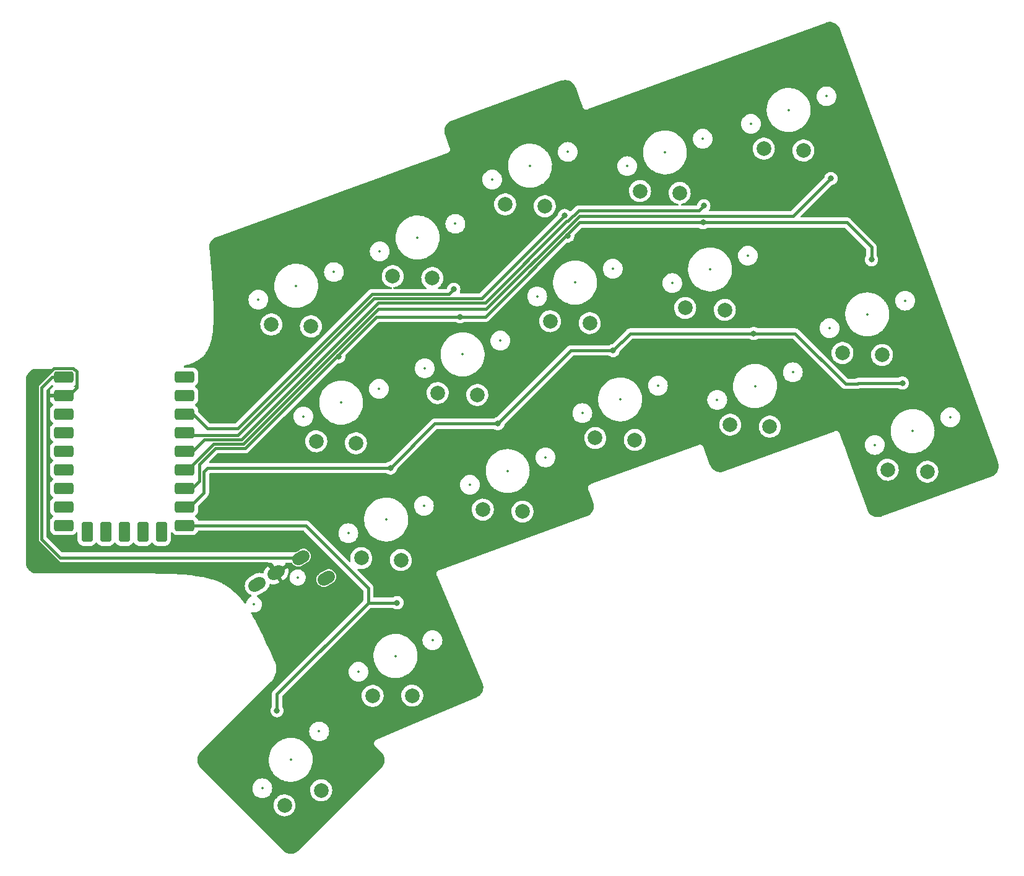
<source format=gbr>
%TF.GenerationSoftware,KiCad,Pcbnew,(6.0.11)*%
%TF.CreationDate,2024-04-14T00:28:17+09:00*%
%TF.ProjectId,haqua34_right,68617175-6133-4345-9f72-696768742e6b,rev?*%
%TF.SameCoordinates,Original*%
%TF.FileFunction,Copper,L1,Top*%
%TF.FilePolarity,Positive*%
%FSLAX46Y46*%
G04 Gerber Fmt 4.6, Leading zero omitted, Abs format (unit mm)*
G04 Created by KiCad (PCBNEW (6.0.11)) date 2024-04-14 00:28:17*
%MOMM*%
%LPD*%
G01*
G04 APERTURE LIST*
G04 Aperture macros list*
%AMRoundRect*
0 Rectangle with rounded corners*
0 $1 Rounding radius*
0 $2 $3 $4 $5 $6 $7 $8 $9 X,Y pos of 4 corners*
0 Add a 4 corners polygon primitive as box body*
4,1,4,$2,$3,$4,$5,$6,$7,$8,$9,$2,$3,0*
0 Add four circle primitives for the rounded corners*
1,1,$1+$1,$2,$3*
1,1,$1+$1,$4,$5*
1,1,$1+$1,$6,$7*
1,1,$1+$1,$8,$9*
0 Add four rect primitives between the rounded corners*
20,1,$1+$1,$2,$3,$4,$5,0*
20,1,$1+$1,$4,$5,$6,$7,0*
20,1,$1+$1,$6,$7,$8,$9,0*
20,1,$1+$1,$8,$9,$2,$3,0*%
%AMHorizOval*
0 Thick line with rounded ends*
0 $1 width*
0 $2 $3 position (X,Y) of the first rounded end (center of the circle)*
0 $4 $5 position (X,Y) of the second rounded end (center of the circle)*
0 Add line between two ends*
20,1,$1,$2,$3,$4,$5,0*
0 Add two circle primitives to create the rounded ends*
1,1,$1,$2,$3*
1,1,$1,$4,$5*%
G04 Aperture macros list end*
%TA.AperFunction,ComponentPad*%
%ADD10C,2.000000*%
%TD*%
%TA.AperFunction,ComponentPad*%
%ADD11HorizOval,1.700000X0.341056X0.208999X-0.341056X-0.208999X0*%
%TD*%
%TA.AperFunction,ComponentPad*%
%ADD12RoundRect,0.400000X-0.966000X-0.400000X0.966000X-0.400000X0.966000X0.400000X-0.966000X0.400000X0*%
%TD*%
%TA.AperFunction,ComponentPad*%
%ADD13RoundRect,0.400050X-0.965950X-0.400050X0.965950X-0.400050X0.965950X0.400050X-0.965950X0.400050X0*%
%TD*%
%TA.AperFunction,ComponentPad*%
%ADD14RoundRect,0.400000X-0.400000X-0.988000X0.400000X-0.988000X0.400000X0.988000X-0.400000X0.988000X0*%
%TD*%
%TA.AperFunction,ComponentPad*%
%ADD15RoundRect,0.393700X-0.393700X-0.994300X0.393700X-0.994300X0.393700X0.994300X-0.393700X0.994300X0*%
%TD*%
%TA.AperFunction,ViaPad*%
%ADD16C,0.800000*%
%TD*%
%TA.AperFunction,Conductor*%
%ADD17C,0.400000*%
%TD*%
%ADD18C,0.350000*%
%ADD19HorizOval,1.000000X0.213160X0.130625X-0.213160X-0.130625X0*%
G04 APERTURE END LIST*
D10*
%TO.P,SW4,1,1*%
%TO.N,col3*%
X112869762Y-43026779D03*
%TO.P,SW4,2,2*%
%TO.N,Net-(D4-Pad2)*%
X107453056Y-42763526D03*
%TD*%
%TO.P,SW15,1,1*%
%TO.N,col4*%
X146742919Y-81144186D03*
%TO.P,SW15,2,2*%
%TO.N,Net-(D15-Pad2)*%
X141326213Y-80880933D03*
%TD*%
D11*
%TO.P,J1,A*%
%TO.N,data-tx-r*%
X64535960Y-95691299D03*
%TO.P,J1,B*%
%TO.N,data-rx-r*%
X55094025Y-96551448D03*
%TO.P,J1,C*%
%TO.N,GND*%
X57651945Y-94983953D03*
%TO.P,J1,D*%
%TO.N,VCC*%
X61062506Y-92893958D03*
%TD*%
D10*
%TO.P,SW3,1,1*%
%TO.N,col2*%
X94417919Y-44844186D03*
%TO.P,SW3,2,2*%
%TO.N,Net-(D3-Pad2)*%
X89001213Y-44580933D03*
%TD*%
%TO.P,SW16,1,1*%
%TO.N,col0*%
X63850217Y-124725217D03*
%TO.P,SW16,2,2*%
%TO.N,Net-(D16-Pad2)*%
X58829759Y-126775827D03*
%TD*%
%TO.P,SW8,1,1*%
%TO.N,col2*%
X100569762Y-60826779D03*
%TO.P,SW8,2,2*%
%TO.N,Net-(D8-Pad2)*%
X95153056Y-60563526D03*
%TD*%
%TO.P,SW10,1,1*%
%TO.N,col4*%
X140544762Y-65176779D03*
%TO.P,SW10,2,2*%
%TO.N,Net-(D10-Pad2)*%
X135128056Y-64913526D03*
%TD*%
%TO.P,SW5,1,1*%
%TO.N,col4*%
X129794762Y-37226779D03*
%TO.P,SW5,2,2*%
%TO.N,Net-(D5-Pad2)*%
X124378056Y-36963526D03*
%TD*%
%TO.P,SW9,1,1*%
%TO.N,col3*%
X119042919Y-59019186D03*
%TO.P,SW9,2,2*%
%TO.N,Net-(D9-Pad2)*%
X113626213Y-58755933D03*
%TD*%
%TO.P,SW7,1,1*%
%TO.N,col1*%
X85194762Y-70651779D03*
%TO.P,SW7,2,2*%
%TO.N,Net-(D7-Pad2)*%
X79778056Y-70388526D03*
%TD*%
%TO.P,SW12,1,1*%
%TO.N,col1*%
X91369762Y-86601779D03*
%TO.P,SW12,2,2*%
%TO.N,Net-(D12-Pad2)*%
X85953056Y-86338526D03*
%TD*%
%TO.P,SW13,1,1*%
%TO.N,col2*%
X106744762Y-76801779D03*
%TO.P,SW13,2,2*%
%TO.N,Net-(D13-Pad2)*%
X101328056Y-76538526D03*
%TD*%
D12*
%TO.P,RZ1,1,GP0*%
%TO.N,row0*%
X45190000Y-68190000D03*
%TO.P,RZ1,2,GP1*%
%TO.N,col0*%
X45190000Y-70730000D03*
%TO.P,RZ1,3,GP2*%
%TO.N,col1*%
X45190000Y-73270000D03*
%TO.P,RZ1,4,GP3*%
%TO.N,col2*%
X45190000Y-75810000D03*
%TO.P,RZ1,5,GP4*%
%TO.N,col3*%
X45190000Y-78350000D03*
D13*
%TO.P,RZ1,6,GP5*%
%TO.N,col4*%
X45190000Y-80890000D03*
%TO.P,RZ1,7,GP6*%
%TO.N,row1*%
X45190000Y-83430000D03*
%TO.P,RZ1,8,GP7*%
%TO.N,row2*%
X45190000Y-85970000D03*
%TO.P,RZ1,9,GP8*%
%TO.N,row3*%
X45190000Y-88510000D03*
D14*
%TO.P,RZ1,10,GP9*%
%TO.N,unconnected-(RZ1-Pad10)*%
X41984000Y-89408000D03*
D15*
%TO.P,RZ1,11,GP10*%
%TO.N,unconnected-(RZ1-Pad11)*%
X39444000Y-89408000D03*
%TO.P,RZ1,12,GP11*%
%TO.N,unconnected-(RZ1-Pad12)*%
X36904000Y-89408000D03*
%TO.P,RZ1,13,GP12/UART0_TX*%
%TO.N,data-tx-r*%
X34364000Y-89408000D03*
%TO.P,RZ1,14,GP13/UART0_RX*%
%TO.N,data-rx-r*%
X31824000Y-89408000D03*
D13*
%TO.P,RZ1,15,GP14*%
%TO.N,unconnected-(RZ1-Pad15)*%
X28618000Y-88510000D03*
%TO.P,RZ1,16,GP15*%
%TO.N,unconnected-(RZ1-Pad16)*%
X28618000Y-85970000D03*
%TO.P,RZ1,17,GP26*%
%TO.N,unconnected-(RZ1-Pad17)*%
X28618000Y-83430000D03*
%TO.P,RZ1,18,GP27*%
%TO.N,unconnected-(RZ1-Pad18)*%
X28618000Y-80890000D03*
%TO.P,RZ1,19,GP28*%
%TO.N,unconnected-(RZ1-Pad19)*%
X28618000Y-78350000D03*
%TO.P,RZ1,20,GP29*%
%TO.N,unconnected-(RZ1-Pad20)*%
X28618000Y-75810000D03*
%TO.P,RZ1,21,3V3*%
%TO.N,unconnected-(RZ1-Pad21)*%
X28618000Y-73270000D03*
%TO.P,RZ1,22,GND*%
%TO.N,GND*%
X28618000Y-70730000D03*
%TO.P,RZ1,23,5V*%
%TO.N,VCC*%
X28618000Y-68190000D03*
%TD*%
D10*
%TO.P,SW17,1,1*%
%TO.N,col1*%
X76305314Y-111780979D03*
%TO.P,SW17,2,2*%
%TO.N,Net-(D17-Pad2)*%
X70882254Y-111801574D03*
%TD*%
%TO.P,SW2,1,1*%
%TO.N,col1*%
X79042919Y-54669186D03*
%TO.P,SW2,2,2*%
%TO.N,Net-(D2-Pad2)*%
X73626213Y-54405933D03*
%TD*%
%TO.P,SW1,1,1*%
%TO.N,col0*%
X62442919Y-61269186D03*
%TO.P,SW1,2,2*%
%TO.N,Net-(D1-Pad2)*%
X57026213Y-61005933D03*
%TD*%
%TO.P,SW14,1,1*%
%TO.N,col3*%
X125194762Y-74976779D03*
%TO.P,SW14,2,2*%
%TO.N,Net-(D14-Pad2)*%
X119778056Y-74713526D03*
%TD*%
%TO.P,SW6,1,1*%
%TO.N,col0*%
X68594762Y-77251779D03*
%TO.P,SW6,2,2*%
%TO.N,Net-(D6-Pad2)*%
X63178056Y-76988526D03*
%TD*%
%TO.P,SW11,1,1*%
%TO.N,col0*%
X74744762Y-93226779D03*
%TO.P,SW11,2,2*%
%TO.N,Net-(D11-Pad2)*%
X69328056Y-92963526D03*
%TD*%
D16*
%TO.N,row1*%
X97564597Y-48914597D03*
X82825000Y-59975000D03*
X66264596Y-65414596D03*
X116075000Y-47075000D03*
X139100000Y-52150000D03*
%TO.N,row2*%
X88000000Y-74575000D03*
X123000000Y-62250000D03*
X143325000Y-69025000D03*
X103775000Y-64575000D03*
X73325000Y-80650000D03*
%TO.N,row3*%
X74225000Y-99075000D03*
X57800000Y-113825000D03*
%TO.N,col2*%
X97125000Y-46100000D03*
%TO.N,col3*%
X116175000Y-44775000D03*
%TO.N,col4*%
X133550000Y-41050000D03*
%TO.N,col1*%
X81975000Y-56200000D03*
%TD*%
D17*
%TO.N,row1*%
X44524000Y-83430000D02*
X46170000Y-83430000D01*
X71422056Y-59975000D02*
X86275000Y-59975000D01*
X86275000Y-59975000D02*
X99175000Y-47075000D01*
X99175000Y-47075000D02*
X135750000Y-47075000D01*
X135750000Y-47075000D02*
X139100000Y-50425000D01*
X47150000Y-82450000D02*
X47150000Y-80150000D01*
X49350000Y-77950000D02*
X53447056Y-77950000D01*
X139100000Y-50425000D02*
X139100000Y-52150000D01*
X47150000Y-80150000D02*
X49350000Y-77950000D01*
X53447056Y-77950000D02*
X71422056Y-59975000D01*
X46170000Y-83430000D02*
X47150000Y-82450000D01*
%TO.N,row2*%
X48300000Y-80650000D02*
X73325000Y-80650000D01*
X137159631Y-69125000D02*
X137259631Y-69025000D01*
X106100000Y-62250000D02*
X128675000Y-62250000D01*
X47800000Y-81150000D02*
X48300000Y-80650000D01*
X98000000Y-64575000D02*
X103775000Y-64575000D01*
X137259631Y-69025000D02*
X143325000Y-69025000D01*
X128675000Y-62250000D02*
X135550000Y-69125000D01*
X44524000Y-85970000D02*
X45830000Y-85970000D01*
X135550000Y-69125000D02*
X137159631Y-69125000D01*
X73325000Y-80650000D02*
X79400000Y-74575000D01*
X88000000Y-74575000D02*
X98000000Y-64575000D01*
X103775000Y-64575000D02*
X106100000Y-62250000D01*
X47800000Y-84000000D02*
X47800000Y-81150000D01*
X79400000Y-74575000D02*
X88000000Y-74575000D01*
X45830000Y-85970000D02*
X47800000Y-84000000D01*
%TO.N,row3*%
X57800000Y-111558981D02*
X57800000Y-113825000D01*
X61735000Y-88510000D02*
X70283981Y-97058981D01*
X70283981Y-99075000D02*
X57800000Y-111558981D01*
X70283981Y-97058981D02*
X70283981Y-99075000D01*
X44524000Y-88510000D02*
X61735000Y-88510000D01*
X70283981Y-99075000D02*
X74225000Y-99075000D01*
%TO.N,GND*%
X29915342Y-66989900D02*
X30400000Y-67474558D01*
X25000000Y-90648528D02*
X25000000Y-69310558D01*
X56392992Y-93725000D02*
X28076472Y-93725000D01*
X25000000Y-69310558D02*
X27320658Y-66989900D01*
X30400000Y-67474558D02*
X30400000Y-69614000D01*
X30400000Y-69614000D02*
X29284000Y-70730000D01*
X28076472Y-93725000D02*
X25000000Y-90648528D01*
X57651945Y-94983953D02*
X56392992Y-93725000D01*
X27320658Y-66989900D02*
X29915342Y-66989900D01*
%TO.N,VCC*%
X61062506Y-92893958D02*
X28093958Y-92893958D01*
X27035000Y-68190000D02*
X29284000Y-68190000D01*
X25600000Y-69625000D02*
X27035000Y-68190000D01*
X25600000Y-90400000D02*
X25600000Y-69625000D01*
X28093958Y-92893958D02*
X25600000Y-90400000D01*
%TO.N,col2*%
X71100000Y-57450000D02*
X85775000Y-57450000D01*
X85775000Y-57450000D02*
X97125000Y-46100000D01*
X44524000Y-75810000D02*
X44864000Y-76150000D01*
X52400000Y-76150000D02*
X71100000Y-57450000D01*
X44864000Y-76150000D02*
X52400000Y-76150000D01*
%TO.N,col3*%
X86275000Y-58050000D02*
X97425000Y-46900000D01*
X99050000Y-45450000D02*
X115500000Y-45450000D01*
X71650000Y-58050000D02*
X86275000Y-58050000D01*
X44524000Y-78350000D02*
X46250000Y-78350000D01*
X46250000Y-78350000D02*
X47850000Y-76750000D01*
X97600000Y-46900000D02*
X99050000Y-45450000D01*
X115500000Y-45450000D02*
X116175000Y-44775000D01*
X97425000Y-46900000D02*
X97600000Y-46900000D01*
X52950000Y-76750000D02*
X71650000Y-58050000D01*
X47850000Y-76750000D02*
X52950000Y-76750000D01*
%TO.N,col4*%
X99149264Y-46199264D02*
X128400736Y-46199264D01*
X86424264Y-58924264D02*
X99149264Y-46199264D01*
X49100000Y-77350000D02*
X53198528Y-77350000D01*
X53198528Y-77350000D02*
X71624264Y-58924264D01*
X71624264Y-58924264D02*
X86424264Y-58924264D01*
X45560000Y-80890000D02*
X49100000Y-77350000D01*
X44524000Y-80890000D02*
X45560000Y-80890000D01*
X128400736Y-46199264D02*
X133550000Y-41050000D01*
%TO.N,col1*%
X70825000Y-56850000D02*
X81325000Y-56850000D01*
X44524000Y-73270000D02*
X46320000Y-73270000D01*
X52465000Y-75210000D02*
X70825000Y-56850000D01*
X48260000Y-75210000D02*
X52465000Y-75210000D01*
X46320000Y-73270000D02*
X48260000Y-75210000D01*
X81325000Y-56850000D02*
X81975000Y-56200000D01*
%TD*%
%TA.AperFunction,Conductor*%
%TO.N,GND*%
G36*
X133423470Y-19640379D02*
G01*
X133521435Y-19641157D01*
X133539344Y-19642580D01*
X133700677Y-19667085D01*
X133733043Y-19672001D01*
X133750581Y-19675961D01*
X133938131Y-19732652D01*
X133954918Y-19739066D01*
X133964663Y-19743610D01*
X134132485Y-19821867D01*
X134148195Y-19830608D01*
X134312165Y-19937834D01*
X134326470Y-19948721D01*
X134473518Y-20078196D01*
X134486130Y-20091009D01*
X134613255Y-20240095D01*
X134623913Y-20254572D01*
X134728519Y-20420218D01*
X134737010Y-20436065D01*
X134803923Y-20585719D01*
X134809037Y-20601820D01*
X134809059Y-20601812D01*
X134812027Y-20610286D01*
X134813762Y-20619089D01*
X134828149Y-20646784D01*
X134834731Y-20661763D01*
X156373304Y-79838502D01*
X156375796Y-79845350D01*
X156381016Y-79864076D01*
X156385552Y-79887090D01*
X156389689Y-79895055D01*
X156389690Y-79895057D01*
X156392439Y-79900350D01*
X156401797Y-79923891D01*
X156404508Y-79933401D01*
X156437139Y-80047883D01*
X156448639Y-80088231D01*
X156452320Y-80105824D01*
X156456343Y-80135469D01*
X156478663Y-80299972D01*
X156479803Y-80317912D01*
X156479186Y-80395716D01*
X156478375Y-80498006D01*
X156478249Y-80513829D01*
X156476825Y-80531745D01*
X156466639Y-80598804D01*
X156447404Y-80725444D01*
X156443444Y-80742980D01*
X156395130Y-80902820D01*
X156386754Y-80930529D01*
X156380339Y-80947319D01*
X156350178Y-81011999D01*
X156297538Y-81124886D01*
X156288797Y-81140596D01*
X156181571Y-81304567D01*
X156170684Y-81318873D01*
X156041205Y-81465925D01*
X156028392Y-81478535D01*
X155879315Y-81605654D01*
X155864838Y-81616313D01*
X155833275Y-81636245D01*
X155790310Y-81663378D01*
X155699189Y-81720921D01*
X155683345Y-81729411D01*
X155597434Y-81767824D01*
X155533693Y-81796324D01*
X155517583Y-81801440D01*
X155517591Y-81801462D01*
X155509122Y-81804428D01*
X155500314Y-81806164D01*
X155472619Y-81820551D01*
X155457640Y-81827133D01*
X140506966Y-87268732D01*
X140488244Y-87273951D01*
X140481352Y-87275309D01*
X140474036Y-87276751D01*
X140474035Y-87276751D01*
X140465230Y-87278487D01*
X140451980Y-87285370D01*
X140428433Y-87294731D01*
X140373258Y-87310458D01*
X140264084Y-87341576D01*
X140246490Y-87345258D01*
X140052334Y-87371603D01*
X140034407Y-87372743D01*
X139838479Y-87371188D01*
X139820565Y-87369764D01*
X139626856Y-87340344D01*
X139609320Y-87336384D01*
X139421772Y-87279696D01*
X139404979Y-87273280D01*
X139227416Y-87190483D01*
X139211706Y-87181743D01*
X139047722Y-87074511D01*
X139033417Y-87063624D01*
X138886370Y-86934154D01*
X138873759Y-86921342D01*
X138746629Y-86772257D01*
X138735970Y-86757780D01*
X138631354Y-86592124D01*
X138622864Y-86576278D01*
X138556041Y-86426836D01*
X138550835Y-86410450D01*
X138547893Y-86402048D01*
X138546156Y-86393239D01*
X138531770Y-86365547D01*
X138525188Y-86350568D01*
X136521015Y-80844147D01*
X139821019Y-80844147D01*
X139821316Y-80849299D01*
X139821316Y-80849303D01*
X139831390Y-81024007D01*
X139835223Y-81090478D01*
X139836360Y-81095524D01*
X139836361Y-81095530D01*
X139857003Y-81187124D01*
X139889468Y-81331182D01*
X139982297Y-81559794D01*
X140111219Y-81770174D01*
X140272770Y-81956674D01*
X140462612Y-82114284D01*
X140675646Y-82238771D01*
X140680466Y-82240611D01*
X140680471Y-82240614D01*
X140833160Y-82298919D01*
X140906152Y-82326792D01*
X140911220Y-82327823D01*
X140911223Y-82327824D01*
X141030800Y-82352152D01*
X141147939Y-82375985D01*
X141153112Y-82376175D01*
X141153115Y-82376175D01*
X141389349Y-82384837D01*
X141389353Y-82384837D01*
X141394513Y-82385026D01*
X141399633Y-82384370D01*
X141399635Y-82384370D01*
X141478773Y-82374232D01*
X141639254Y-82353674D01*
X141644203Y-82352189D01*
X141644209Y-82352188D01*
X141870637Y-82284256D01*
X141870636Y-82284256D01*
X141875587Y-82282771D01*
X141997125Y-82223230D01*
X142092516Y-82176499D01*
X142092521Y-82176496D01*
X142097167Y-82174220D01*
X142101377Y-82171217D01*
X142101382Y-82171214D01*
X142293830Y-82033942D01*
X142293835Y-82033938D01*
X142298042Y-82030937D01*
X142472818Y-81856770D01*
X142497051Y-81823047D01*
X142613783Y-81660596D01*
X142616801Y-81656396D01*
X142632662Y-81624305D01*
X142697879Y-81492347D01*
X142726124Y-81435197D01*
X142765813Y-81304567D01*
X142796348Y-81204065D01*
X142796349Y-81204059D01*
X142797852Y-81199113D01*
X142809926Y-81107400D01*
X145237725Y-81107400D01*
X145238022Y-81112552D01*
X145238022Y-81112556D01*
X145243013Y-81199113D01*
X145251929Y-81353731D01*
X145253066Y-81358777D01*
X145253067Y-81358783D01*
X145275255Y-81457237D01*
X145306174Y-81594435D01*
X145399003Y-81823047D01*
X145401708Y-81827462D01*
X145401709Y-81827463D01*
X145425235Y-81865854D01*
X145527925Y-82033427D01*
X145689476Y-82219927D01*
X145693451Y-82223227D01*
X145693454Y-82223230D01*
X145755426Y-82274680D01*
X145879318Y-82377537D01*
X146092352Y-82502024D01*
X146097172Y-82503864D01*
X146097177Y-82503867D01*
X146211466Y-82547509D01*
X146322858Y-82590045D01*
X146327926Y-82591076D01*
X146327929Y-82591077D01*
X146447506Y-82615405D01*
X146564645Y-82639238D01*
X146569818Y-82639428D01*
X146569821Y-82639428D01*
X146806055Y-82648090D01*
X146806059Y-82648090D01*
X146811219Y-82648279D01*
X146816339Y-82647623D01*
X146816341Y-82647623D01*
X146894917Y-82637557D01*
X147055960Y-82616927D01*
X147060909Y-82615442D01*
X147060915Y-82615441D01*
X147287343Y-82547509D01*
X147287342Y-82547509D01*
X147292293Y-82546024D01*
X147426348Y-82480351D01*
X147509222Y-82439752D01*
X147509227Y-82439749D01*
X147513873Y-82437473D01*
X147518083Y-82434470D01*
X147518088Y-82434467D01*
X147710536Y-82297195D01*
X147710541Y-82297191D01*
X147714748Y-82294190D01*
X147889524Y-82120023D01*
X147943204Y-82045320D01*
X148030489Y-81923849D01*
X148033507Y-81919649D01*
X148058398Y-81869287D01*
X148116401Y-81751925D01*
X148142830Y-81698450D01*
X148176253Y-81588442D01*
X148213054Y-81467318D01*
X148213055Y-81467312D01*
X148214558Y-81462366D01*
X148228906Y-81353379D01*
X148246327Y-81221058D01*
X148246328Y-81221052D01*
X148246764Y-81217736D01*
X148246846Y-81214383D01*
X148248480Y-81147550D01*
X148248480Y-81147546D01*
X148248562Y-81144186D01*
X148237694Y-81011999D01*
X148228768Y-80903426D01*
X148228767Y-80903420D01*
X148228344Y-80898275D01*
X148168235Y-80658969D01*
X148095148Y-80490881D01*
X148071912Y-80437442D01*
X148071912Y-80437441D01*
X148069847Y-80432693D01*
X147935824Y-80225525D01*
X147909554Y-80196654D01*
X147855485Y-80137233D01*
X147769765Y-80043028D01*
X147765714Y-80039829D01*
X147765710Y-80039825D01*
X147580183Y-79893305D01*
X147580178Y-79893302D01*
X147576129Y-79890104D01*
X147571613Y-79887611D01*
X147571610Y-79887609D01*
X147364641Y-79773356D01*
X147364637Y-79773354D01*
X147360117Y-79770859D01*
X147355248Y-79769135D01*
X147355244Y-79769133D01*
X147132404Y-79690221D01*
X147132400Y-79690220D01*
X147127529Y-79688495D01*
X147122436Y-79687588D01*
X147122433Y-79687587D01*
X146889702Y-79646131D01*
X146889696Y-79646130D01*
X146884613Y-79645225D01*
X146805243Y-79644255D01*
X146643061Y-79642274D01*
X146643059Y-79642274D01*
X146637891Y-79642211D01*
X146393989Y-79679533D01*
X146159459Y-79756189D01*
X146154867Y-79758579D01*
X146154868Y-79758579D01*
X145962315Y-79858816D01*
X145940598Y-79870121D01*
X145936465Y-79873224D01*
X145936462Y-79873226D01*
X145747418Y-80015164D01*
X145743283Y-80018269D01*
X145739711Y-80022007D01*
X145631285Y-80135469D01*
X145572815Y-80196654D01*
X145569901Y-80200926D01*
X145569900Y-80200927D01*
X145552463Y-80226489D01*
X145433770Y-80400486D01*
X145418820Y-80432693D01*
X145338606Y-80605501D01*
X145329884Y-80624290D01*
X145263945Y-80862057D01*
X145237725Y-81107400D01*
X142809926Y-81107400D01*
X142821444Y-81019911D01*
X142829621Y-80957805D01*
X142829622Y-80957799D01*
X142830058Y-80954483D01*
X142830703Y-80928113D01*
X142831774Y-80884297D01*
X142831774Y-80884293D01*
X142831856Y-80880933D01*
X142813217Y-80654227D01*
X142812062Y-80640173D01*
X142812061Y-80640167D01*
X142811638Y-80635022D01*
X142751529Y-80395716D01*
X142653141Y-80169440D01*
X142519118Y-79962272D01*
X142507497Y-79949500D01*
X142440473Y-79875842D01*
X142353059Y-79779775D01*
X142349008Y-79776576D01*
X142349004Y-79776572D01*
X142163477Y-79630052D01*
X142163472Y-79630049D01*
X142159423Y-79626851D01*
X142154907Y-79624358D01*
X142154904Y-79624356D01*
X141947935Y-79510103D01*
X141947931Y-79510101D01*
X141943411Y-79507606D01*
X141938542Y-79505882D01*
X141938538Y-79505880D01*
X141715698Y-79426968D01*
X141715694Y-79426967D01*
X141710823Y-79425242D01*
X141705730Y-79424335D01*
X141705727Y-79424334D01*
X141472996Y-79382878D01*
X141472990Y-79382877D01*
X141467907Y-79381972D01*
X141388537Y-79381002D01*
X141226355Y-79379021D01*
X141226353Y-79379021D01*
X141221185Y-79378958D01*
X140977283Y-79416280D01*
X140742753Y-79492936D01*
X140523892Y-79606868D01*
X140519759Y-79609971D01*
X140519756Y-79609973D01*
X140330712Y-79751911D01*
X140326577Y-79755016D01*
X140323005Y-79758754D01*
X140163721Y-79925436D01*
X140156109Y-79933401D01*
X140153195Y-79937673D01*
X140153194Y-79937674D01*
X140078015Y-80047883D01*
X140017064Y-80137233D01*
X139989482Y-80196654D01*
X139919092Y-80348297D01*
X139913178Y-80361037D01*
X139847239Y-80598804D01*
X139821019Y-80844147D01*
X136521015Y-80844147D01*
X135368464Y-77677538D01*
X135296970Y-77481111D01*
X138201032Y-77481111D01*
X138221628Y-77716519D01*
X138223052Y-77721833D01*
X138223052Y-77721834D01*
X138280997Y-77938088D01*
X138282788Y-77944774D01*
X138285110Y-77949754D01*
X138285111Y-77949756D01*
X138376121Y-78144925D01*
X138382656Y-78158940D01*
X138518196Y-78352512D01*
X138685290Y-78519606D01*
X138878862Y-78655146D01*
X138883840Y-78657467D01*
X138883843Y-78657469D01*
X139075887Y-78747021D01*
X139093028Y-78755014D01*
X139098336Y-78756436D01*
X139098338Y-78756437D01*
X139315968Y-78814750D01*
X139321283Y-78816174D01*
X139424373Y-78825193D01*
X139495001Y-78831373D01*
X139495008Y-78831373D01*
X139497725Y-78831611D01*
X139615657Y-78831611D01*
X139618374Y-78831373D01*
X139618381Y-78831373D01*
X139689009Y-78825193D01*
X139792099Y-78816174D01*
X139797414Y-78814750D01*
X140015044Y-78756437D01*
X140015046Y-78756436D01*
X140020354Y-78755014D01*
X140037495Y-78747021D01*
X140229539Y-78657469D01*
X140229542Y-78657467D01*
X140234520Y-78655146D01*
X140428092Y-78519606D01*
X140595186Y-78352512D01*
X140598346Y-78348000D01*
X140727569Y-78163450D01*
X140727572Y-78163445D01*
X140730726Y-78158941D01*
X140733049Y-78153959D01*
X140733052Y-78153954D01*
X140828271Y-77949756D01*
X140828272Y-77949755D01*
X140830594Y-77944774D01*
X140832386Y-77938088D01*
X140890330Y-77721834D01*
X140890330Y-77721833D01*
X140891754Y-77716519D01*
X140912350Y-77481111D01*
X140891754Y-77245703D01*
X140884167Y-77217387D01*
X140832017Y-77022758D01*
X140832016Y-77022756D01*
X140830594Y-77017448D01*
X140825194Y-77005868D01*
X140733049Y-76808263D01*
X140733047Y-76808260D01*
X140730726Y-76803282D01*
X140595186Y-76609710D01*
X140428092Y-76442616D01*
X140234520Y-76307076D01*
X140229542Y-76304755D01*
X140229539Y-76304753D01*
X140025336Y-76209531D01*
X140025334Y-76209530D01*
X140020354Y-76207208D01*
X140015046Y-76205786D01*
X140015044Y-76205785D01*
X139797414Y-76147472D01*
X139797413Y-76147472D01*
X139792099Y-76146048D01*
X139689009Y-76137029D01*
X139618381Y-76130849D01*
X139618374Y-76130849D01*
X139615657Y-76130611D01*
X139497725Y-76130611D01*
X139495008Y-76130849D01*
X139495001Y-76130849D01*
X139424373Y-76137029D01*
X139321283Y-76146048D01*
X139315969Y-76147472D01*
X139315968Y-76147472D01*
X139098338Y-76205785D01*
X139098336Y-76205786D01*
X139093028Y-76207208D01*
X139088048Y-76209530D01*
X139088046Y-76209531D01*
X138883843Y-76304753D01*
X138883840Y-76304755D01*
X138878862Y-76307076D01*
X138685290Y-76442616D01*
X138518196Y-76609710D01*
X138515039Y-76614218D01*
X138515037Y-76614221D01*
X138385813Y-76798772D01*
X138382656Y-76803281D01*
X138380333Y-76808263D01*
X138380330Y-76808268D01*
X138288188Y-77005868D01*
X138282788Y-77017448D01*
X138281366Y-77022756D01*
X138281365Y-77022758D01*
X138229215Y-77217387D01*
X138221628Y-77245703D01*
X138201032Y-77481111D01*
X135296970Y-77481111D01*
X134725497Y-75911002D01*
X134725239Y-75910286D01*
X134702588Y-75846849D01*
X134702587Y-75846847D01*
X134699569Y-75838395D01*
X134682561Y-75814942D01*
X134673469Y-75800419D01*
X134664037Y-75782791D01*
X134664034Y-75782787D01*
X134659799Y-75774872D01*
X134642204Y-75756936D01*
X134630149Y-75742671D01*
X134620670Y-75729600D01*
X134620669Y-75729599D01*
X134617958Y-75725861D01*
X141722051Y-75725861D01*
X141722412Y-75729476D01*
X141722412Y-75729480D01*
X141735792Y-75863530D01*
X141756419Y-76070177D01*
X141757190Y-76073714D01*
X141757191Y-76073719D01*
X141823670Y-76378617D01*
X141830133Y-76408261D01*
X141942217Y-76735633D01*
X142091186Y-77047952D01*
X142275064Y-77341079D01*
X142277334Y-77343913D01*
X142277338Y-77343918D01*
X142387251Y-77481111D01*
X142491415Y-77611129D01*
X142524707Y-77644074D01*
X142708530Y-77825982D01*
X142737371Y-77854523D01*
X142740229Y-77856764D01*
X142971037Y-78037740D01*
X143009672Y-78068034D01*
X143304709Y-78248832D01*
X143307999Y-78250359D01*
X143308008Y-78250364D01*
X143536463Y-78356409D01*
X143618570Y-78394522D01*
X143622017Y-78395662D01*
X143943652Y-78502033D01*
X143943657Y-78502034D01*
X143947097Y-78503172D01*
X143950652Y-78503908D01*
X143950655Y-78503909D01*
X144282385Y-78572607D01*
X144282388Y-78572607D01*
X144285935Y-78573342D01*
X144417042Y-78585043D01*
X144587440Y-78600251D01*
X144587446Y-78600251D01*
X144590233Y-78600500D01*
X144813189Y-78600500D01*
X144815008Y-78600395D01*
X144815012Y-78600395D01*
X145066833Y-78585875D01*
X145066838Y-78585874D01*
X145070453Y-78585666D01*
X145074023Y-78585043D01*
X145407755Y-78526798D01*
X145407762Y-78526796D01*
X145411328Y-78526174D01*
X145414803Y-78525145D01*
X145414810Y-78525143D01*
X145561048Y-78481825D01*
X145743106Y-78427897D01*
X145791562Y-78407229D01*
X146058051Y-78293562D01*
X146058054Y-78293560D01*
X146061389Y-78292138D01*
X146064536Y-78290343D01*
X146064540Y-78290341D01*
X146358819Y-78122487D01*
X146361959Y-78120696D01*
X146393748Y-78097345D01*
X146480297Y-78033768D01*
X146640832Y-77915843D01*
X146664600Y-77893757D01*
X146882216Y-77691535D01*
X146894312Y-77680295D01*
X146905337Y-77667387D01*
X147047242Y-77501236D01*
X147119038Y-77417174D01*
X147312033Y-77129967D01*
X147350562Y-77055320D01*
X147469077Y-76825702D01*
X147470739Y-76822482D01*
X147593050Y-76498793D01*
X147677348Y-76163190D01*
X147713648Y-75887462D01*
X147722039Y-75823728D01*
X147722040Y-75823720D01*
X147722513Y-75820124D01*
X147725659Y-75619865D01*
X147727892Y-75477780D01*
X147727892Y-75477776D01*
X147727949Y-75474139D01*
X147723217Y-75426726D01*
X147709015Y-75284444D01*
X147693581Y-75129823D01*
X147687405Y-75101495D01*
X147620640Y-74795283D01*
X147620639Y-74795278D01*
X147619867Y-74791739D01*
X147507783Y-74464367D01*
X147358814Y-74152048D01*
X147174936Y-73858921D01*
X147171475Y-73854600D01*
X147062749Y-73718889D01*
X148537650Y-73718889D01*
X148558246Y-73954297D01*
X148559670Y-73959611D01*
X148559670Y-73959612D01*
X148617972Y-74177199D01*
X148619406Y-74182552D01*
X148621728Y-74187532D01*
X148621729Y-74187534D01*
X148707936Y-74372403D01*
X148719274Y-74396718D01*
X148854814Y-74590290D01*
X149021908Y-74757384D01*
X149215480Y-74892924D01*
X149220458Y-74895245D01*
X149220461Y-74895247D01*
X149395306Y-74976779D01*
X149429646Y-74992792D01*
X149434954Y-74994214D01*
X149434956Y-74994215D01*
X149652586Y-75052528D01*
X149657901Y-75053952D01*
X149760991Y-75062971D01*
X149831619Y-75069151D01*
X149831626Y-75069151D01*
X149834343Y-75069389D01*
X149952275Y-75069389D01*
X149954992Y-75069151D01*
X149954999Y-75069151D01*
X150025627Y-75062971D01*
X150128717Y-75053952D01*
X150134032Y-75052528D01*
X150351662Y-74994215D01*
X150351664Y-74994214D01*
X150356972Y-74992792D01*
X150391312Y-74976779D01*
X150566157Y-74895247D01*
X150566160Y-74895245D01*
X150571138Y-74892924D01*
X150764710Y-74757384D01*
X150931804Y-74590290D01*
X150934964Y-74585778D01*
X151064187Y-74401228D01*
X151064190Y-74401223D01*
X151067344Y-74396719D01*
X151069667Y-74391737D01*
X151069670Y-74391732D01*
X151164889Y-74187534D01*
X151164890Y-74187533D01*
X151167212Y-74182552D01*
X151168647Y-74177199D01*
X151226948Y-73959612D01*
X151226948Y-73959611D01*
X151228372Y-73954297D01*
X151248968Y-73718889D01*
X151228372Y-73483481D01*
X151222789Y-73462645D01*
X151168635Y-73260536D01*
X151168634Y-73260534D01*
X151167212Y-73255226D01*
X151148674Y-73215471D01*
X151069667Y-73046041D01*
X151069665Y-73046038D01*
X151067344Y-73041060D01*
X150931804Y-72847488D01*
X150764710Y-72680394D01*
X150571138Y-72544854D01*
X150566160Y-72542533D01*
X150566157Y-72542531D01*
X150361954Y-72447309D01*
X150361952Y-72447308D01*
X150356972Y-72444986D01*
X150351664Y-72443564D01*
X150351662Y-72443563D01*
X150134032Y-72385250D01*
X150134031Y-72385250D01*
X150128717Y-72383826D01*
X150025627Y-72374807D01*
X149954999Y-72368627D01*
X149954992Y-72368627D01*
X149952275Y-72368389D01*
X149834343Y-72368389D01*
X149831626Y-72368627D01*
X149831619Y-72368627D01*
X149760991Y-72374807D01*
X149657901Y-72383826D01*
X149652587Y-72385250D01*
X149652586Y-72385250D01*
X149434956Y-72443563D01*
X149434954Y-72443564D01*
X149429646Y-72444986D01*
X149424666Y-72447308D01*
X149424664Y-72447309D01*
X149220461Y-72542531D01*
X149220458Y-72542533D01*
X149215480Y-72544854D01*
X149021908Y-72680394D01*
X148854814Y-72847488D01*
X148851657Y-72851996D01*
X148851655Y-72851999D01*
X148746966Y-73001511D01*
X148719274Y-73041059D01*
X148716951Y-73046041D01*
X148716948Y-73046046D01*
X148637944Y-73215471D01*
X148619406Y-73255226D01*
X148617984Y-73260534D01*
X148617983Y-73260536D01*
X148563829Y-73462645D01*
X148558246Y-73483481D01*
X148537650Y-73718889D01*
X147062749Y-73718889D01*
X146980472Y-73616191D01*
X146958585Y-73588871D01*
X146746936Y-73379427D01*
X146715207Y-73348028D01*
X146715206Y-73348027D01*
X146712629Y-73345477D01*
X146705898Y-73340199D01*
X146443185Y-73134206D01*
X146443183Y-73134205D01*
X146440328Y-73131966D01*
X146145291Y-72951168D01*
X146142001Y-72949641D01*
X146141992Y-72949636D01*
X145834728Y-72807009D01*
X145831430Y-72805478D01*
X145734819Y-72773527D01*
X145506348Y-72697967D01*
X145506343Y-72697966D01*
X145502903Y-72696828D01*
X145499348Y-72696092D01*
X145499345Y-72696091D01*
X145167615Y-72627393D01*
X145167612Y-72627393D01*
X145164065Y-72626658D01*
X145010167Y-72612923D01*
X144862560Y-72599749D01*
X144862554Y-72599749D01*
X144859767Y-72599500D01*
X144636811Y-72599500D01*
X144634992Y-72599605D01*
X144634988Y-72599605D01*
X144383167Y-72614125D01*
X144383162Y-72614126D01*
X144379547Y-72614334D01*
X144375978Y-72614957D01*
X144375977Y-72614957D01*
X144042245Y-72673202D01*
X144042238Y-72673204D01*
X144038672Y-72673826D01*
X144035197Y-72674855D01*
X144035190Y-72674857D01*
X143931590Y-72705545D01*
X143706894Y-72772103D01*
X143703558Y-72773526D01*
X143703555Y-72773527D01*
X143391949Y-72906438D01*
X143391946Y-72906440D01*
X143388611Y-72907862D01*
X143385464Y-72909657D01*
X143385460Y-72909659D01*
X143134600Y-73052747D01*
X143088041Y-73079304D01*
X143085129Y-73081443D01*
X143085126Y-73081445D01*
X143014631Y-73133229D01*
X142809168Y-73284157D01*
X142806515Y-73286623D01*
X142806513Y-73286624D01*
X142728868Y-73358776D01*
X142555688Y-73519705D01*
X142553336Y-73522459D01*
X142553333Y-73522462D01*
X142473281Y-73616191D01*
X142330962Y-73782826D01*
X142137967Y-74070033D01*
X141979261Y-74377518D01*
X141856950Y-74701207D01*
X141772652Y-75036810D01*
X141765410Y-75091821D01*
X141729862Y-75361837D01*
X141727487Y-75379876D01*
X141726980Y-75412175D01*
X141722193Y-75716843D01*
X141722051Y-75725861D01*
X134617958Y-75725861D01*
X134615402Y-75722336D01*
X134605232Y-75714461D01*
X134592497Y-75704601D01*
X134579692Y-75693213D01*
X134559401Y-75672528D01*
X134537484Y-75660254D01*
X134521910Y-75649946D01*
X134509141Y-75640059D01*
X134509140Y-75640059D01*
X134502044Y-75634564D01*
X134475071Y-75623966D01*
X134459592Y-75616633D01*
X134434315Y-75602477D01*
X134425569Y-75600466D01*
X134425567Y-75600465D01*
X134409828Y-75596846D01*
X134391990Y-75591324D01*
X134376963Y-75585420D01*
X134368607Y-75582137D01*
X134359666Y-75581331D01*
X134359665Y-75581331D01*
X134339759Y-75579537D01*
X134322834Y-75576841D01*
X134303348Y-75572360D01*
X134303342Y-75572360D01*
X134294595Y-75570348D01*
X134285636Y-75570872D01*
X134285633Y-75570872D01*
X134269505Y-75571816D01*
X134250845Y-75571523D01*
X134225820Y-75569268D01*
X134197394Y-75574871D01*
X134180397Y-75577033D01*
X134176421Y-75577266D01*
X134160435Y-75578201D01*
X134160432Y-75578202D01*
X134151473Y-75578726D01*
X134143017Y-75581745D01*
X134143018Y-75581745D01*
X134119534Y-75590130D01*
X134118816Y-75590358D01*
X134117742Y-75590570D01*
X134114966Y-75591580D01*
X134114964Y-75591581D01*
X134089105Y-75600993D01*
X134088389Y-75601251D01*
X134016456Y-75626936D01*
X134015335Y-75627749D01*
X134014146Y-75628276D01*
X119200748Y-81019911D01*
X118975241Y-81101989D01*
X118956518Y-81107208D01*
X118933505Y-81111743D01*
X118920253Y-81118626D01*
X118896713Y-81127984D01*
X118750607Y-81169625D01*
X118732355Y-81174827D01*
X118714759Y-81178508D01*
X118520616Y-81204847D01*
X118502676Y-81205987D01*
X118404715Y-81205209D01*
X118306749Y-81204431D01*
X118288840Y-81203006D01*
X118095130Y-81173584D01*
X118077606Y-81169626D01*
X117890047Y-81112934D01*
X117873257Y-81106519D01*
X117870695Y-81105324D01*
X117798070Y-81071459D01*
X117695689Y-81023719D01*
X117679980Y-81014979D01*
X117516002Y-80907752D01*
X117501696Y-80896865D01*
X117354646Y-80767393D01*
X117342036Y-80754582D01*
X117260501Y-80658969D01*
X117214904Y-80605498D01*
X117204247Y-80591025D01*
X117188817Y-80566592D01*
X117099626Y-80425367D01*
X117091137Y-80409523D01*
X117024287Y-80260030D01*
X117019121Y-80243766D01*
X117019116Y-80243768D01*
X117016149Y-80235297D01*
X117014413Y-80226489D01*
X117000035Y-80198813D01*
X116993446Y-80183821D01*
X116989941Y-80174189D01*
X116120904Y-77786529D01*
X116120748Y-77786100D01*
X116095006Y-77714005D01*
X116077998Y-77690553D01*
X116068902Y-77676024D01*
X116059470Y-77658396D01*
X116055236Y-77650483D01*
X116037643Y-77632549D01*
X116025594Y-77618293D01*
X116010839Y-77597946D01*
X115987931Y-77580209D01*
X115975130Y-77568823D01*
X115961125Y-77554546D01*
X115961121Y-77554543D01*
X115954838Y-77548138D01*
X115932921Y-77535864D01*
X115917347Y-77525556D01*
X115904578Y-77515669D01*
X115904577Y-77515669D01*
X115897481Y-77510174D01*
X115870508Y-77499576D01*
X115855029Y-77492243D01*
X115829752Y-77478087D01*
X115821006Y-77476076D01*
X115821004Y-77476075D01*
X115805265Y-77472456D01*
X115787427Y-77466934D01*
X115772400Y-77461030D01*
X115764044Y-77457747D01*
X115755103Y-77456941D01*
X115755102Y-77456941D01*
X115735196Y-77455147D01*
X115718271Y-77452451D01*
X115698785Y-77447970D01*
X115698779Y-77447970D01*
X115690032Y-77445958D01*
X115681073Y-77446482D01*
X115681070Y-77446482D01*
X115664942Y-77447426D01*
X115646282Y-77447133D01*
X115621257Y-77444878D01*
X115592831Y-77450481D01*
X115575834Y-77452643D01*
X115571858Y-77452876D01*
X115555872Y-77453811D01*
X115555869Y-77453812D01*
X115546910Y-77454336D01*
X115531627Y-77459793D01*
X115514971Y-77465740D01*
X115514253Y-77465968D01*
X115513179Y-77466180D01*
X115510403Y-77467190D01*
X115510401Y-77467191D01*
X115484542Y-77476603D01*
X115483826Y-77476861D01*
X115411893Y-77502546D01*
X115410772Y-77503359D01*
X115409583Y-77503886D01*
X101124320Y-82703296D01*
X100669272Y-82868920D01*
X100668548Y-82869181D01*
X100605111Y-82891832D01*
X100605109Y-82891833D01*
X100596657Y-82894851D01*
X100575770Y-82909998D01*
X100573204Y-82911859D01*
X100558681Y-82920951D01*
X100541053Y-82930383D01*
X100541049Y-82930386D01*
X100533134Y-82934621D01*
X100526722Y-82940911D01*
X100515198Y-82952216D01*
X100500933Y-82964271D01*
X100480598Y-82979018D01*
X100475106Y-82986111D01*
X100475105Y-82986112D01*
X100462863Y-83001923D01*
X100451475Y-83014728D01*
X100430790Y-83035019D01*
X100426404Y-83042851D01*
X100418516Y-83056936D01*
X100408208Y-83072510D01*
X100392826Y-83092376D01*
X100389544Y-83100729D01*
X100389543Y-83100731D01*
X100382229Y-83119347D01*
X100374891Y-83134835D01*
X100360739Y-83160106D01*
X100358728Y-83168851D01*
X100355109Y-83184590D01*
X100349589Y-83202422D01*
X100340399Y-83225813D01*
X100339593Y-83234754D01*
X100339593Y-83234755D01*
X100337799Y-83254661D01*
X100335103Y-83271586D01*
X100330622Y-83291072D01*
X100330622Y-83291078D01*
X100328610Y-83299825D01*
X100329134Y-83308784D01*
X100329134Y-83308787D01*
X100330078Y-83324915D01*
X100329785Y-83343575D01*
X100327530Y-83368600D01*
X100329265Y-83377401D01*
X100333132Y-83397021D01*
X100335295Y-83414023D01*
X100336988Y-83442947D01*
X100340007Y-83451402D01*
X100348391Y-83474883D01*
X100348620Y-83475605D01*
X100348832Y-83476678D01*
X100359387Y-83505677D01*
X100385198Y-83577964D01*
X100386010Y-83579084D01*
X100386539Y-83580278D01*
X100533397Y-83983767D01*
X101015115Y-85307280D01*
X101020336Y-85326010D01*
X101024870Y-85349017D01*
X101029006Y-85356980D01*
X101029008Y-85356986D01*
X101031760Y-85362284D01*
X101041115Y-85385822D01*
X101087950Y-85550162D01*
X101091631Y-85567758D01*
X101117968Y-85761902D01*
X101119108Y-85779843D01*
X101118484Y-85858322D01*
X101117822Y-85941514D01*
X101117549Y-85975764D01*
X101116124Y-85993678D01*
X101096697Y-86121575D01*
X101086700Y-86187387D01*
X101082739Y-86204922D01*
X101026049Y-86392465D01*
X101019634Y-86409256D01*
X101007381Y-86435534D01*
X100941752Y-86576278D01*
X100936834Y-86586824D01*
X100928095Y-86602531D01*
X100820863Y-86766516D01*
X100809984Y-86780812D01*
X100680508Y-86927867D01*
X100667701Y-86940473D01*
X100655922Y-86950518D01*
X100518616Y-87067606D01*
X100504143Y-87078264D01*
X100338478Y-87182890D01*
X100322643Y-87191374D01*
X100173068Y-87258261D01*
X100156891Y-87263400D01*
X100156896Y-87263414D01*
X100148423Y-87266382D01*
X100139616Y-87268118D01*
X100111940Y-87282497D01*
X100096950Y-87289085D01*
X79995081Y-94605566D01*
X79983534Y-94609151D01*
X79982313Y-94609467D01*
X79973396Y-94610459D01*
X79965117Y-94613914D01*
X79965112Y-94613915D01*
X79919817Y-94632816D01*
X79914390Y-94634935D01*
X79905720Y-94638091D01*
X79895046Y-94641976D01*
X79891105Y-94644085D01*
X79891096Y-94644089D01*
X79890402Y-94644461D01*
X79879464Y-94649656D01*
X79841087Y-94665669D01*
X79834106Y-94671312D01*
X79831398Y-94673501D01*
X79811636Y-94686606D01*
X79800650Y-94692484D01*
X79794244Y-94698768D01*
X79794243Y-94698769D01*
X79770957Y-94721613D01*
X79761928Y-94729657D01*
X79729592Y-94755795D01*
X79724474Y-94763173D01*
X79724471Y-94763176D01*
X79722492Y-94766029D01*
X79707202Y-94784155D01*
X79698306Y-94792882D01*
X79677977Y-94829181D01*
X79671579Y-94839419D01*
X79647873Y-94873592D01*
X79645033Y-94882106D01*
X79645032Y-94882107D01*
X79643929Y-94885412D01*
X79634342Y-94907097D01*
X79632643Y-94910131D01*
X79632641Y-94910136D01*
X79628255Y-94917968D01*
X79626243Y-94926716D01*
X79626243Y-94926717D01*
X79618935Y-94958498D01*
X79615664Y-94970135D01*
X79605343Y-95001071D01*
X79605342Y-95001076D01*
X79602502Y-95009589D01*
X79602165Y-95018558D01*
X79602165Y-95018560D01*
X79602035Y-95022031D01*
X79598920Y-95045540D01*
X79596126Y-95057688D01*
X79598264Y-95094211D01*
X79598557Y-95099216D01*
X79598683Y-95111300D01*
X79597123Y-95152855D01*
X79599318Y-95161561D01*
X79600168Y-95164933D01*
X79603776Y-95188373D01*
X79604504Y-95200810D01*
X79607522Y-95209262D01*
X79618487Y-95239971D01*
X79622000Y-95251533D01*
X79622861Y-95254949D01*
X79622865Y-95254960D01*
X79624052Y-95259670D01*
X79628825Y-95270915D01*
X79631857Y-95278057D01*
X79634536Y-95284920D01*
X79649693Y-95327370D01*
X79649697Y-95327378D01*
X79652714Y-95335827D01*
X79657983Y-95343093D01*
X79662169Y-95351032D01*
X79661584Y-95351341D01*
X79667137Y-95361174D01*
X85877060Y-109990834D01*
X85883252Y-110009260D01*
X85886792Y-110023300D01*
X85886794Y-110023305D01*
X85888988Y-110032007D01*
X85896562Y-110044891D01*
X85907137Y-110067907D01*
X85962516Y-110229573D01*
X85967114Y-110246952D01*
X86003582Y-110439448D01*
X86005660Y-110457305D01*
X86014362Y-110653039D01*
X86013877Y-110671007D01*
X85997846Y-110833447D01*
X85994634Y-110865989D01*
X85991596Y-110883708D01*
X85944802Y-111073957D01*
X85939274Y-111091063D01*
X85865882Y-111272717D01*
X85857976Y-111288863D01*
X85856722Y-111291020D01*
X85759470Y-111458237D01*
X85749354Y-111473081D01*
X85627747Y-111626713D01*
X85615622Y-111639966D01*
X85483878Y-111764788D01*
X85473393Y-111774722D01*
X85459503Y-111786118D01*
X85299530Y-111899271D01*
X85284166Y-111908569D01*
X85138292Y-111983188D01*
X85122401Y-111989167D01*
X85122406Y-111989179D01*
X85114098Y-111992586D01*
X85105397Y-111994780D01*
X85097661Y-111999328D01*
X85097658Y-111999329D01*
X85078507Y-112010587D01*
X85063885Y-112017950D01*
X79345591Y-114445222D01*
X79345588Y-114445223D01*
X79345587Y-114445223D01*
X75714871Y-115986371D01*
X71422608Y-117808329D01*
X71399688Y-117815567D01*
X71388107Y-117818039D01*
X71380210Y-117822300D01*
X71380207Y-117822301D01*
X71350398Y-117838385D01*
X71339815Y-117843473D01*
X71334062Y-117845915D01*
X71316895Y-117856292D01*
X71311558Y-117859343D01*
X71261935Y-117886117D01*
X71255550Y-117892424D01*
X71253300Y-117894089D01*
X71252763Y-117894449D01*
X71252276Y-117894887D01*
X71250119Y-117896653D01*
X71242439Y-117901295D01*
X71218448Y-117927430D01*
X71204314Y-117942827D01*
X71200056Y-117947244D01*
X71159943Y-117986871D01*
X71155585Y-117994716D01*
X71153902Y-117996934D01*
X71153479Y-117997440D01*
X71153135Y-117997997D01*
X71151560Y-118000297D01*
X71145489Y-118006911D01*
X71141517Y-118014966D01*
X71120560Y-118057462D01*
X71117711Y-118062902D01*
X71090328Y-118112201D01*
X71088346Y-118120960D01*
X71087353Y-118123561D01*
X71087090Y-118124163D01*
X71086915Y-118124798D01*
X71086051Y-118127442D01*
X71082081Y-118135492D01*
X71080530Y-118144330D01*
X71080530Y-118144332D01*
X71072343Y-118191002D01*
X71071131Y-118197039D01*
X71058687Y-118252032D01*
X71059243Y-118260994D01*
X71059019Y-118263775D01*
X71058937Y-118264418D01*
X71058947Y-118265075D01*
X71058860Y-118267856D01*
X71057308Y-118276702D01*
X71058301Y-118285625D01*
X71058301Y-118285626D01*
X71063544Y-118332737D01*
X71064075Y-118338871D01*
X71067565Y-118395123D01*
X71070612Y-118403563D01*
X71071177Y-118406291D01*
X71071280Y-118406937D01*
X71071475Y-118407569D01*
X71072172Y-118410263D01*
X71073165Y-118419189D01*
X71094586Y-118470525D01*
X71094871Y-118471207D01*
X71097101Y-118476943D01*
X71113195Y-118521524D01*
X71113199Y-118521531D01*
X71116246Y-118529972D01*
X71121542Y-118537221D01*
X71122846Y-118539673D01*
X71123130Y-118540274D01*
X71123494Y-118540824D01*
X71124918Y-118543212D01*
X71128375Y-118551498D01*
X71163828Y-118595356D01*
X71167567Y-118600222D01*
X71176566Y-118612539D01*
X71181228Y-118618921D01*
X71185111Y-118622804D01*
X71194005Y-118632689D01*
X71218501Y-118662993D01*
X71225872Y-118668107D01*
X71225877Y-118668111D01*
X71231421Y-118671957D01*
X71248696Y-118686389D01*
X72045689Y-119483382D01*
X72058335Y-119498149D01*
X72072174Y-119517092D01*
X72084017Y-119526196D01*
X72102446Y-119543574D01*
X72108049Y-119550040D01*
X72214357Y-119672727D01*
X72225130Y-119687118D01*
X72331054Y-119851938D01*
X72339668Y-119867713D01*
X72421062Y-120045942D01*
X72427340Y-120062774D01*
X72482539Y-120250766D01*
X72486360Y-120268332D01*
X72514242Y-120462255D01*
X72515525Y-120480188D01*
X72515524Y-120676117D01*
X72514243Y-120694035D01*
X72486356Y-120887990D01*
X72482539Y-120905533D01*
X72427340Y-121093526D01*
X72421057Y-121110371D01*
X72339669Y-121288584D01*
X72331055Y-121304361D01*
X72225124Y-121469192D01*
X72214358Y-121483572D01*
X72150224Y-121557586D01*
X72107032Y-121607432D01*
X72094569Y-121618901D01*
X72094582Y-121618915D01*
X72088159Y-121625183D01*
X72080910Y-121630479D01*
X72075439Y-121637596D01*
X72061892Y-121655219D01*
X72051091Y-121667523D01*
X60800915Y-132917700D01*
X60786148Y-132930347D01*
X60767202Y-132944188D01*
X60761731Y-132951305D01*
X60761730Y-132951306D01*
X60758097Y-132956032D01*
X60740715Y-132974464D01*
X60694138Y-133014823D01*
X60611563Y-133086375D01*
X60597182Y-133097141D01*
X60432348Y-133203073D01*
X60416582Y-133211682D01*
X60238357Y-133293074D01*
X60238355Y-133293075D01*
X60221511Y-133299357D01*
X60033531Y-133354553D01*
X60015964Y-133358375D01*
X59822030Y-133386258D01*
X59804099Y-133387540D01*
X59608181Y-133387540D01*
X59590250Y-133386258D01*
X59396317Y-133358375D01*
X59378750Y-133354553D01*
X59190767Y-133299356D01*
X59173923Y-133293074D01*
X59161253Y-133287288D01*
X58995696Y-133211681D01*
X58979931Y-133203073D01*
X58815097Y-133097141D01*
X58800716Y-133086375D01*
X58676869Y-132979061D01*
X58665389Y-132966585D01*
X58665377Y-132966597D01*
X58659109Y-132960174D01*
X58653813Y-132952924D01*
X58635561Y-132938893D01*
X58629073Y-132933906D01*
X58616769Y-132923105D01*
X52432705Y-126739041D01*
X57324565Y-126739041D01*
X57338769Y-126985372D01*
X57339906Y-126990418D01*
X57339907Y-126990424D01*
X57362095Y-127088878D01*
X57393014Y-127226076D01*
X57485843Y-127454688D01*
X57614765Y-127665068D01*
X57776316Y-127851568D01*
X57966158Y-128009178D01*
X58179192Y-128133665D01*
X58184012Y-128135505D01*
X58184017Y-128135508D01*
X58298306Y-128179150D01*
X58409698Y-128221686D01*
X58414766Y-128222717D01*
X58414769Y-128222718D01*
X58534346Y-128247046D01*
X58651485Y-128270879D01*
X58656658Y-128271069D01*
X58656661Y-128271069D01*
X58892895Y-128279731D01*
X58892899Y-128279731D01*
X58898059Y-128279920D01*
X58903179Y-128279264D01*
X58903181Y-128279264D01*
X58979462Y-128269492D01*
X59142800Y-128248568D01*
X59147749Y-128247083D01*
X59147755Y-128247082D01*
X59374183Y-128179150D01*
X59374182Y-128179150D01*
X59379133Y-128177665D01*
X59483025Y-128126769D01*
X59596062Y-128071393D01*
X59596067Y-128071390D01*
X59600713Y-128069114D01*
X59604923Y-128066111D01*
X59604928Y-128066108D01*
X59797376Y-127928836D01*
X59797381Y-127928832D01*
X59801588Y-127925831D01*
X59976364Y-127751664D01*
X60120347Y-127551290D01*
X60229670Y-127330091D01*
X60262804Y-127221034D01*
X60299894Y-127098959D01*
X60299895Y-127098953D01*
X60301398Y-127094007D01*
X60333604Y-126849377D01*
X60335402Y-126775827D01*
X60327419Y-126678733D01*
X60315608Y-126535067D01*
X60315607Y-126535061D01*
X60315184Y-126529916D01*
X60255075Y-126290610D01*
X60156687Y-126064334D01*
X60022664Y-125857166D01*
X59996394Y-125828295D01*
X59892351Y-125713954D01*
X59856605Y-125674669D01*
X59852554Y-125671470D01*
X59852550Y-125671466D01*
X59667023Y-125524946D01*
X59667018Y-125524943D01*
X59662969Y-125521745D01*
X59658453Y-125519252D01*
X59658450Y-125519250D01*
X59451481Y-125404997D01*
X59451477Y-125404995D01*
X59446957Y-125402500D01*
X59442088Y-125400776D01*
X59442084Y-125400774D01*
X59219244Y-125321862D01*
X59219240Y-125321861D01*
X59214369Y-125320136D01*
X59209276Y-125319229D01*
X59209273Y-125319228D01*
X58976542Y-125277772D01*
X58976536Y-125277771D01*
X58971453Y-125276866D01*
X58892083Y-125275896D01*
X58729901Y-125273915D01*
X58729899Y-125273915D01*
X58724731Y-125273852D01*
X58480829Y-125311174D01*
X58246299Y-125387830D01*
X58241707Y-125390220D01*
X58241708Y-125390220D01*
X58061505Y-125484028D01*
X58027438Y-125501762D01*
X58023305Y-125504865D01*
X58023302Y-125504867D01*
X57871648Y-125618732D01*
X57830123Y-125649910D01*
X57659655Y-125828295D01*
X57656741Y-125832567D01*
X57656740Y-125832568D01*
X57636997Y-125861510D01*
X57520610Y-126032127D01*
X57505660Y-126064334D01*
X57429169Y-126229121D01*
X57416724Y-126255931D01*
X57350785Y-126493698D01*
X57324565Y-126739041D01*
X52432705Y-126739041D01*
X50136038Y-124442374D01*
X54433541Y-124442374D01*
X54454137Y-124677782D01*
X54455561Y-124683096D01*
X54455561Y-124683097D01*
X54487445Y-124802089D01*
X54515297Y-124906037D01*
X54517619Y-124911017D01*
X54517620Y-124911019D01*
X54581659Y-125048349D01*
X54615165Y-125120203D01*
X54750705Y-125313775D01*
X54917799Y-125480869D01*
X55111371Y-125616409D01*
X55116349Y-125618730D01*
X55116352Y-125618732D01*
X55320555Y-125713954D01*
X55325537Y-125716277D01*
X55330845Y-125717699D01*
X55330847Y-125717700D01*
X55548477Y-125776013D01*
X55553792Y-125777437D01*
X55656882Y-125786456D01*
X55727510Y-125792636D01*
X55727517Y-125792636D01*
X55730234Y-125792874D01*
X55848166Y-125792874D01*
X55850883Y-125792636D01*
X55850890Y-125792636D01*
X55921518Y-125786456D01*
X56024608Y-125777437D01*
X56029923Y-125776013D01*
X56247553Y-125717700D01*
X56247555Y-125717699D01*
X56252863Y-125716277D01*
X56257845Y-125713954D01*
X56462048Y-125618732D01*
X56462051Y-125618730D01*
X56467029Y-125616409D01*
X56660601Y-125480869D01*
X56827695Y-125313775D01*
X56830855Y-125309263D01*
X56960078Y-125124713D01*
X56960081Y-125124708D01*
X56963235Y-125120204D01*
X56965558Y-125115222D01*
X56965561Y-125115217D01*
X57060780Y-124911019D01*
X57060781Y-124911018D01*
X57063103Y-124906037D01*
X57090956Y-124802089D01*
X57121410Y-124688431D01*
X62345023Y-124688431D01*
X62359227Y-124934762D01*
X62360364Y-124939808D01*
X62360365Y-124939814D01*
X62382553Y-125038268D01*
X62413472Y-125175466D01*
X62506301Y-125404078D01*
X62635223Y-125614458D01*
X62796774Y-125800958D01*
X62800749Y-125804258D01*
X62800752Y-125804261D01*
X62834848Y-125832568D01*
X62986616Y-125958568D01*
X63199650Y-126083055D01*
X63204470Y-126084895D01*
X63204475Y-126084898D01*
X63318764Y-126128540D01*
X63430156Y-126171076D01*
X63435224Y-126172107D01*
X63435227Y-126172108D01*
X63554804Y-126196436D01*
X63671943Y-126220269D01*
X63677116Y-126220459D01*
X63677119Y-126220459D01*
X63913353Y-126229121D01*
X63913357Y-126229121D01*
X63918517Y-126229310D01*
X63923637Y-126228654D01*
X63923639Y-126228654D01*
X63999920Y-126218882D01*
X64163258Y-126197958D01*
X64168207Y-126196473D01*
X64168213Y-126196472D01*
X64394641Y-126128540D01*
X64394640Y-126128540D01*
X64399591Y-126127055D01*
X64503483Y-126076159D01*
X64616520Y-126020783D01*
X64616525Y-126020780D01*
X64621171Y-126018504D01*
X64625381Y-126015501D01*
X64625386Y-126015498D01*
X64817834Y-125878226D01*
X64817839Y-125878222D01*
X64822046Y-125875221D01*
X64996822Y-125701054D01*
X65013035Y-125678492D01*
X65137787Y-125504880D01*
X65140805Y-125500680D01*
X65250128Y-125279481D01*
X65283262Y-125170424D01*
X65320352Y-125048349D01*
X65320353Y-125048343D01*
X65321856Y-125043397D01*
X65354062Y-124798767D01*
X65355860Y-124725217D01*
X65347877Y-124628123D01*
X65336066Y-124484457D01*
X65336065Y-124484451D01*
X65335642Y-124479306D01*
X65275533Y-124240000D01*
X65177145Y-124013724D01*
X65043122Y-123806556D01*
X65016852Y-123777685D01*
X64990460Y-123748681D01*
X64877063Y-123624059D01*
X64873012Y-123620860D01*
X64873008Y-123620856D01*
X64687481Y-123474336D01*
X64687476Y-123474333D01*
X64683427Y-123471135D01*
X64678911Y-123468642D01*
X64678908Y-123468640D01*
X64471939Y-123354387D01*
X64471935Y-123354385D01*
X64467415Y-123351890D01*
X64462546Y-123350166D01*
X64462542Y-123350164D01*
X64239702Y-123271252D01*
X64239698Y-123271251D01*
X64234827Y-123269526D01*
X64229734Y-123268619D01*
X64229731Y-123268618D01*
X63997000Y-123227162D01*
X63996994Y-123227161D01*
X63991911Y-123226256D01*
X63912541Y-123225286D01*
X63750359Y-123223305D01*
X63750357Y-123223305D01*
X63745189Y-123223242D01*
X63501287Y-123260564D01*
X63266757Y-123337220D01*
X63047896Y-123451152D01*
X63043763Y-123454255D01*
X63043760Y-123454257D01*
X62854716Y-123596195D01*
X62850581Y-123599300D01*
X62680113Y-123777685D01*
X62677199Y-123781957D01*
X62677198Y-123781958D01*
X62657455Y-123810900D01*
X62541068Y-123981517D01*
X62437182Y-124205321D01*
X62371243Y-124443088D01*
X62345023Y-124688431D01*
X57121410Y-124688431D01*
X57122839Y-124683097D01*
X57122839Y-124683096D01*
X57124263Y-124677782D01*
X57144859Y-124442374D01*
X57124263Y-124206966D01*
X57063103Y-123978711D01*
X56971355Y-123781958D01*
X56965558Y-123769526D01*
X56965556Y-123769523D01*
X56963235Y-123764545D01*
X56827695Y-123570973D01*
X56660601Y-123403879D01*
X56467029Y-123268339D01*
X56462051Y-123266018D01*
X56462048Y-123266016D01*
X56257845Y-123170794D01*
X56257843Y-123170793D01*
X56252863Y-123168471D01*
X56247555Y-123167049D01*
X56247553Y-123167048D01*
X56029923Y-123108735D01*
X56029922Y-123108735D01*
X56024608Y-123107311D01*
X55921518Y-123098292D01*
X55850890Y-123092112D01*
X55850883Y-123092112D01*
X55848166Y-123091874D01*
X55730234Y-123091874D01*
X55727517Y-123092112D01*
X55727510Y-123092112D01*
X55656882Y-123098292D01*
X55553792Y-123107311D01*
X55548478Y-123108735D01*
X55548477Y-123108735D01*
X55330847Y-123167048D01*
X55330845Y-123167049D01*
X55325537Y-123168471D01*
X55320557Y-123170793D01*
X55320555Y-123170794D01*
X55116352Y-123266016D01*
X55116349Y-123266018D01*
X55111371Y-123268339D01*
X54917799Y-123403879D01*
X54750705Y-123570973D01*
X54747548Y-123575481D01*
X54747546Y-123575484D01*
X54710857Y-123627882D01*
X54615165Y-123764544D01*
X54612842Y-123769526D01*
X54612839Y-123769531D01*
X54517620Y-123973729D01*
X54515297Y-123978711D01*
X54454137Y-124206966D01*
X54433541Y-124442374D01*
X50136038Y-124442374D01*
X47366590Y-121672926D01*
X47353944Y-121658159D01*
X47345403Y-121646467D01*
X47345400Y-121646464D01*
X47340105Y-121639216D01*
X47331164Y-121632343D01*
X47328260Y-121630110D01*
X47309829Y-121612729D01*
X47260883Y-121556243D01*
X47197918Y-121483577D01*
X47187148Y-121469189D01*
X47081224Y-121304367D01*
X47072608Y-121288589D01*
X46992362Y-121112874D01*
X46991217Y-121110367D01*
X46984935Y-121093524D01*
X46929738Y-120905539D01*
X46925920Y-120887991D01*
X46898033Y-120694035D01*
X46896969Y-120679148D01*
X56675338Y-120679148D01*
X56675699Y-120682763D01*
X56675699Y-120682767D01*
X56676825Y-120694048D01*
X56709706Y-121023464D01*
X56710477Y-121027001D01*
X56710478Y-121027006D01*
X56775107Y-121323419D01*
X56783420Y-121361548D01*
X56895504Y-121688920D01*
X57044473Y-122001239D01*
X57228351Y-122294366D01*
X57230621Y-122297200D01*
X57230625Y-122297205D01*
X57293758Y-122376007D01*
X57444702Y-122564416D01*
X57690658Y-122807810D01*
X57962959Y-123021321D01*
X58257996Y-123202119D01*
X58261286Y-123203646D01*
X58261295Y-123203651D01*
X58522888Y-123325078D01*
X58571857Y-123347809D01*
X58575304Y-123348949D01*
X58896939Y-123455320D01*
X58896944Y-123455321D01*
X58900384Y-123456459D01*
X58903939Y-123457195D01*
X58903942Y-123457196D01*
X59235672Y-123525894D01*
X59235675Y-123525894D01*
X59239222Y-123526629D01*
X59370329Y-123538330D01*
X59540727Y-123553538D01*
X59540733Y-123553538D01*
X59543520Y-123553787D01*
X59766476Y-123553787D01*
X59768295Y-123553682D01*
X59768299Y-123553682D01*
X60020120Y-123539162D01*
X60020125Y-123539161D01*
X60023740Y-123538953D01*
X60094354Y-123526629D01*
X60361042Y-123480085D01*
X60361049Y-123480083D01*
X60364615Y-123479461D01*
X60368090Y-123478432D01*
X60368097Y-123478430D01*
X60500869Y-123439101D01*
X60696393Y-123381184D01*
X60765072Y-123351890D01*
X61011338Y-123246849D01*
X61011341Y-123246847D01*
X61014676Y-123245425D01*
X61017823Y-123243630D01*
X61017827Y-123243628D01*
X61312106Y-123075774D01*
X61315246Y-123073983D01*
X61386937Y-123021321D01*
X61418709Y-122997981D01*
X61594119Y-122869130D01*
X61662853Y-122805259D01*
X61844944Y-122636049D01*
X61847599Y-122633582D01*
X62072325Y-122370461D01*
X62265320Y-122083254D01*
X62424026Y-121775769D01*
X62546337Y-121452080D01*
X62630635Y-121116477D01*
X62658405Y-120905539D01*
X62675326Y-120777015D01*
X62675327Y-120777007D01*
X62675800Y-120773411D01*
X62681236Y-120427426D01*
X62646868Y-120083110D01*
X62646096Y-120079568D01*
X62573927Y-119748570D01*
X62573926Y-119748565D01*
X62573154Y-119745026D01*
X62461070Y-119417654D01*
X62312101Y-119105335D01*
X62128223Y-118812208D01*
X62123566Y-118806394D01*
X61914143Y-118544993D01*
X61911872Y-118542158D01*
X61665916Y-118298764D01*
X61663058Y-118296523D01*
X61396472Y-118087493D01*
X61396470Y-118087492D01*
X61393615Y-118085253D01*
X61098578Y-117904455D01*
X61095288Y-117902928D01*
X61095279Y-117902923D01*
X60788015Y-117760296D01*
X60784717Y-117758765D01*
X60688106Y-117726814D01*
X60459635Y-117651254D01*
X60459630Y-117651253D01*
X60456190Y-117650115D01*
X60452635Y-117649379D01*
X60452632Y-117649378D01*
X60120902Y-117580680D01*
X60120899Y-117580680D01*
X60117352Y-117579945D01*
X59963454Y-117566210D01*
X59815847Y-117553036D01*
X59815841Y-117553036D01*
X59813054Y-117552787D01*
X59590098Y-117552787D01*
X59588279Y-117552892D01*
X59588275Y-117552892D01*
X59336454Y-117567412D01*
X59336449Y-117567413D01*
X59332834Y-117567621D01*
X59329265Y-117568244D01*
X59329264Y-117568244D01*
X58995532Y-117626489D01*
X58995525Y-117626491D01*
X58991959Y-117627113D01*
X58988484Y-117628142D01*
X58988477Y-117628144D01*
X58914305Y-117650115D01*
X58660181Y-117725390D01*
X58656845Y-117726813D01*
X58656842Y-117726814D01*
X58345236Y-117859725D01*
X58345233Y-117859727D01*
X58341898Y-117861149D01*
X58338751Y-117862944D01*
X58338747Y-117862946D01*
X58121484Y-117986871D01*
X58041328Y-118032591D01*
X58038416Y-118034730D01*
X58038413Y-118034732D01*
X57966588Y-118087493D01*
X57762455Y-118237444D01*
X57759802Y-118239910D01*
X57759800Y-118239911D01*
X57659907Y-118332737D01*
X57508975Y-118472992D01*
X57506623Y-118475746D01*
X57506620Y-118475749D01*
X57452082Y-118539605D01*
X57284249Y-118736113D01*
X57091254Y-119023320D01*
X57089593Y-119026537D01*
X57089593Y-119026538D01*
X57086139Y-119033230D01*
X56932548Y-119330805D01*
X56810237Y-119654494D01*
X56725939Y-119990097D01*
X56716370Y-120062780D01*
X56690484Y-120259411D01*
X56680774Y-120333163D01*
X56675338Y-120679148D01*
X46896969Y-120679148D01*
X46896752Y-120676117D01*
X46896751Y-120480188D01*
X46898032Y-120462270D01*
X46925919Y-120268313D01*
X46929737Y-120250765D01*
X46966194Y-120126602D01*
X46984936Y-120062772D01*
X46991214Y-120045940D01*
X47072610Y-119867706D01*
X47081220Y-119851938D01*
X47187150Y-119687107D01*
X47197922Y-119672719D01*
X47305206Y-119548904D01*
X47317705Y-119537402D01*
X47317695Y-119537392D01*
X47324119Y-119531123D01*
X47331370Y-119525826D01*
X47350389Y-119501084D01*
X47361185Y-119488786D01*
X50185771Y-116664200D01*
X62211715Y-116664200D01*
X62232311Y-116899608D01*
X62293471Y-117127863D01*
X62393339Y-117342029D01*
X62528879Y-117535601D01*
X62695973Y-117702695D01*
X62889545Y-117838235D01*
X62894523Y-117840556D01*
X62894526Y-117840558D01*
X63031553Y-117904455D01*
X63103711Y-117938103D01*
X63109019Y-117939525D01*
X63109021Y-117939526D01*
X63326651Y-117997839D01*
X63331966Y-117999263D01*
X63435056Y-118008282D01*
X63505684Y-118014462D01*
X63505691Y-118014462D01*
X63508408Y-118014700D01*
X63626340Y-118014700D01*
X63629057Y-118014462D01*
X63629064Y-118014462D01*
X63699692Y-118008282D01*
X63802782Y-117999263D01*
X63808097Y-117997839D01*
X64025727Y-117939526D01*
X64025729Y-117939525D01*
X64031037Y-117938103D01*
X64103195Y-117904455D01*
X64240222Y-117840558D01*
X64240225Y-117840556D01*
X64245203Y-117838235D01*
X64438775Y-117702695D01*
X64605869Y-117535601D01*
X64609029Y-117531089D01*
X64738252Y-117346539D01*
X64738255Y-117346534D01*
X64741409Y-117342030D01*
X64743732Y-117337048D01*
X64743735Y-117337043D01*
X64838954Y-117132845D01*
X64838955Y-117132844D01*
X64841277Y-117127863D01*
X64902437Y-116899608D01*
X64923033Y-116664200D01*
X64902437Y-116428792D01*
X64841277Y-116200537D01*
X64741409Y-115986371D01*
X64605869Y-115792799D01*
X64438775Y-115625705D01*
X64245203Y-115490165D01*
X64240225Y-115487844D01*
X64240222Y-115487842D01*
X64036019Y-115392620D01*
X64036017Y-115392619D01*
X64031037Y-115390297D01*
X64025729Y-115388875D01*
X64025727Y-115388874D01*
X63808097Y-115330561D01*
X63808096Y-115330561D01*
X63802782Y-115329137D01*
X63699692Y-115320118D01*
X63629064Y-115313938D01*
X63629057Y-115313938D01*
X63626340Y-115313700D01*
X63508408Y-115313700D01*
X63505691Y-115313938D01*
X63505684Y-115313938D01*
X63435056Y-115320118D01*
X63331966Y-115329137D01*
X63326652Y-115330561D01*
X63326651Y-115330561D01*
X63109021Y-115388874D01*
X63109019Y-115388875D01*
X63103711Y-115390297D01*
X63098731Y-115392619D01*
X63098729Y-115392620D01*
X62894526Y-115487842D01*
X62894523Y-115487844D01*
X62889545Y-115490165D01*
X62695973Y-115625705D01*
X62528879Y-115792799D01*
X62525722Y-115797307D01*
X62525720Y-115797310D01*
X62396496Y-115981861D01*
X62393339Y-115986370D01*
X62391016Y-115991352D01*
X62391013Y-115991357D01*
X62295794Y-116195555D01*
X62293471Y-116200537D01*
X62232311Y-116428792D01*
X62211715Y-116664200D01*
X50185771Y-116664200D01*
X56926384Y-109923587D01*
X56942402Y-109910038D01*
X56954400Y-109901496D01*
X56958361Y-109898676D01*
X56967203Y-109890047D01*
X56970120Y-109886155D01*
X56970127Y-109886147D01*
X56973072Y-109882217D01*
X56980048Y-109873710D01*
X57147370Y-109686927D01*
X57147373Y-109686923D01*
X57149688Y-109684339D01*
X57151703Y-109681521D01*
X57151709Y-109681513D01*
X57307552Y-109463523D01*
X57307555Y-109463519D01*
X57309567Y-109460704D01*
X57443971Y-109220891D01*
X57465291Y-109170604D01*
X57549931Y-108970970D01*
X57549933Y-108970964D01*
X57551278Y-108967792D01*
X57622857Y-108728949D01*
X57629200Y-108707782D01*
X57629200Y-108707781D01*
X57630197Y-108704455D01*
X57654987Y-108569255D01*
X57679151Y-108437466D01*
X57679152Y-108437459D01*
X57679776Y-108434055D01*
X57699417Y-108159850D01*
X57696889Y-108093918D01*
X57689018Y-107888601D01*
X57689017Y-107888593D01*
X57688885Y-107885144D01*
X57648305Y-107613248D01*
X57578166Y-107347438D01*
X57492252Y-107124490D01*
X57487933Y-107111094D01*
X57486707Y-107106409D01*
X57486704Y-107106400D01*
X57485472Y-107101694D01*
X57480542Y-107090365D01*
X57477935Y-107086252D01*
X57477930Y-107086243D01*
X57465669Y-107066901D01*
X57457253Y-107051294D01*
X57349680Y-106813051D01*
X57010077Y-106060931D01*
X57009774Y-106060189D01*
X57009521Y-106059291D01*
X56993747Y-106024765D01*
X56979447Y-105993096D01*
X56978953Y-105992318D01*
X56978585Y-105991579D01*
X56636398Y-105242633D01*
X56552599Y-105059221D01*
X56552075Y-105057960D01*
X56551660Y-105056521D01*
X56536060Y-105023017D01*
X56535761Y-105022368D01*
X56523389Y-104995289D01*
X56521772Y-104991749D01*
X56520968Y-104990497D01*
X56520344Y-104989262D01*
X56115946Y-104120711D01*
X56115114Y-104118755D01*
X56114496Y-104116698D01*
X56112395Y-104112305D01*
X56112392Y-104112298D01*
X56099054Y-104084413D01*
X56098495Y-104083230D01*
X56084726Y-104053658D01*
X56083558Y-104051867D01*
X56082563Y-104049939D01*
X55696594Y-103243047D01*
X55695335Y-103240188D01*
X55694464Y-103237428D01*
X55692304Y-103233072D01*
X55692301Y-103233065D01*
X55679130Y-103206506D01*
X55678348Y-103204900D01*
X55666688Y-103180525D01*
X55666684Y-103180517D01*
X55664749Y-103176473D01*
X55663141Y-103174064D01*
X55661634Y-103171230D01*
X55588926Y-103024621D01*
X55291017Y-102423915D01*
X55289157Y-102419872D01*
X55287956Y-102416303D01*
X55272648Y-102386830D01*
X55271617Y-102384797D01*
X55260235Y-102361845D01*
X55260230Y-102361836D01*
X55258241Y-102357826D01*
X55256118Y-102354740D01*
X55253879Y-102350693D01*
X54895686Y-101661050D01*
X54892918Y-101655353D01*
X54891305Y-101650911D01*
X54876094Y-101623253D01*
X54874681Y-101620609D01*
X54863625Y-101599322D01*
X54861558Y-101595342D01*
X54858951Y-101591700D01*
X54858481Y-101590934D01*
X54855486Y-101585780D01*
X54507059Y-100952222D01*
X54504295Y-100946900D01*
X54502572Y-100943380D01*
X54500776Y-100938857D01*
X54485698Y-100913265D01*
X54483852Y-100910023D01*
X54473157Y-100890576D01*
X54473155Y-100890572D01*
X54470997Y-100886649D01*
X54468304Y-100883071D01*
X54465867Y-100879301D01*
X54466002Y-100879214D01*
X54462876Y-100874527D01*
X54266464Y-100541155D01*
X54249118Y-100472310D01*
X54271746Y-100405016D01*
X54327164Y-100360638D01*
X54399173Y-100353531D01*
X54544195Y-100381852D01*
X54544198Y-100381852D01*
X54548641Y-100382720D01*
X54554162Y-100382990D01*
X54708988Y-100382990D01*
X54865565Y-100368051D01*
X54871321Y-100366362D01*
X54871323Y-100366362D01*
X54952760Y-100342471D01*
X55067068Y-100308937D01*
X55176511Y-100252570D01*
X55248427Y-100215531D01*
X55248430Y-100215529D01*
X55253758Y-100212785D01*
X55305306Y-100172294D01*
X55414181Y-100086772D01*
X55414186Y-100086768D01*
X55418898Y-100083066D01*
X55422830Y-100078535D01*
X55552598Y-99928992D01*
X55552602Y-99928987D01*
X55556529Y-99924461D01*
X55661685Y-99742691D01*
X55730572Y-99544316D01*
X55745221Y-99443284D01*
X55759844Y-99342434D01*
X55759844Y-99342431D01*
X55760705Y-99336494D01*
X55750996Y-99126723D01*
X55701795Y-98922572D01*
X55658777Y-98827957D01*
X55617359Y-98736864D01*
X55614879Y-98731409D01*
X55493382Y-98560130D01*
X55341688Y-98414915D01*
X55241828Y-98350436D01*
X55170310Y-98304257D01*
X55170307Y-98304256D01*
X55165273Y-98301005D01*
X55136872Y-98289559D01*
X55081166Y-98245545D01*
X55058099Y-98178400D01*
X55074995Y-98109443D01*
X55126490Y-98060568D01*
X55148183Y-98051882D01*
X55185211Y-98040913D01*
X55249818Y-98021776D01*
X55408326Y-97942748D01*
X55410648Y-97941325D01*
X55410659Y-97941319D01*
X56186433Y-97465924D01*
X56190991Y-97463131D01*
X56193191Y-97461503D01*
X56193203Y-97461495D01*
X56328944Y-97361051D01*
X56328945Y-97361050D01*
X56333367Y-97357778D01*
X56337151Y-97353791D01*
X56337155Y-97353787D01*
X56447640Y-97237360D01*
X56496030Y-97186368D01*
X56609739Y-97014572D01*
X56623424Y-96993896D01*
X56623424Y-96993895D01*
X56626456Y-96989315D01*
X56639268Y-96959849D01*
X56718488Y-96777658D01*
X56718489Y-96777655D01*
X56720684Y-96772607D01*
X56765424Y-96586254D01*
X56800775Y-96524686D01*
X56863802Y-96492003D01*
X56925936Y-96495534D01*
X57006174Y-96520910D01*
X57016541Y-96523246D01*
X57234274Y-96553265D01*
X57244892Y-96553822D01*
X57464566Y-96546726D01*
X57475125Y-96545486D01*
X57690466Y-96501479D01*
X57700670Y-96498476D01*
X57906606Y-96418391D01*
X57914132Y-96414878D01*
X57930370Y-96405951D01*
X57932931Y-96404464D01*
X58129482Y-96284018D01*
X58140136Y-96272241D01*
X58140437Y-96270424D01*
X58137850Y-96263004D01*
X57451437Y-95142880D01*
X57407964Y-95071938D01*
X58005720Y-95071938D01*
X58008307Y-95079358D01*
X58568604Y-95993679D01*
X58580381Y-96004333D01*
X58582198Y-96004634D01*
X58589618Y-96002047D01*
X58749633Y-95903989D01*
X58754030Y-95901032D01*
X58886430Y-95803596D01*
X58894443Y-95796582D01*
X59046980Y-95638350D01*
X59053683Y-95630103D01*
X59093927Y-95570996D01*
X59520814Y-95570996D01*
X59530523Y-95780767D01*
X59531927Y-95786592D01*
X59531927Y-95786593D01*
X59556084Y-95886826D01*
X59579724Y-95984918D01*
X59582206Y-95990376D01*
X59582207Y-95990380D01*
X59626479Y-96087751D01*
X59666640Y-96176081D01*
X59698124Y-96220465D01*
X59770586Y-96322617D01*
X59788137Y-96347360D01*
X59862337Y-96418391D01*
X59913129Y-96467013D01*
X59939831Y-96492575D01*
X59944866Y-96495826D01*
X60111209Y-96603233D01*
X60111212Y-96603234D01*
X60116246Y-96606485D01*
X60121809Y-96608727D01*
X60305455Y-96682739D01*
X60305458Y-96682740D01*
X60311019Y-96684981D01*
X60316900Y-96686129D01*
X60316905Y-96686131D01*
X60512676Y-96724362D01*
X60512679Y-96724362D01*
X60517122Y-96725230D01*
X60522643Y-96725500D01*
X60677469Y-96725500D01*
X60834046Y-96710561D01*
X60839802Y-96708872D01*
X60839804Y-96708872D01*
X60928883Y-96682739D01*
X61035549Y-96651447D01*
X61163307Y-96585647D01*
X61216908Y-96558041D01*
X61216911Y-96558039D01*
X61222239Y-96555295D01*
X61297947Y-96495826D01*
X61382662Y-96429282D01*
X61382667Y-96429278D01*
X61387379Y-96425576D01*
X61405699Y-96404464D01*
X61521079Y-96271502D01*
X61521083Y-96271497D01*
X61525010Y-96266971D01*
X61630166Y-96085201D01*
X61687145Y-95921117D01*
X61697086Y-95892491D01*
X61697086Y-95892489D01*
X61697422Y-95891521D01*
X63189282Y-95891521D01*
X63208057Y-96093909D01*
X63267144Y-96288387D01*
X63270188Y-96293994D01*
X63270190Y-96293998D01*
X63343644Y-96429282D01*
X63364130Y-96467013D01*
X63495052Y-96622488D01*
X63654563Y-96748462D01*
X63836146Y-96839790D01*
X63932505Y-96865790D01*
X64026224Y-96891078D01*
X64026228Y-96891079D01*
X64032385Y-96892740D01*
X64141546Y-96899416D01*
X64228896Y-96904759D01*
X64228899Y-96904759D01*
X64235262Y-96905148D01*
X64322446Y-96892740D01*
X64430170Y-96877409D01*
X64430174Y-96877408D01*
X64436491Y-96876509D01*
X64627851Y-96807992D01*
X64632104Y-96805683D01*
X64632107Y-96805682D01*
X64632188Y-96805638D01*
X64633711Y-96804811D01*
X65443089Y-96308824D01*
X65445618Y-96306897D01*
X65445623Y-96306894D01*
X65559078Y-96220465D01*
X65559082Y-96220462D01*
X65564156Y-96216596D01*
X65568347Y-96211791D01*
X65568351Y-96211788D01*
X65693578Y-96068238D01*
X65693579Y-96068237D01*
X65697773Y-96063429D01*
X65700914Y-96057877D01*
X65700917Y-96057873D01*
X65794719Y-95892077D01*
X65797861Y-95886524D01*
X65799968Y-95880001D01*
X65858372Y-95699179D01*
X65858373Y-95699174D01*
X65860333Y-95693106D01*
X65875431Y-95556353D01*
X65881937Y-95497421D01*
X65881937Y-95497417D01*
X65882637Y-95491077D01*
X65863863Y-95288689D01*
X65856408Y-95264150D01*
X65825246Y-95161585D01*
X65804776Y-95094211D01*
X65801732Y-95088604D01*
X65801730Y-95088600D01*
X65729310Y-94955221D01*
X65707790Y-94915586D01*
X65635019Y-94829167D01*
X65580982Y-94764995D01*
X65580979Y-94764992D01*
X65576868Y-94760110D01*
X65571405Y-94755795D01*
X65422365Y-94638091D01*
X65417357Y-94634136D01*
X65235773Y-94542808D01*
X65229616Y-94541147D01*
X65229614Y-94541146D01*
X65045692Y-94491520D01*
X65045689Y-94491520D01*
X65039535Y-94489859D01*
X65033172Y-94489470D01*
X65033167Y-94489469D01*
X64843023Y-94477839D01*
X64843019Y-94477839D01*
X64836657Y-94477450D01*
X64757605Y-94488701D01*
X64641749Y-94505189D01*
X64641745Y-94505190D01*
X64635428Y-94506089D01*
X64444068Y-94574606D01*
X64439818Y-94576914D01*
X64439655Y-94577002D01*
X64439647Y-94577007D01*
X64438208Y-94577788D01*
X64436822Y-94578637D01*
X64436807Y-94578646D01*
X64087206Y-94792882D01*
X63628831Y-95073774D01*
X63581649Y-95109717D01*
X63512841Y-95162133D01*
X63512837Y-95162136D01*
X63507763Y-95166002D01*
X63503567Y-95170812D01*
X63503566Y-95170813D01*
X63416242Y-95270915D01*
X63374147Y-95319169D01*
X63371006Y-95324720D01*
X63371005Y-95324722D01*
X63364722Y-95335827D01*
X63274059Y-95496074D01*
X63272098Y-95502144D01*
X63272098Y-95502145D01*
X63214974Y-95679004D01*
X63211586Y-95689492D01*
X63205806Y-95741845D01*
X63190330Y-95882032D01*
X63189282Y-95891521D01*
X61697422Y-95891521D01*
X61699053Y-95886826D01*
X61700235Y-95878677D01*
X61728325Y-95684944D01*
X61728325Y-95684941D01*
X61729186Y-95679004D01*
X61719477Y-95469233D01*
X61684617Y-95324589D01*
X61671682Y-95270915D01*
X61671681Y-95270913D01*
X61670276Y-95265082D01*
X61665037Y-95253558D01*
X61599591Y-95109618D01*
X61583360Y-95073919D01*
X61461863Y-94902640D01*
X61310169Y-94757425D01*
X61218189Y-94698034D01*
X61138791Y-94646767D01*
X61138788Y-94646766D01*
X61133754Y-94643515D01*
X61128191Y-94641273D01*
X60944545Y-94567261D01*
X60944542Y-94567260D01*
X60938981Y-94565019D01*
X60933100Y-94563871D01*
X60933095Y-94563869D01*
X60737324Y-94525638D01*
X60737321Y-94525638D01*
X60732878Y-94524770D01*
X60727357Y-94524500D01*
X60572531Y-94524500D01*
X60415954Y-94539439D01*
X60410198Y-94541128D01*
X60410196Y-94541128D01*
X60370710Y-94552712D01*
X60214451Y-94598553D01*
X60120838Y-94646767D01*
X60033092Y-94691959D01*
X60033089Y-94691961D01*
X60027761Y-94694705D01*
X60020795Y-94700177D01*
X59867338Y-94820718D01*
X59867333Y-94820722D01*
X59862621Y-94824424D01*
X59858690Y-94828954D01*
X59858689Y-94828955D01*
X59728921Y-94978498D01*
X59728917Y-94978503D01*
X59724990Y-94983029D01*
X59619834Y-95164799D01*
X59589012Y-95253558D01*
X59561289Y-95333393D01*
X59550947Y-95363174D01*
X59550086Y-95369109D01*
X59550086Y-95369111D01*
X59523953Y-95549350D01*
X59520814Y-95570996D01*
X59093927Y-95570996D01*
X59177388Y-95448416D01*
X59182601Y-95439165D01*
X59273923Y-95239239D01*
X59277507Y-95229232D01*
X59333838Y-95016775D01*
X59335683Y-95006309D01*
X59355413Y-94787405D01*
X59355469Y-94776775D01*
X59338033Y-94557677D01*
X59336296Y-94547183D01*
X59282195Y-94334160D01*
X59278715Y-94324111D01*
X59272402Y-94309897D01*
X59263127Y-94298966D01*
X59249904Y-94302621D01*
X58016675Y-95058344D01*
X58006021Y-95070121D01*
X58005720Y-95071938D01*
X57407964Y-95071938D01*
X56735286Y-93974227D01*
X56723509Y-93963573D01*
X56721692Y-93963272D01*
X56714272Y-93965859D01*
X56554257Y-94063917D01*
X56549860Y-94066874D01*
X56417459Y-94164311D01*
X56409446Y-94171325D01*
X56256915Y-94329552D01*
X56250200Y-94337815D01*
X56126511Y-94519476D01*
X56121285Y-94528752D01*
X56029966Y-94728667D01*
X56026382Y-94738674D01*
X55968967Y-94955221D01*
X55932174Y-95015940D01*
X55868395Y-95047129D01*
X55817763Y-95045448D01*
X55635461Y-95001681D01*
X55629979Y-95001346D01*
X55629974Y-95001345D01*
X55424965Y-94988807D01*
X55399594Y-94987255D01*
X55394126Y-94987878D01*
X55394125Y-94987878D01*
X55358642Y-94991921D01*
X55164807Y-95014005D01*
X54938231Y-95081120D01*
X54779724Y-95160149D01*
X53997059Y-95639765D01*
X53994859Y-95641393D01*
X53994847Y-95641401D01*
X53902061Y-95710060D01*
X53854683Y-95745118D01*
X53850899Y-95749105D01*
X53850895Y-95749109D01*
X53805845Y-95796582D01*
X53692020Y-95916529D01*
X53561594Y-96113581D01*
X53559402Y-96118621D01*
X53559402Y-96118622D01*
X53470815Y-96322358D01*
X53467366Y-96330289D01*
X53466081Y-96335640D01*
X53466081Y-96335641D01*
X53443600Y-96429282D01*
X53412201Y-96560067D01*
X53411866Y-96565550D01*
X53411865Y-96565554D01*
X53402086Y-96725434D01*
X53397774Y-96795932D01*
X53398397Y-96801400D01*
X53416082Y-96956615D01*
X53424525Y-97030721D01*
X53426086Y-97035990D01*
X53426087Y-97035996D01*
X53489573Y-97250319D01*
X53491640Y-97257296D01*
X53597079Y-97468776D01*
X53600352Y-97473199D01*
X53724219Y-97640595D01*
X53737640Y-97658733D01*
X53741627Y-97662517D01*
X53741631Y-97662521D01*
X53764903Y-97684605D01*
X53909051Y-97821396D01*
X54106103Y-97951822D01*
X54111143Y-97954014D01*
X54111144Y-97954014D01*
X54261467Y-98019377D01*
X54315962Y-98064883D01*
X54337203Y-98132628D01*
X54318447Y-98201102D01*
X54265648Y-98248566D01*
X54257170Y-98251814D01*
X54257295Y-98252126D01*
X54251719Y-98254356D01*
X54245970Y-98256043D01*
X54180893Y-98289560D01*
X54064611Y-98349449D01*
X54064608Y-98349451D01*
X54059280Y-98352195D01*
X54014224Y-98387587D01*
X53898857Y-98478208D01*
X53898852Y-98478212D01*
X53894140Y-98481914D01*
X53890209Y-98486444D01*
X53890208Y-98486445D01*
X53760440Y-98635988D01*
X53760436Y-98635993D01*
X53756509Y-98640519D01*
X53651353Y-98822289D01*
X53582466Y-99020664D01*
X53581606Y-99026597D01*
X53581605Y-99026600D01*
X53574544Y-99075299D01*
X53544974Y-99139844D01*
X53485201Y-99178157D01*
X53414205Y-99178072D01*
X53354525Y-99139616D01*
X53346716Y-99129604D01*
X53337579Y-99116583D01*
X53330658Y-99105546D01*
X53329919Y-99104219D01*
X53329913Y-99104210D01*
X53327545Y-99099960D01*
X53313368Y-99081797D01*
X53309562Y-99076658D01*
X53298063Y-99060271D01*
X53293136Y-99055026D01*
X53285664Y-99046304D01*
X53184820Y-98917110D01*
X52934649Y-98596608D01*
X52927690Y-98586753D01*
X52922950Y-98579306D01*
X52909297Y-98563780D01*
X52904611Y-98558125D01*
X52899655Y-98551776D01*
X52893774Y-98544242D01*
X52890553Y-98541145D01*
X52890544Y-98541135D01*
X52886848Y-98537582D01*
X52879556Y-98529959D01*
X52837307Y-98481914D01*
X52518810Y-98119721D01*
X52511815Y-98111017D01*
X52505250Y-98102060D01*
X52492212Y-98089062D01*
X52486550Y-98083035D01*
X52479373Y-98074873D01*
X52479371Y-98074871D01*
X52476410Y-98071504D01*
X52467353Y-98063763D01*
X52460271Y-98057224D01*
X52449062Y-98046050D01*
X52223694Y-97821396D01*
X52086468Y-97684605D01*
X52079402Y-97676954D01*
X52074113Y-97670729D01*
X52070962Y-97667020D01*
X52067280Y-97663842D01*
X52067273Y-97663835D01*
X52058473Y-97656240D01*
X52051852Y-97650097D01*
X52045500Y-97643765D01*
X52045487Y-97643754D01*
X52042318Y-97640595D01*
X52038729Y-97637914D01*
X52038723Y-97637909D01*
X52031209Y-97632296D01*
X52024289Y-97626737D01*
X51732090Y-97374545D01*
X51634348Y-97290185D01*
X51627132Y-97283446D01*
X51620419Y-97276664D01*
X51620414Y-97276660D01*
X51616996Y-97273207D01*
X51604800Y-97264202D01*
X51597322Y-97258228D01*
X51595655Y-97256790D01*
X51588158Y-97250319D01*
X51575311Y-97242088D01*
X51568444Y-97237360D01*
X51365635Y-97087622D01*
X51159626Y-96935522D01*
X51152106Y-96929512D01*
X51144398Y-96922855D01*
X51144397Y-96922854D01*
X51140715Y-96919674D01*
X51128375Y-96911973D01*
X51120252Y-96906451D01*
X51114619Y-96902292D01*
X51114618Y-96902291D01*
X51111012Y-96899629D01*
X51107066Y-96897505D01*
X51107061Y-96897502D01*
X51097025Y-96892100D01*
X51090033Y-96888042D01*
X50829593Y-96725500D01*
X50659830Y-96619549D01*
X50651799Y-96614095D01*
X50643783Y-96608187D01*
X50643774Y-96608182D01*
X50639860Y-96605297D01*
X50635546Y-96603048D01*
X50635535Y-96603041D01*
X50626781Y-96598477D01*
X50618322Y-96593642D01*
X50612212Y-96589829D01*
X50612203Y-96589824D01*
X50608407Y-96587455D01*
X50601459Y-96584388D01*
X50594075Y-96581128D01*
X50586708Y-96577586D01*
X50526877Y-96546392D01*
X50374624Y-96467013D01*
X50132846Y-96340959D01*
X50124090Y-96335938D01*
X50112370Y-96328577D01*
X50097899Y-96322350D01*
X50089466Y-96318343D01*
X50082206Y-96314558D01*
X50082205Y-96314558D01*
X50078228Y-96312484D01*
X50064408Y-96307621D01*
X50056440Y-96304509D01*
X49576541Y-96097992D01*
X49566846Y-96093319D01*
X49560436Y-96089884D01*
X49560430Y-96089881D01*
X49556144Y-96087585D01*
X49539730Y-96081826D01*
X49531671Y-96078683D01*
X49518495Y-96073013D01*
X49514178Y-96071845D01*
X49514174Y-96071844D01*
X49510850Y-96070945D01*
X49505971Y-96069626D01*
X49497177Y-96066898D01*
X49015387Y-95897877D01*
X48988704Y-95888516D01*
X48977946Y-95884175D01*
X48973268Y-95882032D01*
X48973253Y-95882027D01*
X48968831Y-95880001D01*
X48964145Y-95878678D01*
X48964141Y-95878677D01*
X48950093Y-95874712D01*
X48942610Y-95872346D01*
X48934488Y-95869497D01*
X48927123Y-95866913D01*
X48922730Y-95866045D01*
X48922720Y-95866042D01*
X48916504Y-95864814D01*
X48906711Y-95862468D01*
X48366730Y-95710058D01*
X48354852Y-95706057D01*
X48347730Y-95703256D01*
X48326471Y-95698498D01*
X48319767Y-95696802D01*
X48306045Y-95692929D01*
X48306042Y-95692928D01*
X48301722Y-95691709D01*
X48297273Y-95691114D01*
X48297271Y-95691114D01*
X48293335Y-95690588D01*
X48282504Y-95688656D01*
X47707738Y-95560001D01*
X47694756Y-95556355D01*
X47689795Y-95554671D01*
X47665991Y-95550513D01*
X47660150Y-95549350D01*
X47643903Y-95545713D01*
X47643900Y-95545713D01*
X47639524Y-95544733D01*
X47633492Y-95544262D01*
X47621638Y-95542766D01*
X47437588Y-95510620D01*
X47008508Y-95435676D01*
X47001117Y-95433944D01*
X47001114Y-95433958D01*
X46996351Y-95432942D01*
X46991684Y-95431562D01*
X46986863Y-95430917D01*
X46986862Y-95430917D01*
X46965455Y-95428054D01*
X46960477Y-95427287D01*
X46941809Y-95424026D01*
X46941806Y-95424026D01*
X46937394Y-95423255D01*
X46932909Y-95423117D01*
X46930896Y-95422912D01*
X46920864Y-95422090D01*
X46367044Y-95348013D01*
X46265576Y-95334441D01*
X46259387Y-95333229D01*
X46259358Y-95333393D01*
X46254559Y-95332534D01*
X46249859Y-95331313D01*
X46245029Y-95330829D01*
X46245028Y-95330829D01*
X46229932Y-95329317D01*
X46221381Y-95328461D01*
X46217240Y-95327976D01*
X46196357Y-95325183D01*
X46196358Y-95325183D01*
X46191916Y-95324589D01*
X46187438Y-95324631D01*
X46182958Y-95324353D01*
X46182963Y-95324267D01*
X46176655Y-95323981D01*
X45473509Y-95253558D01*
X45467233Y-95252770D01*
X45465409Y-95252494D01*
X45460664Y-95251397D01*
X45430204Y-95249175D01*
X45426830Y-95248883D01*
X45415385Y-95247737D01*
X45403935Y-95246590D01*
X45403933Y-95246590D01*
X45399480Y-95246144D01*
X45395005Y-95246334D01*
X45391604Y-95246236D01*
X45386058Y-95245954D01*
X44883063Y-95209262D01*
X44630073Y-95190807D01*
X44624609Y-95190255D01*
X44620382Y-95189373D01*
X44588161Y-95187721D01*
X44585456Y-95187553D01*
X44556377Y-95185431D01*
X44552089Y-95185730D01*
X44546401Y-95185579D01*
X43732498Y-95143837D01*
X43728640Y-95143522D01*
X43725282Y-95142880D01*
X43702981Y-95142113D01*
X43691630Y-95141722D01*
X43689511Y-95141632D01*
X43663318Y-95140289D01*
X43663316Y-95140289D01*
X43658850Y-95140060D01*
X43655463Y-95140369D01*
X43651455Y-95140340D01*
X43410969Y-95132068D01*
X42776935Y-95110257D01*
X42774219Y-95110076D01*
X42771645Y-95109618D01*
X42736665Y-95108862D01*
X42735104Y-95108818D01*
X42707636Y-95107873D01*
X42707628Y-95107873D01*
X42703142Y-95107719D01*
X42700544Y-95108001D01*
X42697746Y-95108022D01*
X42206293Y-95097406D01*
X41759520Y-95087756D01*
X41757667Y-95087653D01*
X41755768Y-95087333D01*
X41750902Y-95087273D01*
X41750899Y-95087273D01*
X41719683Y-95086890D01*
X41718508Y-95086870D01*
X41705330Y-95086585D01*
X41685510Y-95086157D01*
X41683605Y-95086388D01*
X41681700Y-95086423D01*
X41660044Y-95086157D01*
X40676501Y-95074076D01*
X40675286Y-95074018D01*
X40673989Y-95073808D01*
X40637062Y-95073589D01*
X40636349Y-95073582D01*
X40605793Y-95073207D01*
X40605779Y-95073207D01*
X40602246Y-95073164D01*
X40600936Y-95073335D01*
X40599701Y-95073368D01*
X39524169Y-95067001D01*
X39523464Y-95066971D01*
X39522667Y-95066845D01*
X39520413Y-95066840D01*
X39520404Y-95066840D01*
X39484892Y-95066767D01*
X39484408Y-95066765D01*
X39451933Y-95066573D01*
X39451923Y-95066573D01*
X39449674Y-95066560D01*
X39448872Y-95066670D01*
X39448168Y-95066692D01*
X39249492Y-95066285D01*
X38298865Y-95064338D01*
X38298560Y-95064326D01*
X38298197Y-95064269D01*
X38266487Y-95064260D01*
X38260246Y-95064258D01*
X38260027Y-95064258D01*
X38225238Y-95064187D01*
X38225232Y-95064187D01*
X38224153Y-95064185D01*
X38223783Y-95064237D01*
X38223459Y-95064248D01*
X37145900Y-95063952D01*
X36996970Y-95063911D01*
X36996925Y-95063909D01*
X36996868Y-95063900D01*
X36958384Y-95063900D01*
X36922250Y-95063890D01*
X36922075Y-95063890D01*
X36922017Y-95063898D01*
X36921969Y-95063900D01*
X25006631Y-95063900D01*
X24987242Y-95062399D01*
X24972949Y-95060173D01*
X24964075Y-95058791D01*
X24950054Y-95060624D01*
X24949256Y-95060728D01*
X24923936Y-95061469D01*
X24753486Y-95049272D01*
X24735692Y-95046713D01*
X24606292Y-95018560D01*
X24544242Y-95005060D01*
X24527002Y-94999997D01*
X24343426Y-94931522D01*
X24327077Y-94924055D01*
X24155120Y-94830155D01*
X24139999Y-94820437D01*
X23983152Y-94703022D01*
X23969565Y-94691249D01*
X23831029Y-94552712D01*
X23819257Y-94539127D01*
X23701841Y-94382280D01*
X23692122Y-94367157D01*
X23598224Y-94195201D01*
X23590756Y-94178849D01*
X23522283Y-93995279D01*
X23517218Y-93978031D01*
X23475566Y-93786585D01*
X23473008Y-93768795D01*
X23461311Y-93605335D01*
X23462014Y-93588401D01*
X23461996Y-93588401D01*
X23462105Y-93579427D01*
X23463486Y-93570557D01*
X23461068Y-93552066D01*
X23459441Y-93539632D01*
X23458377Y-93523290D01*
X23458377Y-68613137D01*
X23459877Y-68593754D01*
X23462105Y-68579446D01*
X23462105Y-68579442D01*
X23463486Y-68570572D01*
X23461548Y-68555749D01*
X23460806Y-68530435D01*
X23472995Y-68359986D01*
X23475553Y-68342190D01*
X23476090Y-68339724D01*
X23487997Y-68284986D01*
X23517199Y-68150741D01*
X23522264Y-68133492D01*
X23590730Y-67949923D01*
X23598198Y-67933571D01*
X23692094Y-67761610D01*
X23701811Y-67746490D01*
X23819227Y-67589640D01*
X23831000Y-67576054D01*
X23969533Y-67437521D01*
X23983119Y-67425748D01*
X24065128Y-67364357D01*
X24139969Y-67308332D01*
X24155083Y-67298618D01*
X24327055Y-67204715D01*
X24343394Y-67197253D01*
X24526975Y-67128781D01*
X24544214Y-67123720D01*
X24709253Y-67087819D01*
X24735668Y-67082073D01*
X24753461Y-67079515D01*
X24916892Y-67067828D01*
X24933851Y-67068533D01*
X24933851Y-67068518D01*
X24942824Y-67068628D01*
X24951696Y-67070009D01*
X24960598Y-67068845D01*
X24960603Y-67068845D01*
X24982632Y-67065964D01*
X24998968Y-67064900D01*
X26816228Y-67064900D01*
X26884349Y-67084902D01*
X26930842Y-67138558D01*
X26940946Y-67208832D01*
X26914149Y-67270194D01*
X26892625Y-67296774D01*
X26806684Y-67465444D01*
X26804976Y-67471817D01*
X26804974Y-67471823D01*
X26804936Y-67471965D01*
X26804891Y-67472038D01*
X26802607Y-67477989D01*
X26801519Y-67477571D01*
X26767982Y-67532586D01*
X26727769Y-67557214D01*
X26715179Y-67561971D01*
X26715176Y-67561972D01*
X26708077Y-67564655D01*
X26701825Y-67568952D01*
X26698793Y-67570537D01*
X26685716Y-67577817D01*
X26682757Y-67579567D01*
X26675797Y-67582622D01*
X26669770Y-67587247D01*
X26669766Y-67587249D01*
X26625700Y-67621062D01*
X26620381Y-67624927D01*
X26568349Y-67660688D01*
X26559123Y-67671043D01*
X26527400Y-67706648D01*
X26522419Y-67711924D01*
X25124925Y-69109418D01*
X25118659Y-69115272D01*
X25082800Y-69146554D01*
X25075604Y-69152831D01*
X25045841Y-69195180D01*
X25039317Y-69204463D01*
X25035384Y-69209758D01*
X25001105Y-69253476D01*
X25001103Y-69253480D01*
X24996416Y-69259457D01*
X24993290Y-69266380D01*
X24991505Y-69269328D01*
X24984113Y-69282288D01*
X24982480Y-69285334D01*
X24978113Y-69291547D01*
X24970773Y-69310373D01*
X24955180Y-69350366D01*
X24952625Y-69356445D01*
X24926645Y-69413984D01*
X24925260Y-69421455D01*
X24924236Y-69424723D01*
X24920123Y-69439164D01*
X24919283Y-69442437D01*
X24916524Y-69449513D01*
X24914349Y-69466038D01*
X24908284Y-69512106D01*
X24907252Y-69518623D01*
X24901915Y-69547418D01*
X24895748Y-69580692D01*
X24896185Y-69588272D01*
X24896185Y-69588273D01*
X24899291Y-69642144D01*
X24899500Y-69649396D01*
X24899500Y-90371359D01*
X24899208Y-90379929D01*
X24895322Y-90436930D01*
X24896627Y-90444406D01*
X24896627Y-90444409D01*
X24906178Y-90499132D01*
X24907141Y-90505658D01*
X24910958Y-90537200D01*
X24914724Y-90568320D01*
X24917409Y-90575427D01*
X24918218Y-90578720D01*
X24922177Y-90593191D01*
X24923166Y-90596467D01*
X24924473Y-90603954D01*
X24927528Y-90610913D01*
X24927528Y-90610914D01*
X24949847Y-90661760D01*
X24952339Y-90667866D01*
X24952567Y-90668468D01*
X24974655Y-90726923D01*
X24978954Y-90733178D01*
X24980535Y-90736203D01*
X24987825Y-90749299D01*
X24989566Y-90752243D01*
X24992621Y-90759202D01*
X24997246Y-90765230D01*
X24997247Y-90765231D01*
X25031042Y-90809273D01*
X25034919Y-90814609D01*
X25066381Y-90860386D01*
X25066386Y-90860392D01*
X25070688Y-90866651D01*
X25095939Y-90889149D01*
X25116657Y-90907608D01*
X25121933Y-90912589D01*
X27578369Y-93369025D01*
X27584222Y-93375290D01*
X27621789Y-93418354D01*
X27628000Y-93422719D01*
X27628003Y-93422722D01*
X27673451Y-93454663D01*
X27678746Y-93458596D01*
X27728415Y-93497541D01*
X27735342Y-93500669D01*
X27738273Y-93502444D01*
X27751276Y-93509861D01*
X27754290Y-93511477D01*
X27760505Y-93515845D01*
X27767581Y-93518604D01*
X27767585Y-93518606D01*
X27819322Y-93538777D01*
X27825403Y-93541333D01*
X27882942Y-93567313D01*
X27890408Y-93568697D01*
X27893657Y-93569715D01*
X27908122Y-93573835D01*
X27911395Y-93574675D01*
X27918471Y-93577434D01*
X27963141Y-93583314D01*
X27981064Y-93585674D01*
X27987581Y-93586706D01*
X28028993Y-93594381D01*
X28049650Y-93598210D01*
X28057230Y-93597773D01*
X28057231Y-93597773D01*
X28111102Y-93594667D01*
X28118354Y-93594458D01*
X57038022Y-93594458D01*
X57106143Y-93614460D01*
X57152636Y-93668116D01*
X57156994Y-93678964D01*
X57166041Y-93704903D01*
X57726336Y-94619223D01*
X57738113Y-94629877D01*
X57739930Y-94630178D01*
X57747350Y-94627591D01*
X58982524Y-93870675D01*
X58991984Y-93860219D01*
X58987740Y-93850374D01*
X58946749Y-93806951D01*
X58914532Y-93743684D01*
X58921634Y-93673044D01*
X58965800Y-93617457D01*
X59038373Y-93594458D01*
X59774876Y-93594458D01*
X59842997Y-93614460D01*
X59885607Y-93660336D01*
X59890676Y-93669672D01*
X60021598Y-93825147D01*
X60181109Y-93951121D01*
X60362692Y-94042449D01*
X60453214Y-94066874D01*
X60552770Y-94093737D01*
X60552774Y-94093738D01*
X60558931Y-94095399D01*
X60668092Y-94102075D01*
X60755442Y-94107418D01*
X60755445Y-94107418D01*
X60761808Y-94107807D01*
X60848992Y-94095399D01*
X60956716Y-94080068D01*
X60956720Y-94080067D01*
X60963037Y-94079168D01*
X61154397Y-94010651D01*
X61158650Y-94008342D01*
X61158653Y-94008341D01*
X61158734Y-94008297D01*
X61160257Y-94007470D01*
X61168789Y-94002242D01*
X61400549Y-93860219D01*
X61969635Y-93511483D01*
X61972164Y-93509556D01*
X61972169Y-93509553D01*
X62085624Y-93423124D01*
X62085628Y-93423121D01*
X62090702Y-93419255D01*
X62094893Y-93414450D01*
X62094897Y-93414447D01*
X62220124Y-93270897D01*
X62220125Y-93270896D01*
X62224319Y-93266088D01*
X62227460Y-93260536D01*
X62227463Y-93260532D01*
X62321265Y-93094736D01*
X62324407Y-93089183D01*
X62361010Y-92975857D01*
X62384918Y-92901838D01*
X62384919Y-92901833D01*
X62386879Y-92895765D01*
X62407100Y-92712604D01*
X62408483Y-92700080D01*
X62408483Y-92700076D01*
X62409183Y-92693736D01*
X62390409Y-92491348D01*
X62386448Y-92478309D01*
X62333177Y-92302976D01*
X62331322Y-92296870D01*
X62328278Y-92291263D01*
X62328276Y-92291259D01*
X62264313Y-92173456D01*
X62234336Y-92118245D01*
X62169322Y-92041038D01*
X62107528Y-91967654D01*
X62107525Y-91967651D01*
X62103414Y-91962769D01*
X62090683Y-91952714D01*
X61948911Y-91840750D01*
X61943903Y-91836795D01*
X61762319Y-91745467D01*
X61756162Y-91743806D01*
X61756160Y-91743805D01*
X61572238Y-91694179D01*
X61572235Y-91694179D01*
X61566081Y-91692518D01*
X61559718Y-91692129D01*
X61559713Y-91692128D01*
X61369569Y-91680498D01*
X61369565Y-91680498D01*
X61363203Y-91680109D01*
X61297492Y-91689461D01*
X61168295Y-91707848D01*
X61168291Y-91707849D01*
X61161974Y-91708748D01*
X60970614Y-91777265D01*
X60966364Y-91779573D01*
X60966201Y-91779661D01*
X60966193Y-91779666D01*
X60964754Y-91780447D01*
X60963368Y-91781296D01*
X60963353Y-91781305D01*
X60539507Y-92041038D01*
X60323421Y-92173456D01*
X60321079Y-92174891D01*
X60255244Y-92193458D01*
X28436305Y-92193458D01*
X28368184Y-92173456D01*
X28347210Y-92156553D01*
X26337405Y-90146748D01*
X26303379Y-90084436D01*
X26300500Y-90057653D01*
X26300500Y-69967346D01*
X26320502Y-69899225D01*
X26337405Y-69878251D01*
X26916924Y-69298732D01*
X26979236Y-69264706D01*
X27050051Y-69269771D01*
X27085315Y-69289907D01*
X27158874Y-69349475D01*
X27161556Y-69350842D01*
X27206925Y-69403704D01*
X27216696Y-69474025D01*
X27186898Y-69538465D01*
X27160693Y-69561173D01*
X27149637Y-69568353D01*
X27011551Y-69680174D01*
X27002274Y-69689451D01*
X26890454Y-69827536D01*
X26883304Y-69838547D01*
X26802637Y-69996864D01*
X26797936Y-70009110D01*
X26751733Y-70181543D01*
X26749786Y-70192870D01*
X26744193Y-70263935D01*
X26744000Y-70268862D01*
X26744000Y-70457885D01*
X26748475Y-70473124D01*
X26749865Y-70474329D01*
X26757548Y-70476000D01*
X28746000Y-70476000D01*
X28814121Y-70496002D01*
X28860614Y-70549658D01*
X28872000Y-70602000D01*
X28872000Y-70858000D01*
X28851998Y-70926121D01*
X28798342Y-70972614D01*
X28746000Y-70984000D01*
X26762115Y-70984000D01*
X26746876Y-70988475D01*
X26745671Y-70989865D01*
X26744000Y-70997548D01*
X26744000Y-71191139D01*
X26744193Y-71196065D01*
X26749786Y-71267130D01*
X26751733Y-71278457D01*
X26797936Y-71450890D01*
X26802637Y-71463136D01*
X26883304Y-71621453D01*
X26890454Y-71632464D01*
X27002274Y-71770549D01*
X27011551Y-71779826D01*
X27149637Y-71891647D01*
X27160693Y-71898827D01*
X27206928Y-71952704D01*
X27216695Y-72023026D01*
X27186893Y-72087465D01*
X27162283Y-72108788D01*
X27158874Y-72110525D01*
X27011758Y-72229658D01*
X27007607Y-72234784D01*
X26906702Y-72359391D01*
X26892625Y-72376774D01*
X26806684Y-72545444D01*
X26804976Y-72551819D01*
X26804975Y-72551821D01*
X26792171Y-72599605D01*
X26757688Y-72728297D01*
X26757235Y-72734047D01*
X26757235Y-72734050D01*
X26751704Y-72804338D01*
X26751500Y-72806925D01*
X26751501Y-73733074D01*
X26751695Y-73735534D01*
X26755836Y-73788163D01*
X26757688Y-73811703D01*
X26770340Y-73858921D01*
X26801316Y-73974521D01*
X26806684Y-73994556D01*
X26892625Y-74163226D01*
X26896776Y-74168352D01*
X26896778Y-74168355D01*
X26946860Y-74230200D01*
X27011758Y-74310342D01*
X27158874Y-74429475D01*
X27164757Y-74432473D01*
X27167614Y-74434328D01*
X27213850Y-74488204D01*
X27223620Y-74558525D01*
X27193820Y-74622965D01*
X27167614Y-74645672D01*
X27164757Y-74647527D01*
X27158874Y-74650525D01*
X27011758Y-74769658D01*
X27007607Y-74774784D01*
X26935337Y-74864030D01*
X26892625Y-74916774D01*
X26806684Y-75085444D01*
X26804976Y-75091819D01*
X26804975Y-75091821D01*
X26793825Y-75133432D01*
X26757688Y-75268297D01*
X26757235Y-75274047D01*
X26757235Y-75274050D01*
X26752145Y-75338733D01*
X26751500Y-75346925D01*
X26751501Y-76273074D01*
X26754290Y-76308520D01*
X26756489Y-76336460D01*
X26757688Y-76351703D01*
X26759181Y-76357274D01*
X26801355Y-76514667D01*
X26806684Y-76534556D01*
X26892625Y-76703226D01*
X26896776Y-76708352D01*
X26896778Y-76708355D01*
X26947973Y-76771575D01*
X27011758Y-76850342D01*
X27158874Y-76969475D01*
X27164757Y-76972473D01*
X27167614Y-76974328D01*
X27213850Y-77028204D01*
X27223620Y-77098525D01*
X27193820Y-77162965D01*
X27167614Y-77185672D01*
X27164757Y-77187527D01*
X27158874Y-77190525D01*
X27011758Y-77309658D01*
X27007607Y-77314784D01*
X26897722Y-77450480D01*
X26892625Y-77456774D01*
X26806684Y-77625444D01*
X26804976Y-77631819D01*
X26804975Y-77631821D01*
X26791325Y-77682762D01*
X26757688Y-77808297D01*
X26757235Y-77814047D01*
X26757235Y-77814050D01*
X26752221Y-77877767D01*
X26751500Y-77886925D01*
X26751501Y-78813074D01*
X26757688Y-78891703D01*
X26773882Y-78952139D01*
X26799157Y-79046464D01*
X26806684Y-79074556D01*
X26892625Y-79243226D01*
X27011758Y-79390342D01*
X27158874Y-79509475D01*
X27164757Y-79512473D01*
X27167614Y-79514328D01*
X27213850Y-79568204D01*
X27223620Y-79638525D01*
X27193820Y-79702965D01*
X27167614Y-79725672D01*
X27164757Y-79727527D01*
X27158874Y-79730525D01*
X27011758Y-79849658D01*
X27007607Y-79854784D01*
X26917047Y-79966616D01*
X26892625Y-79996774D01*
X26806684Y-80165444D01*
X26804976Y-80171819D01*
X26804975Y-80171821D01*
X26798321Y-80196654D01*
X26757688Y-80348297D01*
X26757235Y-80354047D01*
X26757235Y-80354050D01*
X26752870Y-80409523D01*
X26751500Y-80426925D01*
X26751501Y-81353074D01*
X26753192Y-81374564D01*
X26757100Y-81424226D01*
X26757688Y-81431703D01*
X26759181Y-81437274D01*
X26804299Y-81605654D01*
X26806684Y-81614556D01*
X26892625Y-81783226D01*
X26896776Y-81788352D01*
X26896778Y-81788355D01*
X26948781Y-81852573D01*
X27011758Y-81930342D01*
X27158874Y-82049475D01*
X27164757Y-82052473D01*
X27167614Y-82054328D01*
X27213850Y-82108204D01*
X27223620Y-82178525D01*
X27193820Y-82242965D01*
X27167614Y-82265672D01*
X27164757Y-82267527D01*
X27158874Y-82270525D01*
X27011758Y-82389658D01*
X27007607Y-82394784D01*
X26915420Y-82508625D01*
X26892625Y-82536774D01*
X26806684Y-82705444D01*
X26757688Y-82888297D01*
X26757235Y-82894047D01*
X26757235Y-82894050D01*
X26752658Y-82952216D01*
X26751500Y-82966925D01*
X26751501Y-83893074D01*
X26751695Y-83895534D01*
X26756738Y-83959626D01*
X26757688Y-83971703D01*
X26773559Y-84030935D01*
X26795521Y-84112894D01*
X26806684Y-84154556D01*
X26892625Y-84323226D01*
X26896776Y-84328352D01*
X26896778Y-84328355D01*
X26969232Y-84417827D01*
X27011758Y-84470342D01*
X27158874Y-84589475D01*
X27164757Y-84592473D01*
X27167614Y-84594328D01*
X27213850Y-84648204D01*
X27223620Y-84718525D01*
X27193820Y-84782965D01*
X27167614Y-84805672D01*
X27164757Y-84807527D01*
X27158874Y-84810525D01*
X27011758Y-84929658D01*
X27007607Y-84934784D01*
X26900082Y-85067566D01*
X26892625Y-85076774D01*
X26806684Y-85245444D01*
X26757688Y-85428297D01*
X26757235Y-85434047D01*
X26757235Y-85434050D01*
X26753945Y-85475862D01*
X26751500Y-85506925D01*
X26751501Y-86433074D01*
X26753895Y-86463502D01*
X26756614Y-86498052D01*
X26757688Y-86511703D01*
X26768787Y-86553123D01*
X26800877Y-86672883D01*
X26806684Y-86694556D01*
X26892625Y-86863226D01*
X26896776Y-86868352D01*
X26896778Y-86868355D01*
X26950062Y-86934154D01*
X27011758Y-87010342D01*
X27158874Y-87129475D01*
X27164757Y-87132473D01*
X27167614Y-87134328D01*
X27213850Y-87188204D01*
X27223620Y-87258525D01*
X27193820Y-87322965D01*
X27167614Y-87345672D01*
X27164757Y-87347527D01*
X27158874Y-87350525D01*
X27011758Y-87469658D01*
X27007607Y-87474784D01*
X26915974Y-87587941D01*
X26892625Y-87616774D01*
X26806684Y-87785444D01*
X26804976Y-87791819D01*
X26804975Y-87791821D01*
X26792671Y-87837740D01*
X26757688Y-87968297D01*
X26757235Y-87974047D01*
X26757235Y-87974050D01*
X26752938Y-88028659D01*
X26751500Y-88046925D01*
X26751501Y-88973074D01*
X26757688Y-89051703D01*
X26806684Y-89234556D01*
X26892625Y-89403226D01*
X26896776Y-89408352D01*
X26896778Y-89408355D01*
X26936420Y-89457308D01*
X27011758Y-89550342D01*
X27016884Y-89554493D01*
X27153745Y-89665322D01*
X27153748Y-89665324D01*
X27158874Y-89669475D01*
X27327544Y-89755416D01*
X27333919Y-89757124D01*
X27333921Y-89757125D01*
X27345140Y-89760131D01*
X27510397Y-89804412D01*
X27516147Y-89804865D01*
X27516150Y-89804865D01*
X27586568Y-89810407D01*
X27586577Y-89810407D01*
X27589025Y-89810600D01*
X28617583Y-89810600D01*
X29646974Y-89810599D01*
X29682923Y-89807770D01*
X29719852Y-89804865D01*
X29719857Y-89804864D01*
X29725603Y-89804412D01*
X29890860Y-89760131D01*
X29902079Y-89757125D01*
X29902081Y-89757124D01*
X29908456Y-89755416D01*
X30077126Y-89669475D01*
X30082252Y-89665324D01*
X30082255Y-89665322D01*
X30219116Y-89554493D01*
X30224242Y-89550342D01*
X30247968Y-89521043D01*
X30312181Y-89441748D01*
X30370596Y-89401396D01*
X30441553Y-89399032D01*
X30502524Y-89435405D01*
X30534152Y-89498967D01*
X30536101Y-89521038D01*
X30536101Y-90464888D01*
X30542244Y-90542954D01*
X30590894Y-90724518D01*
X30676229Y-90891999D01*
X30794522Y-91038078D01*
X30940601Y-91156371D01*
X31108082Y-91241706D01*
X31114452Y-91243413D01*
X31114455Y-91243414D01*
X31284069Y-91288862D01*
X31284073Y-91288863D01*
X31289646Y-91290356D01*
X31295402Y-91290809D01*
X31365255Y-91296307D01*
X31365262Y-91296307D01*
X31367711Y-91296500D01*
X31823815Y-91296500D01*
X32280288Y-91296499D01*
X32328792Y-91292682D01*
X32352600Y-91290809D01*
X32352602Y-91290809D01*
X32358354Y-91290356D01*
X32420971Y-91273578D01*
X32533545Y-91243414D01*
X32533548Y-91243413D01*
X32539918Y-91241706D01*
X32707399Y-91156371D01*
X32853478Y-91038078D01*
X32971771Y-90891999D01*
X32981733Y-90872447D01*
X33030480Y-90820832D01*
X33099395Y-90803765D01*
X33166597Y-90826665D01*
X33206267Y-90872447D01*
X33216229Y-90891999D01*
X33334522Y-91038078D01*
X33480601Y-91156371D01*
X33648082Y-91241706D01*
X33654452Y-91243413D01*
X33654455Y-91243414D01*
X33824069Y-91288862D01*
X33824073Y-91288863D01*
X33829646Y-91290356D01*
X33835402Y-91290809D01*
X33905255Y-91296307D01*
X33905262Y-91296307D01*
X33907711Y-91296500D01*
X34363815Y-91296500D01*
X34820288Y-91296499D01*
X34868792Y-91292682D01*
X34892600Y-91290809D01*
X34892602Y-91290809D01*
X34898354Y-91290356D01*
X34960971Y-91273578D01*
X35073545Y-91243414D01*
X35073548Y-91243413D01*
X35079918Y-91241706D01*
X35247399Y-91156371D01*
X35393478Y-91038078D01*
X35511771Y-90891999D01*
X35521733Y-90872447D01*
X35570480Y-90820832D01*
X35639395Y-90803765D01*
X35706597Y-90826665D01*
X35746267Y-90872447D01*
X35756229Y-90891999D01*
X35874522Y-91038078D01*
X36020601Y-91156371D01*
X36188082Y-91241706D01*
X36194452Y-91243413D01*
X36194455Y-91243414D01*
X36364069Y-91288862D01*
X36364073Y-91288863D01*
X36369646Y-91290356D01*
X36375402Y-91290809D01*
X36445255Y-91296307D01*
X36445262Y-91296307D01*
X36447711Y-91296500D01*
X36903815Y-91296500D01*
X37360288Y-91296499D01*
X37408792Y-91292682D01*
X37432600Y-91290809D01*
X37432602Y-91290809D01*
X37438354Y-91290356D01*
X37500971Y-91273578D01*
X37613545Y-91243414D01*
X37613548Y-91243413D01*
X37619918Y-91241706D01*
X37787399Y-91156371D01*
X37933478Y-91038078D01*
X38051771Y-90891999D01*
X38061733Y-90872447D01*
X38110480Y-90820832D01*
X38179395Y-90803765D01*
X38246597Y-90826665D01*
X38286267Y-90872447D01*
X38296229Y-90891999D01*
X38414522Y-91038078D01*
X38560601Y-91156371D01*
X38728082Y-91241706D01*
X38734452Y-91243413D01*
X38734455Y-91243414D01*
X38904069Y-91288862D01*
X38904073Y-91288863D01*
X38909646Y-91290356D01*
X38915402Y-91290809D01*
X38985255Y-91296307D01*
X38985262Y-91296307D01*
X38987711Y-91296500D01*
X39443815Y-91296500D01*
X39900288Y-91296499D01*
X39948792Y-91292682D01*
X39972600Y-91290809D01*
X39972602Y-91290809D01*
X39978354Y-91290356D01*
X40040971Y-91273578D01*
X40153545Y-91243414D01*
X40153548Y-91243413D01*
X40159918Y-91241706D01*
X40327399Y-91156371D01*
X40473478Y-91038078D01*
X40591771Y-90891999D01*
X40596655Y-90882414D01*
X40598312Y-90880659D01*
X40598365Y-90880578D01*
X40598380Y-90880588D01*
X40645403Y-90830801D01*
X40714319Y-90813736D01*
X40781520Y-90836638D01*
X40817444Y-90878098D01*
X40818020Y-90877724D01*
X40820714Y-90881871D01*
X40821188Y-90882419D01*
X40824617Y-90889149D01*
X40828770Y-90894278D01*
X40828773Y-90894282D01*
X40841517Y-90910019D01*
X40943743Y-91036257D01*
X40948874Y-91040412D01*
X41085718Y-91151227D01*
X41085722Y-91151230D01*
X41090851Y-91155383D01*
X41096729Y-91158378D01*
X41096732Y-91158380D01*
X41173666Y-91197580D01*
X41259512Y-91241320D01*
X41265885Y-91243028D01*
X41265886Y-91243028D01*
X41436777Y-91288818D01*
X41436783Y-91288819D01*
X41442355Y-91290312D01*
X41448111Y-91290765D01*
X41518523Y-91296307D01*
X41518530Y-91296307D01*
X41520979Y-91296500D01*
X41983812Y-91296500D01*
X42447020Y-91296499D01*
X42495943Y-91292649D01*
X42519891Y-91290765D01*
X42519893Y-91290765D01*
X42525645Y-91290312D01*
X42708488Y-91241320D01*
X42794334Y-91197580D01*
X42871268Y-91158380D01*
X42871271Y-91158378D01*
X42877149Y-91155383D01*
X42882278Y-91151230D01*
X42882282Y-91151227D01*
X43019126Y-91040412D01*
X43024257Y-91036257D01*
X43126483Y-90910019D01*
X43139227Y-90894282D01*
X43139230Y-90894278D01*
X43143383Y-90889149D01*
X43146813Y-90882419D01*
X43214640Y-90749299D01*
X43229320Y-90720488D01*
X43243420Y-90667866D01*
X43276818Y-90543223D01*
X43276819Y-90543217D01*
X43278312Y-90537645D01*
X43280561Y-90509066D01*
X43284307Y-90461477D01*
X43284307Y-90461470D01*
X43284500Y-90459021D01*
X43284500Y-89536602D01*
X43304502Y-89468481D01*
X43358158Y-89421988D01*
X43428432Y-89411884D01*
X43493012Y-89441378D01*
X43508415Y-89457302D01*
X43583758Y-89550342D01*
X43588884Y-89554493D01*
X43725745Y-89665322D01*
X43725748Y-89665324D01*
X43730874Y-89669475D01*
X43899544Y-89755416D01*
X43905919Y-89757124D01*
X43905921Y-89757125D01*
X43917140Y-89760131D01*
X44082397Y-89804412D01*
X44088147Y-89804865D01*
X44088150Y-89804865D01*
X44158568Y-89810407D01*
X44158577Y-89810407D01*
X44161025Y-89810600D01*
X45189583Y-89810600D01*
X46218974Y-89810599D01*
X46254923Y-89807770D01*
X46291852Y-89804865D01*
X46291857Y-89804864D01*
X46297603Y-89804412D01*
X46462860Y-89760131D01*
X46474079Y-89757125D01*
X46474081Y-89757124D01*
X46480456Y-89755416D01*
X46649126Y-89669475D01*
X46654252Y-89665324D01*
X46654255Y-89665322D01*
X46791116Y-89554493D01*
X46796242Y-89550342D01*
X46871580Y-89457308D01*
X46911222Y-89408355D01*
X46911224Y-89408352D01*
X46915375Y-89403226D01*
X46978519Y-89279298D01*
X47027267Y-89227682D01*
X47090786Y-89210500D01*
X61392654Y-89210500D01*
X61460775Y-89230502D01*
X61481749Y-89247405D01*
X69546576Y-97312233D01*
X69580602Y-97374545D01*
X69583481Y-97401328D01*
X69583481Y-98732653D01*
X69563479Y-98800774D01*
X69546576Y-98821748D01*
X57324925Y-111043399D01*
X57318660Y-111049252D01*
X57275604Y-111086812D01*
X57239317Y-111138444D01*
X57235384Y-111143739D01*
X57201105Y-111187457D01*
X57201103Y-111187461D01*
X57196416Y-111193438D01*
X57193290Y-111200361D01*
X57191505Y-111203309D01*
X57184113Y-111216269D01*
X57182480Y-111219315D01*
X57178113Y-111225528D01*
X57162304Y-111266075D01*
X57155180Y-111284347D01*
X57152625Y-111290426D01*
X57126645Y-111347965D01*
X57125260Y-111355436D01*
X57124236Y-111358704D01*
X57120123Y-111373145D01*
X57119283Y-111376418D01*
X57116524Y-111383494D01*
X57115533Y-111391024D01*
X57108284Y-111446087D01*
X57107252Y-111452604D01*
X57095748Y-111514673D01*
X57096185Y-111522253D01*
X57096185Y-111522254D01*
X57099291Y-111576125D01*
X57099500Y-111583377D01*
X57099500Y-113208929D01*
X57075436Y-113282990D01*
X57071885Y-113287877D01*
X57067467Y-113292784D01*
X56972821Y-113456716D01*
X56914326Y-113636744D01*
X56894540Y-113825000D01*
X56914326Y-114013256D01*
X56972821Y-114193284D01*
X57067467Y-114357216D01*
X57194129Y-114497888D01*
X57347270Y-114609151D01*
X57520197Y-114686144D01*
X57618212Y-114706978D01*
X57698897Y-114724128D01*
X57698901Y-114724128D01*
X57705354Y-114725500D01*
X57894646Y-114725500D01*
X57901099Y-114724128D01*
X57901103Y-114724128D01*
X57981788Y-114706978D01*
X58079803Y-114686144D01*
X58252730Y-114609151D01*
X58405871Y-114497888D01*
X58532533Y-114357216D01*
X58627179Y-114193284D01*
X58685674Y-114013256D01*
X58705460Y-113825000D01*
X58685674Y-113636744D01*
X58627179Y-113456716D01*
X58532533Y-113292784D01*
X58528115Y-113287877D01*
X58524564Y-113282990D01*
X58500500Y-113208929D01*
X58500500Y-111901327D01*
X58520502Y-111833206D01*
X58537405Y-111812232D01*
X58584849Y-111764788D01*
X69377060Y-111764788D01*
X69377357Y-111769940D01*
X69377357Y-111769944D01*
X69382426Y-111857851D01*
X69391264Y-112011119D01*
X69392401Y-112016165D01*
X69392402Y-112016171D01*
X69414590Y-112114625D01*
X69445509Y-112251823D01*
X69538338Y-112480435D01*
X69541043Y-112484850D01*
X69541044Y-112484851D01*
X69587489Y-112560642D01*
X69667260Y-112690815D01*
X69828811Y-112877315D01*
X70018653Y-113034925D01*
X70231687Y-113159412D01*
X70236507Y-113161252D01*
X70236512Y-113161255D01*
X70350801Y-113204897D01*
X70462193Y-113247433D01*
X70467261Y-113248464D01*
X70467264Y-113248465D01*
X70586841Y-113272793D01*
X70703980Y-113296626D01*
X70709153Y-113296816D01*
X70709156Y-113296816D01*
X70945390Y-113305478D01*
X70945394Y-113305478D01*
X70950554Y-113305667D01*
X70955674Y-113305011D01*
X70955676Y-113305011D01*
X71031957Y-113295239D01*
X71195295Y-113274315D01*
X71200244Y-113272830D01*
X71200250Y-113272829D01*
X71426678Y-113204897D01*
X71426677Y-113204897D01*
X71431628Y-113203412D01*
X71563483Y-113138817D01*
X71648557Y-113097140D01*
X71648562Y-113097137D01*
X71653208Y-113094861D01*
X71657418Y-113091858D01*
X71657423Y-113091855D01*
X71849871Y-112954583D01*
X71849876Y-112954579D01*
X71854083Y-112951578D01*
X72028859Y-112777411D01*
X72172842Y-112577037D01*
X72185314Y-112551803D01*
X72279871Y-112360479D01*
X72282165Y-112355838D01*
X72315299Y-112246781D01*
X72352389Y-112124706D01*
X72352390Y-112124700D01*
X72353893Y-112119754D01*
X72371016Y-111989693D01*
X72385662Y-111878446D01*
X72385663Y-111878440D01*
X72386099Y-111875124D01*
X72386521Y-111857851D01*
X72387815Y-111804938D01*
X72387815Y-111804934D01*
X72387897Y-111801574D01*
X72383179Y-111744193D01*
X74800120Y-111744193D01*
X74800417Y-111749345D01*
X74800417Y-111749349D01*
X74804043Y-111812232D01*
X74814324Y-111990524D01*
X74815461Y-111995570D01*
X74815462Y-111995576D01*
X74837650Y-112094030D01*
X74868569Y-112231228D01*
X74961398Y-112459840D01*
X75090320Y-112670220D01*
X75251871Y-112856720D01*
X75255846Y-112860020D01*
X75255849Y-112860023D01*
X75280656Y-112880618D01*
X75441713Y-113014330D01*
X75654747Y-113138817D01*
X75659567Y-113140657D01*
X75659572Y-113140660D01*
X75773861Y-113184302D01*
X75885253Y-113226838D01*
X75890321Y-113227869D01*
X75890324Y-113227870D01*
X75986479Y-113247433D01*
X76127040Y-113276031D01*
X76132213Y-113276221D01*
X76132216Y-113276221D01*
X76368450Y-113284883D01*
X76368454Y-113284883D01*
X76373614Y-113285072D01*
X76378734Y-113284416D01*
X76378736Y-113284416D01*
X76457586Y-113274315D01*
X76618355Y-113253720D01*
X76623304Y-113252235D01*
X76623310Y-113252234D01*
X76849738Y-113184302D01*
X76849737Y-113184302D01*
X76854688Y-113182817D01*
X76958580Y-113131921D01*
X77071617Y-113076545D01*
X77071622Y-113076542D01*
X77076268Y-113074266D01*
X77080478Y-113071263D01*
X77080483Y-113071260D01*
X77272931Y-112933988D01*
X77272936Y-112933984D01*
X77277143Y-112930983D01*
X77451919Y-112756816D01*
X77496540Y-112694720D01*
X77592884Y-112560642D01*
X77595902Y-112556442D01*
X77705225Y-112335243D01*
X77743726Y-112208523D01*
X77775449Y-112104111D01*
X77775450Y-112104105D01*
X77776953Y-112099159D01*
X77802044Y-111908572D01*
X77808722Y-111857851D01*
X77808723Y-111857845D01*
X77809159Y-111854529D01*
X77810957Y-111780979D01*
X77792856Y-111560814D01*
X77791163Y-111540219D01*
X77791162Y-111540213D01*
X77790739Y-111535068D01*
X77730630Y-111295762D01*
X77632242Y-111069486D01*
X77498219Y-110862318D01*
X77490689Y-110854042D01*
X77445557Y-110804443D01*
X77332160Y-110679821D01*
X77328109Y-110676622D01*
X77328105Y-110676618D01*
X77142578Y-110530098D01*
X77142573Y-110530095D01*
X77138524Y-110526897D01*
X77134008Y-110524404D01*
X77134005Y-110524402D01*
X76927036Y-110410149D01*
X76927032Y-110410147D01*
X76922512Y-110407652D01*
X76917643Y-110405928D01*
X76917639Y-110405926D01*
X76694799Y-110327014D01*
X76694795Y-110327013D01*
X76689924Y-110325288D01*
X76684831Y-110324381D01*
X76684828Y-110324380D01*
X76452097Y-110282924D01*
X76452091Y-110282923D01*
X76447008Y-110282018D01*
X76367638Y-110281048D01*
X76205456Y-110279067D01*
X76205454Y-110279067D01*
X76200286Y-110279004D01*
X75956384Y-110316326D01*
X75721854Y-110392982D01*
X75502993Y-110506914D01*
X75498860Y-110510017D01*
X75498857Y-110510019D01*
X75309813Y-110651957D01*
X75305678Y-110655062D01*
X75135210Y-110833447D01*
X75132296Y-110837719D01*
X75132295Y-110837720D01*
X75100924Y-110883708D01*
X74996165Y-111037279D01*
X74892279Y-111261083D01*
X74826340Y-111498850D01*
X74800120Y-111744193D01*
X72383179Y-111744193D01*
X72369958Y-111583377D01*
X72368103Y-111560814D01*
X72368102Y-111560808D01*
X72367679Y-111555663D01*
X72307570Y-111316357D01*
X72209182Y-111090081D01*
X72075159Y-110882913D01*
X72059760Y-110865989D01*
X72022497Y-110825038D01*
X71909100Y-110700416D01*
X71905049Y-110697217D01*
X71905045Y-110697213D01*
X71719518Y-110550693D01*
X71719513Y-110550690D01*
X71715464Y-110547492D01*
X71710948Y-110544999D01*
X71710945Y-110544997D01*
X71503976Y-110430744D01*
X71503972Y-110430742D01*
X71499452Y-110428247D01*
X71494583Y-110426523D01*
X71494579Y-110426521D01*
X71271739Y-110347609D01*
X71271735Y-110347608D01*
X71266864Y-110345883D01*
X71261771Y-110344976D01*
X71261768Y-110344975D01*
X71029037Y-110303519D01*
X71029031Y-110303518D01*
X71023948Y-110302613D01*
X70944578Y-110301643D01*
X70782396Y-110299662D01*
X70782394Y-110299662D01*
X70777226Y-110299599D01*
X70533324Y-110336921D01*
X70298794Y-110413577D01*
X70294202Y-110415967D01*
X70294203Y-110415967D01*
X70119496Y-110506914D01*
X70079933Y-110527509D01*
X70075800Y-110530612D01*
X70075797Y-110530614D01*
X69888807Y-110671010D01*
X69882618Y-110675657D01*
X69862019Y-110697213D01*
X69727748Y-110837720D01*
X69712150Y-110854042D01*
X69709236Y-110858314D01*
X69709235Y-110858315D01*
X69691913Y-110883708D01*
X69573105Y-111057874D01*
X69558155Y-111090081D01*
X69473379Y-111272717D01*
X69469219Y-111281678D01*
X69403280Y-111519445D01*
X69377060Y-111764788D01*
X58584849Y-111764788D01*
X61850616Y-108499021D01*
X67581564Y-108499021D01*
X67602160Y-108734429D01*
X67603584Y-108739743D01*
X67603584Y-108739744D01*
X67638099Y-108868555D01*
X67663320Y-108962684D01*
X67665642Y-108967664D01*
X67665643Y-108967666D01*
X67748645Y-109145662D01*
X67763188Y-109176850D01*
X67898728Y-109370422D01*
X68065822Y-109537516D01*
X68259394Y-109673056D01*
X68264372Y-109675377D01*
X68264375Y-109675379D01*
X68283590Y-109684339D01*
X68473560Y-109772924D01*
X68478868Y-109774346D01*
X68478870Y-109774347D01*
X68696500Y-109832660D01*
X68701815Y-109834084D01*
X68804905Y-109843103D01*
X68875533Y-109849283D01*
X68875540Y-109849283D01*
X68878257Y-109849521D01*
X68996189Y-109849521D01*
X68998906Y-109849283D01*
X68998913Y-109849283D01*
X69069541Y-109843103D01*
X69172631Y-109834084D01*
X69177946Y-109832660D01*
X69395576Y-109774347D01*
X69395578Y-109774346D01*
X69400886Y-109772924D01*
X69590856Y-109684339D01*
X69610071Y-109675379D01*
X69610074Y-109675377D01*
X69615052Y-109673056D01*
X69808624Y-109537516D01*
X69975718Y-109370422D01*
X69978878Y-109365910D01*
X70108101Y-109181360D01*
X70108104Y-109181355D01*
X70111258Y-109176851D01*
X70113581Y-109171869D01*
X70113584Y-109171864D01*
X70208803Y-108967666D01*
X70208804Y-108967665D01*
X70211126Y-108962684D01*
X70236348Y-108868555D01*
X70270862Y-108739744D01*
X70270862Y-108739743D01*
X70272286Y-108734429D01*
X70292882Y-108499021D01*
X70272286Y-108263613D01*
X70244483Y-108159850D01*
X70212549Y-108040668D01*
X70212548Y-108040666D01*
X70211126Y-108035358D01*
X70208803Y-108030376D01*
X70113581Y-107826173D01*
X70113579Y-107826170D01*
X70111258Y-107821192D01*
X69975718Y-107627620D01*
X69808624Y-107460526D01*
X69615052Y-107324986D01*
X69610074Y-107322665D01*
X69610071Y-107322663D01*
X69405868Y-107227441D01*
X69405866Y-107227440D01*
X69400886Y-107225118D01*
X69395578Y-107223696D01*
X69395576Y-107223695D01*
X69177946Y-107165382D01*
X69177945Y-107165382D01*
X69172631Y-107163958D01*
X69067008Y-107154717D01*
X68998913Y-107148759D01*
X68998906Y-107148759D01*
X68996189Y-107148521D01*
X68878257Y-107148521D01*
X68875540Y-107148759D01*
X68875533Y-107148759D01*
X68807438Y-107154717D01*
X68701815Y-107163958D01*
X68696501Y-107165382D01*
X68696500Y-107165382D01*
X68478870Y-107223695D01*
X68478868Y-107223696D01*
X68473560Y-107225118D01*
X68468580Y-107227440D01*
X68468578Y-107227441D01*
X68264375Y-107322663D01*
X68264372Y-107322665D01*
X68259394Y-107324986D01*
X68065822Y-107460526D01*
X67898728Y-107627620D01*
X67895571Y-107632128D01*
X67895569Y-107632131D01*
X67781753Y-107794677D01*
X67763188Y-107821191D01*
X67760865Y-107826173D01*
X67760862Y-107826178D01*
X67734379Y-107882971D01*
X67663320Y-108035358D01*
X67661898Y-108040666D01*
X67661897Y-108040668D01*
X67629963Y-108159850D01*
X67602160Y-108263613D01*
X67581564Y-108499021D01*
X61850616Y-108499021D01*
X63873776Y-106475861D01*
X70997051Y-106475861D01*
X71031419Y-106820177D01*
X71032190Y-106823714D01*
X71032191Y-106823719D01*
X71097772Y-107124499D01*
X71105133Y-107158261D01*
X71217217Y-107485633D01*
X71366186Y-107797952D01*
X71550064Y-108091079D01*
X71552334Y-108093913D01*
X71552338Y-108093918D01*
X71684032Y-108258298D01*
X71766415Y-108361129D01*
X72012371Y-108604523D01*
X72015229Y-108606764D01*
X72171058Y-108728949D01*
X72284672Y-108818034D01*
X72579709Y-108998832D01*
X72582999Y-109000359D01*
X72583008Y-109000364D01*
X72844601Y-109121791D01*
X72893570Y-109144522D01*
X72897017Y-109145662D01*
X73218652Y-109252033D01*
X73218657Y-109252034D01*
X73222097Y-109253172D01*
X73225652Y-109253908D01*
X73225655Y-109253909D01*
X73557385Y-109322607D01*
X73557388Y-109322607D01*
X73560935Y-109323342D01*
X73692042Y-109335043D01*
X73862440Y-109350251D01*
X73862446Y-109350251D01*
X73865233Y-109350500D01*
X74088189Y-109350500D01*
X74090008Y-109350395D01*
X74090012Y-109350395D01*
X74341833Y-109335875D01*
X74341838Y-109335874D01*
X74345453Y-109335666D01*
X74416067Y-109323342D01*
X74682755Y-109276798D01*
X74682762Y-109276796D01*
X74686328Y-109276174D01*
X74689803Y-109275145D01*
X74689810Y-109275143D01*
X74822582Y-109235814D01*
X75018106Y-109177897D01*
X75021445Y-109176473D01*
X75333051Y-109043562D01*
X75333054Y-109043560D01*
X75336389Y-109042138D01*
X75339536Y-109040343D01*
X75339540Y-109040341D01*
X75633819Y-108872487D01*
X75636959Y-108870696D01*
X75708650Y-108818034D01*
X75815228Y-108739744D01*
X75915832Y-108665843D01*
X75984566Y-108601972D01*
X76166657Y-108432762D01*
X76169312Y-108430295D01*
X76394038Y-108167174D01*
X76587033Y-107879967D01*
X76619695Y-107816687D01*
X76744077Y-107575702D01*
X76745739Y-107572482D01*
X76868050Y-107248793D01*
X76952348Y-106913190D01*
X76997513Y-106570124D01*
X77002949Y-106224139D01*
X76968581Y-105879823D01*
X76894867Y-105541739D01*
X76782783Y-105214367D01*
X76633814Y-104902048D01*
X76449936Y-104608921D01*
X76388973Y-104532826D01*
X76235856Y-104341706D01*
X76233585Y-104338871D01*
X76094242Y-104200979D01*
X77707118Y-104200979D01*
X77727714Y-104436387D01*
X77729138Y-104441701D01*
X77729138Y-104441702D01*
X77747738Y-104511117D01*
X77788874Y-104664642D01*
X77791196Y-104669622D01*
X77791197Y-104669624D01*
X77861335Y-104820033D01*
X77888742Y-104878808D01*
X78024282Y-105072380D01*
X78191376Y-105239474D01*
X78384948Y-105375014D01*
X78389926Y-105377335D01*
X78389929Y-105377337D01*
X78528676Y-105442036D01*
X78599114Y-105474882D01*
X78604422Y-105476304D01*
X78604424Y-105476305D01*
X78822054Y-105534618D01*
X78827369Y-105536042D01*
X78930459Y-105545061D01*
X79001087Y-105551241D01*
X79001094Y-105551241D01*
X79003811Y-105551479D01*
X79121743Y-105551479D01*
X79124460Y-105551241D01*
X79124467Y-105551241D01*
X79195095Y-105545061D01*
X79298185Y-105536042D01*
X79303500Y-105534618D01*
X79521130Y-105476305D01*
X79521132Y-105476304D01*
X79526440Y-105474882D01*
X79596878Y-105442036D01*
X79735625Y-105377337D01*
X79735628Y-105377335D01*
X79740606Y-105375014D01*
X79934178Y-105239474D01*
X80101272Y-105072380D01*
X80104432Y-105067868D01*
X80233655Y-104883318D01*
X80233658Y-104883313D01*
X80236812Y-104878809D01*
X80239135Y-104873827D01*
X80239138Y-104873822D01*
X80334357Y-104669624D01*
X80334358Y-104669623D01*
X80336680Y-104664642D01*
X80377817Y-104511117D01*
X80396416Y-104441702D01*
X80396416Y-104441701D01*
X80397840Y-104436387D01*
X80418436Y-104200979D01*
X80397840Y-103965571D01*
X80376039Y-103884206D01*
X80338103Y-103742626D01*
X80338102Y-103742624D01*
X80336680Y-103737316D01*
X80319824Y-103701168D01*
X80239135Y-103528131D01*
X80239133Y-103528128D01*
X80236812Y-103523150D01*
X80101272Y-103329578D01*
X79934178Y-103162484D01*
X79740606Y-103026944D01*
X79735628Y-103024623D01*
X79735625Y-103024621D01*
X79531422Y-102929399D01*
X79531420Y-102929398D01*
X79526440Y-102927076D01*
X79521132Y-102925654D01*
X79521130Y-102925653D01*
X79303500Y-102867340D01*
X79303499Y-102867340D01*
X79298185Y-102865916D01*
X79195095Y-102856897D01*
X79124467Y-102850717D01*
X79124460Y-102850717D01*
X79121743Y-102850479D01*
X79003811Y-102850479D01*
X79001094Y-102850717D01*
X79001087Y-102850717D01*
X78930459Y-102856897D01*
X78827369Y-102865916D01*
X78822055Y-102867340D01*
X78822054Y-102867340D01*
X78604424Y-102925653D01*
X78604422Y-102925654D01*
X78599114Y-102927076D01*
X78594134Y-102929398D01*
X78594132Y-102929399D01*
X78389929Y-103024621D01*
X78389926Y-103024623D01*
X78384948Y-103026944D01*
X78191376Y-103162484D01*
X78024282Y-103329578D01*
X78021125Y-103334086D01*
X78021123Y-103334089D01*
X77941385Y-103447967D01*
X77888742Y-103523149D01*
X77886419Y-103528131D01*
X77886416Y-103528136D01*
X77805730Y-103701168D01*
X77788874Y-103737316D01*
X77787452Y-103742624D01*
X77787451Y-103742626D01*
X77749515Y-103884206D01*
X77727714Y-103965571D01*
X77707118Y-104200979D01*
X76094242Y-104200979D01*
X76011631Y-104119229D01*
X75990207Y-104098028D01*
X75990206Y-104098027D01*
X75987629Y-104095477D01*
X75906692Y-104032014D01*
X75718185Y-103884206D01*
X75718183Y-103884205D01*
X75715328Y-103881966D01*
X75420291Y-103701168D01*
X75417001Y-103699641D01*
X75416992Y-103699636D01*
X75109728Y-103557009D01*
X75106430Y-103555478D01*
X75102983Y-103554338D01*
X74781348Y-103447967D01*
X74781343Y-103447966D01*
X74777903Y-103446828D01*
X74774348Y-103446092D01*
X74774345Y-103446091D01*
X74442615Y-103377393D01*
X74442612Y-103377393D01*
X74439065Y-103376658D01*
X74285167Y-103362923D01*
X74137560Y-103349749D01*
X74137554Y-103349749D01*
X74134767Y-103349500D01*
X73911811Y-103349500D01*
X73909992Y-103349605D01*
X73909988Y-103349605D01*
X73658167Y-103364125D01*
X73658162Y-103364126D01*
X73654547Y-103364334D01*
X73650978Y-103364957D01*
X73650977Y-103364957D01*
X73317245Y-103423202D01*
X73317238Y-103423204D01*
X73313672Y-103423826D01*
X73310197Y-103424855D01*
X73310190Y-103424857D01*
X73236018Y-103446828D01*
X72981894Y-103522103D01*
X72978558Y-103523526D01*
X72978555Y-103523527D01*
X72666949Y-103656438D01*
X72666946Y-103656440D01*
X72663611Y-103657862D01*
X72660464Y-103659657D01*
X72660460Y-103659659D01*
X72524313Y-103737316D01*
X72363041Y-103829304D01*
X72360129Y-103831443D01*
X72360126Y-103831445D01*
X72288301Y-103884206D01*
X72084168Y-104034157D01*
X72081515Y-104036623D01*
X72081513Y-104036624D01*
X72000078Y-104112298D01*
X71830688Y-104269705D01*
X71605962Y-104532826D01*
X71412967Y-104820033D01*
X71411306Y-104823250D01*
X71411306Y-104823251D01*
X71380303Y-104883318D01*
X71254261Y-105127518D01*
X71131950Y-105451207D01*
X71047652Y-105786810D01*
X71047178Y-105790413D01*
X71011780Y-106059291D01*
X71002487Y-106129876D01*
X70997051Y-106475861D01*
X63873776Y-106475861D01*
X70537232Y-99812405D01*
X70599544Y-99778379D01*
X70626327Y-99775500D01*
X73616194Y-99775500D01*
X73690256Y-99799564D01*
X73772270Y-99859151D01*
X73945197Y-99936144D01*
X74043212Y-99956978D01*
X74123897Y-99974128D01*
X74123901Y-99974128D01*
X74130354Y-99975500D01*
X74319646Y-99975500D01*
X74326099Y-99974128D01*
X74326103Y-99974128D01*
X74406788Y-99956978D01*
X74504803Y-99936144D01*
X74677730Y-99859151D01*
X74830871Y-99747888D01*
X74835551Y-99742691D01*
X74953114Y-99612124D01*
X74953115Y-99612123D01*
X74957533Y-99607216D01*
X75052179Y-99443284D01*
X75110674Y-99263256D01*
X75114329Y-99228486D01*
X75129770Y-99081565D01*
X75130460Y-99075000D01*
X75110674Y-98886744D01*
X75052179Y-98706716D01*
X74957533Y-98542784D01*
X74952849Y-98537582D01*
X74835286Y-98407015D01*
X74835284Y-98407014D01*
X74830871Y-98402112D01*
X74677730Y-98290849D01*
X74504803Y-98213856D01*
X74406788Y-98193022D01*
X74326103Y-98175872D01*
X74326099Y-98175872D01*
X74319646Y-98174500D01*
X74130354Y-98174500D01*
X74123901Y-98175872D01*
X74123897Y-98175872D01*
X74043212Y-98193022D01*
X73945197Y-98213856D01*
X73772270Y-98290849D01*
X73766929Y-98294729D01*
X73766928Y-98294730D01*
X73690255Y-98350436D01*
X73616194Y-98374500D01*
X71110481Y-98374500D01*
X71042360Y-98354498D01*
X70995867Y-98300842D01*
X70984481Y-98248500D01*
X70984481Y-97087622D01*
X70984773Y-97079052D01*
X70988143Y-97029627D01*
X70988143Y-97029623D01*
X70988659Y-97022051D01*
X70987354Y-97014572D01*
X70977803Y-96959849D01*
X70976840Y-96953323D01*
X70970170Y-96898207D01*
X70969257Y-96890661D01*
X70966572Y-96883554D01*
X70965763Y-96880261D01*
X70961804Y-96865790D01*
X70960815Y-96862514D01*
X70959508Y-96855027D01*
X70952820Y-96839790D01*
X70934134Y-96797221D01*
X70931642Y-96791115D01*
X70912011Y-96739163D01*
X70912010Y-96739161D01*
X70909326Y-96732058D01*
X70905027Y-96725803D01*
X70903446Y-96722778D01*
X70896156Y-96709682D01*
X70894415Y-96706738D01*
X70891360Y-96699779D01*
X70880888Y-96686131D01*
X70852939Y-96649708D01*
X70849062Y-96644372D01*
X70817600Y-96598595D01*
X70817595Y-96598589D01*
X70813293Y-96592330D01*
X70767323Y-96551372D01*
X70762048Y-96546392D01*
X68848801Y-94633144D01*
X68814775Y-94570832D01*
X68819840Y-94500016D01*
X68862387Y-94443181D01*
X68928907Y-94418370D01*
X68963013Y-94420579D01*
X69149782Y-94458578D01*
X69154955Y-94458768D01*
X69154958Y-94458768D01*
X69391192Y-94467430D01*
X69391196Y-94467430D01*
X69396356Y-94467619D01*
X69401476Y-94466963D01*
X69401478Y-94466963D01*
X69480616Y-94456825D01*
X69641097Y-94436267D01*
X69646046Y-94434782D01*
X69646052Y-94434781D01*
X69851538Y-94373132D01*
X69877430Y-94365364D01*
X69998968Y-94305823D01*
X70094359Y-94259092D01*
X70094364Y-94259089D01*
X70099010Y-94256813D01*
X70103220Y-94253810D01*
X70103225Y-94253807D01*
X70295673Y-94116535D01*
X70295678Y-94116531D01*
X70299885Y-94113530D01*
X70474661Y-93939363D01*
X70498894Y-93905640D01*
X70615626Y-93743189D01*
X70618644Y-93738989D01*
X70652903Y-93669672D01*
X70716331Y-93541333D01*
X70727967Y-93517790D01*
X70759569Y-93413775D01*
X70798191Y-93286658D01*
X70798192Y-93286652D01*
X70799695Y-93281706D01*
X70811769Y-93189993D01*
X73239568Y-93189993D01*
X73239865Y-93195145D01*
X73239865Y-93195149D01*
X73244856Y-93281706D01*
X73253772Y-93436324D01*
X73254909Y-93441370D01*
X73254910Y-93441376D01*
X73285796Y-93578425D01*
X73308017Y-93677028D01*
X73400846Y-93905640D01*
X73403551Y-93910055D01*
X73403552Y-93910056D01*
X73442876Y-93974227D01*
X73529768Y-94116020D01*
X73691319Y-94302520D01*
X73695294Y-94305820D01*
X73695297Y-94305823D01*
X73733832Y-94337815D01*
X73881161Y-94460130D01*
X74094195Y-94584617D01*
X74099015Y-94586457D01*
X74099020Y-94586460D01*
X74248435Y-94643515D01*
X74324701Y-94672638D01*
X74329769Y-94673669D01*
X74329772Y-94673670D01*
X74416175Y-94691249D01*
X74566488Y-94721831D01*
X74571661Y-94722021D01*
X74571664Y-94722021D01*
X74807898Y-94730683D01*
X74807902Y-94730683D01*
X74813062Y-94730872D01*
X74818182Y-94730216D01*
X74818184Y-94730216D01*
X74894465Y-94720444D01*
X75057803Y-94699520D01*
X75062752Y-94698035D01*
X75062758Y-94698034D01*
X75289186Y-94630102D01*
X75289185Y-94630102D01*
X75294136Y-94628617D01*
X75426303Y-94563869D01*
X75511065Y-94522345D01*
X75511070Y-94522342D01*
X75515716Y-94520066D01*
X75519926Y-94517063D01*
X75519931Y-94517060D01*
X75712379Y-94379788D01*
X75712384Y-94379784D01*
X75716591Y-94376783D01*
X75891367Y-94202616D01*
X75902379Y-94187292D01*
X76032332Y-94006442D01*
X76035350Y-94002242D01*
X76038792Y-93995279D01*
X76109225Y-93852767D01*
X76144673Y-93781043D01*
X76186800Y-93642387D01*
X76214897Y-93549911D01*
X76214898Y-93549905D01*
X76216401Y-93544959D01*
X76233672Y-93413775D01*
X76248170Y-93303651D01*
X76248171Y-93303645D01*
X76248607Y-93300329D01*
X76249188Y-93276577D01*
X76250323Y-93230143D01*
X76250323Y-93230139D01*
X76250405Y-93226779D01*
X76238593Y-93083112D01*
X76230611Y-92986019D01*
X76230610Y-92986013D01*
X76230187Y-92980868D01*
X76170078Y-92741562D01*
X76071690Y-92515286D01*
X75937667Y-92308118D01*
X75911397Y-92279247D01*
X75853434Y-92215547D01*
X75771608Y-92125621D01*
X75767557Y-92122422D01*
X75767553Y-92122418D01*
X75582026Y-91975898D01*
X75582021Y-91975895D01*
X75577972Y-91972697D01*
X75573456Y-91970204D01*
X75573453Y-91970202D01*
X75366484Y-91855949D01*
X75366480Y-91855947D01*
X75361960Y-91853452D01*
X75357091Y-91851728D01*
X75357087Y-91851726D01*
X75134247Y-91772814D01*
X75134243Y-91772813D01*
X75129372Y-91771088D01*
X75124279Y-91770181D01*
X75124276Y-91770180D01*
X74891545Y-91728724D01*
X74891539Y-91728723D01*
X74886456Y-91727818D01*
X74807086Y-91726848D01*
X74644904Y-91724867D01*
X74644902Y-91724867D01*
X74639734Y-91724804D01*
X74395832Y-91762126D01*
X74161302Y-91838782D01*
X73942441Y-91952714D01*
X73938308Y-91955817D01*
X73938305Y-91955819D01*
X73824804Y-92041038D01*
X73745126Y-92100862D01*
X73574658Y-92279247D01*
X73571744Y-92283519D01*
X73571743Y-92283520D01*
X73552000Y-92312462D01*
X73435613Y-92483079D01*
X73420663Y-92515286D01*
X73337830Y-92693736D01*
X73331727Y-92706883D01*
X73265788Y-92944650D01*
X73239568Y-93189993D01*
X70811769Y-93189993D01*
X70825041Y-93089183D01*
X70831464Y-93040398D01*
X70831465Y-93040392D01*
X70831901Y-93037076D01*
X70833699Y-92963526D01*
X70815060Y-92736820D01*
X70813905Y-92722766D01*
X70813904Y-92722760D01*
X70813481Y-92717615D01*
X70753372Y-92478309D01*
X70654984Y-92252033D01*
X70520961Y-92044865D01*
X70494691Y-92015994D01*
X70453023Y-91970202D01*
X70354902Y-91862368D01*
X70350851Y-91859169D01*
X70350847Y-91859165D01*
X70165320Y-91712645D01*
X70165315Y-91712642D01*
X70161266Y-91709444D01*
X70156750Y-91706951D01*
X70156747Y-91706949D01*
X69949778Y-91592696D01*
X69949774Y-91592694D01*
X69945254Y-91590199D01*
X69940385Y-91588475D01*
X69940381Y-91588473D01*
X69717541Y-91509561D01*
X69717537Y-91509560D01*
X69712666Y-91507835D01*
X69707573Y-91506928D01*
X69707570Y-91506927D01*
X69474839Y-91465471D01*
X69474833Y-91465470D01*
X69469750Y-91464565D01*
X69390380Y-91463595D01*
X69228198Y-91461614D01*
X69228196Y-91461614D01*
X69223028Y-91461551D01*
X68979126Y-91498873D01*
X68744596Y-91575529D01*
X68525735Y-91689461D01*
X68521602Y-91692564D01*
X68521599Y-91692566D01*
X68403410Y-91781305D01*
X68328420Y-91837609D01*
X68324848Y-91841347D01*
X68218424Y-91952714D01*
X68157952Y-92015994D01*
X68155038Y-92020266D01*
X68155037Y-92020267D01*
X68062069Y-92156553D01*
X68018907Y-92219826D01*
X67915021Y-92443630D01*
X67849082Y-92681397D01*
X67822862Y-92926740D01*
X67823159Y-92931892D01*
X67823159Y-92931896D01*
X67824191Y-92949787D01*
X67837066Y-93173071D01*
X67838203Y-93178117D01*
X67838204Y-93178123D01*
X67871840Y-93327376D01*
X67867304Y-93398228D01*
X67825182Y-93455379D01*
X67758849Y-93480685D01*
X67689364Y-93466112D01*
X67659828Y-93444172D01*
X66499177Y-92283520D01*
X63779361Y-89563704D01*
X66202875Y-89563704D01*
X66223471Y-89799112D01*
X66224895Y-89804426D01*
X66224895Y-89804427D01*
X66260449Y-89937116D01*
X66284631Y-90027367D01*
X66286953Y-90032347D01*
X66286954Y-90032349D01*
X66367501Y-90205080D01*
X66384499Y-90241533D01*
X66520039Y-90435105D01*
X66687133Y-90602199D01*
X66880705Y-90737739D01*
X66885683Y-90740060D01*
X66885686Y-90740062D01*
X67089889Y-90835284D01*
X67094871Y-90837607D01*
X67100179Y-90839029D01*
X67100181Y-90839030D01*
X67317009Y-90897128D01*
X67323126Y-90898767D01*
X67424177Y-90907608D01*
X67496844Y-90913966D01*
X67496851Y-90913966D01*
X67499568Y-90914204D01*
X67617500Y-90914204D01*
X67620217Y-90913966D01*
X67620224Y-90913966D01*
X67692891Y-90907608D01*
X67793942Y-90898767D01*
X67800059Y-90897128D01*
X68016887Y-90839030D01*
X68016889Y-90839029D01*
X68022197Y-90837607D01*
X68027179Y-90835284D01*
X68231382Y-90740062D01*
X68231385Y-90740060D01*
X68236363Y-90737739D01*
X68429935Y-90602199D01*
X68597029Y-90435105D01*
X68600189Y-90430593D01*
X68729412Y-90246043D01*
X68729415Y-90246038D01*
X68732569Y-90241534D01*
X68734892Y-90236552D01*
X68734895Y-90236547D01*
X68830114Y-90032349D01*
X68830115Y-90032348D01*
X68832437Y-90027367D01*
X68856620Y-89937116D01*
X68892173Y-89804427D01*
X68892173Y-89804426D01*
X68893597Y-89799112D01*
X68914193Y-89563704D01*
X68893597Y-89328296D01*
X68868480Y-89234556D01*
X68833860Y-89105351D01*
X68833859Y-89105349D01*
X68832437Y-89100041D01*
X68812494Y-89057274D01*
X68734892Y-88890856D01*
X68734890Y-88890853D01*
X68732569Y-88885875D01*
X68597029Y-88692303D01*
X68429935Y-88525209D01*
X68236363Y-88389669D01*
X68231385Y-88387348D01*
X68231382Y-88387346D01*
X68027179Y-88292124D01*
X68027177Y-88292123D01*
X68022197Y-88289801D01*
X68016889Y-88288379D01*
X68016887Y-88288378D01*
X67799257Y-88230065D01*
X67799256Y-88230065D01*
X67793942Y-88228641D01*
X67690852Y-88219622D01*
X67620224Y-88213442D01*
X67620217Y-88213442D01*
X67617500Y-88213204D01*
X67499568Y-88213204D01*
X67496851Y-88213442D01*
X67496844Y-88213442D01*
X67426216Y-88219622D01*
X67323126Y-88228641D01*
X67317812Y-88230065D01*
X67317811Y-88230065D01*
X67100181Y-88288378D01*
X67100179Y-88288379D01*
X67094871Y-88289801D01*
X67089891Y-88292123D01*
X67089889Y-88292124D01*
X66885686Y-88387346D01*
X66885683Y-88387348D01*
X66880705Y-88389669D01*
X66687133Y-88525209D01*
X66520039Y-88692303D01*
X66516882Y-88696811D01*
X66516880Y-88696814D01*
X66429580Y-88821492D01*
X66384499Y-88885874D01*
X66382176Y-88890856D01*
X66382173Y-88890861D01*
X66286954Y-89095059D01*
X66284631Y-89100041D01*
X66283209Y-89105349D01*
X66283208Y-89105351D01*
X66248588Y-89234556D01*
X66223471Y-89328296D01*
X66202875Y-89563704D01*
X63779361Y-89563704D01*
X62250582Y-88034925D01*
X62244728Y-88028659D01*
X62212165Y-87991331D01*
X62207169Y-87985604D01*
X62155527Y-87949310D01*
X62150242Y-87945384D01*
X62106524Y-87911105D01*
X62106520Y-87911103D01*
X62100543Y-87906416D01*
X62093620Y-87903290D01*
X62090672Y-87901505D01*
X62077712Y-87894113D01*
X62074666Y-87892480D01*
X62068453Y-87888113D01*
X62009633Y-87865180D01*
X62003554Y-87862624D01*
X61959247Y-87842619D01*
X61946016Y-87836645D01*
X61938545Y-87835260D01*
X61935277Y-87834236D01*
X61920836Y-87830123D01*
X61917563Y-87829283D01*
X61910487Y-87826524D01*
X61865817Y-87820644D01*
X61847894Y-87818284D01*
X61841377Y-87817252D01*
X61793908Y-87808454D01*
X69723894Y-87808454D01*
X69724255Y-87812069D01*
X69724255Y-87812073D01*
X69729556Y-87865180D01*
X69758262Y-88152770D01*
X69759033Y-88156307D01*
X69759034Y-88156312D01*
X69809408Y-88387346D01*
X69831976Y-88490854D01*
X69944060Y-88818226D01*
X70093029Y-89130545D01*
X70276907Y-89423672D01*
X70279177Y-89426506D01*
X70279181Y-89426511D01*
X70389094Y-89563704D01*
X70493258Y-89693722D01*
X70739214Y-89937116D01*
X70742072Y-89939357D01*
X70854316Y-90027367D01*
X71011515Y-90150627D01*
X71306552Y-90331425D01*
X71309842Y-90332952D01*
X71309851Y-90332957D01*
X71538306Y-90439002D01*
X71620413Y-90477115D01*
X71623860Y-90478255D01*
X71945495Y-90584626D01*
X71945500Y-90584627D01*
X71948940Y-90585765D01*
X71952495Y-90586501D01*
X71952498Y-90586502D01*
X72284228Y-90655200D01*
X72284231Y-90655200D01*
X72287778Y-90655935D01*
X72418885Y-90667636D01*
X72589283Y-90682844D01*
X72589289Y-90682844D01*
X72592076Y-90683093D01*
X72815032Y-90683093D01*
X72816851Y-90682988D01*
X72816855Y-90682988D01*
X73068676Y-90668468D01*
X73068681Y-90668467D01*
X73072296Y-90668259D01*
X73142910Y-90655935D01*
X73409598Y-90609391D01*
X73409605Y-90609389D01*
X73413171Y-90608767D01*
X73416646Y-90607738D01*
X73416653Y-90607736D01*
X73616531Y-90548529D01*
X73744949Y-90510490D01*
X73748288Y-90509066D01*
X74059894Y-90376155D01*
X74059897Y-90376153D01*
X74063232Y-90374731D01*
X74066379Y-90372936D01*
X74066383Y-90372934D01*
X74360662Y-90205080D01*
X74363802Y-90203289D01*
X74435493Y-90150627D01*
X74603290Y-90027367D01*
X74642675Y-89998436D01*
X74711409Y-89934565D01*
X74845018Y-89810407D01*
X74896155Y-89762888D01*
X74973378Y-89672472D01*
X75089421Y-89536602D01*
X75120881Y-89499767D01*
X75313876Y-89212560D01*
X75472582Y-88905075D01*
X75594893Y-88581386D01*
X75679191Y-88245783D01*
X75701195Y-88078641D01*
X75723882Y-87906321D01*
X75723883Y-87906313D01*
X75724356Y-87902717D01*
X75729341Y-87585431D01*
X75729735Y-87560373D01*
X75729735Y-87560369D01*
X75729792Y-87556732D01*
X75729220Y-87550996D01*
X75705964Y-87318011D01*
X75695424Y-87212416D01*
X75694652Y-87208874D01*
X75622483Y-86877876D01*
X75622482Y-86877871D01*
X75621710Y-86874332D01*
X75509626Y-86546960D01*
X75360657Y-86234641D01*
X75176779Y-85941514D01*
X75139543Y-85895035D01*
X75064593Y-85801482D01*
X76539493Y-85801482D01*
X76560089Y-86036890D01*
X76561513Y-86042204D01*
X76561513Y-86042205D01*
X76613076Y-86234641D01*
X76621249Y-86265145D01*
X76623571Y-86270125D01*
X76623572Y-86270127D01*
X76699557Y-86433075D01*
X76721117Y-86479311D01*
X76856657Y-86672883D01*
X77023751Y-86839977D01*
X77217323Y-86975517D01*
X77222301Y-86977838D01*
X77222304Y-86977840D01*
X77426507Y-87073062D01*
X77431489Y-87075385D01*
X77436797Y-87076807D01*
X77436799Y-87076808D01*
X77654429Y-87135121D01*
X77659744Y-87136545D01*
X77762834Y-87145564D01*
X77833462Y-87151744D01*
X77833469Y-87151744D01*
X77836186Y-87151982D01*
X77954118Y-87151982D01*
X77956835Y-87151744D01*
X77956842Y-87151744D01*
X78027470Y-87145564D01*
X78130560Y-87136545D01*
X78135875Y-87135121D01*
X78353505Y-87076808D01*
X78353507Y-87076807D01*
X78358815Y-87075385D01*
X78363797Y-87073062D01*
X78568000Y-86977840D01*
X78568003Y-86977838D01*
X78572981Y-86975517D01*
X78766553Y-86839977D01*
X78933647Y-86672883D01*
X78936807Y-86668371D01*
X79066030Y-86483821D01*
X79066033Y-86483816D01*
X79069187Y-86479312D01*
X79071510Y-86474330D01*
X79071513Y-86474325D01*
X79151991Y-86301740D01*
X84447862Y-86301740D01*
X84448159Y-86306892D01*
X84448159Y-86306896D01*
X84457814Y-86474325D01*
X84462066Y-86548071D01*
X84463203Y-86553117D01*
X84463204Y-86553123D01*
X84490745Y-86675329D01*
X84516311Y-86788775D01*
X84609140Y-87017387D01*
X84611845Y-87021802D01*
X84611846Y-87021803D01*
X84646446Y-87078265D01*
X84738062Y-87227767D01*
X84899613Y-87414267D01*
X84903588Y-87417567D01*
X84903591Y-87417570D01*
X84964180Y-87467872D01*
X85089455Y-87571877D01*
X85302489Y-87696364D01*
X85307309Y-87698204D01*
X85307314Y-87698207D01*
X85460003Y-87756512D01*
X85532995Y-87784385D01*
X85538063Y-87785416D01*
X85538066Y-87785417D01*
X85644798Y-87807132D01*
X85774782Y-87833578D01*
X85779955Y-87833768D01*
X85779958Y-87833768D01*
X86016192Y-87842430D01*
X86016196Y-87842430D01*
X86021356Y-87842619D01*
X86026476Y-87841963D01*
X86026478Y-87841963D01*
X86105616Y-87831825D01*
X86266097Y-87811267D01*
X86271046Y-87809782D01*
X86271052Y-87809781D01*
X86497480Y-87741849D01*
X86497479Y-87741849D01*
X86502430Y-87740364D01*
X86623968Y-87680823D01*
X86719359Y-87634092D01*
X86719364Y-87634089D01*
X86724010Y-87631813D01*
X86728220Y-87628810D01*
X86728225Y-87628807D01*
X86920673Y-87491535D01*
X86920678Y-87491531D01*
X86924885Y-87488530D01*
X87099661Y-87314363D01*
X87104223Y-87308015D01*
X87240626Y-87118189D01*
X87243644Y-87113989D01*
X87352967Y-86892790D01*
X87385011Y-86787321D01*
X87423191Y-86661658D01*
X87423192Y-86661652D01*
X87424695Y-86656706D01*
X87436769Y-86564993D01*
X89864568Y-86564993D01*
X89864865Y-86570145D01*
X89864865Y-86570149D01*
X89869856Y-86656706D01*
X89878772Y-86811324D01*
X89879909Y-86816370D01*
X89879910Y-86816376D01*
X89904370Y-86924911D01*
X89933017Y-87052028D01*
X90025846Y-87280640D01*
X90028551Y-87285055D01*
X90028552Y-87285056D01*
X90043940Y-87310166D01*
X90154768Y-87491020D01*
X90316319Y-87677520D01*
X90320294Y-87680820D01*
X90320297Y-87680823D01*
X90372515Y-87724175D01*
X90506161Y-87835130D01*
X90719195Y-87959617D01*
X90724015Y-87961457D01*
X90724020Y-87961460D01*
X90838309Y-88005102D01*
X90949701Y-88047638D01*
X90954769Y-88048669D01*
X90954772Y-88048670D01*
X91074349Y-88072998D01*
X91191488Y-88096831D01*
X91196661Y-88097021D01*
X91196664Y-88097021D01*
X91432898Y-88105683D01*
X91432902Y-88105683D01*
X91438062Y-88105872D01*
X91443182Y-88105216D01*
X91443184Y-88105216D01*
X91519465Y-88095444D01*
X91682803Y-88074520D01*
X91687752Y-88073035D01*
X91687758Y-88073034D01*
X91914186Y-88005102D01*
X91914185Y-88005102D01*
X91919136Y-88003617D01*
X92044026Y-87942434D01*
X92136065Y-87897345D01*
X92136070Y-87897342D01*
X92140716Y-87895066D01*
X92144926Y-87892063D01*
X92144931Y-87892060D01*
X92337379Y-87754788D01*
X92337384Y-87754784D01*
X92341591Y-87751783D01*
X92516367Y-87577616D01*
X92525505Y-87564900D01*
X92657332Y-87381442D01*
X92660350Y-87377242D01*
X92673555Y-87350525D01*
X92736403Y-87223359D01*
X92769673Y-87156043D01*
X92793304Y-87078265D01*
X92839897Y-86924911D01*
X92839898Y-86924905D01*
X92841401Y-86919959D01*
X92865205Y-86739151D01*
X92873170Y-86678651D01*
X92873171Y-86678645D01*
X92873607Y-86675329D01*
X92875405Y-86601779D01*
X92865707Y-86483821D01*
X92855611Y-86361019D01*
X92855610Y-86361013D01*
X92855187Y-86355868D01*
X92795078Y-86116562D01*
X92696690Y-85890286D01*
X92562667Y-85683118D01*
X92554643Y-85674299D01*
X92461152Y-85571554D01*
X92396608Y-85500621D01*
X92392557Y-85497422D01*
X92392553Y-85497418D01*
X92207026Y-85350898D01*
X92207021Y-85350895D01*
X92202972Y-85347697D01*
X92198456Y-85345204D01*
X92198453Y-85345202D01*
X91991484Y-85230949D01*
X91991480Y-85230947D01*
X91986960Y-85228452D01*
X91982091Y-85226728D01*
X91982087Y-85226726D01*
X91759247Y-85147814D01*
X91759243Y-85147813D01*
X91754372Y-85146088D01*
X91749279Y-85145181D01*
X91749276Y-85145180D01*
X91516545Y-85103724D01*
X91516539Y-85103723D01*
X91511456Y-85102818D01*
X91432086Y-85101848D01*
X91269904Y-85099867D01*
X91269902Y-85099867D01*
X91264734Y-85099804D01*
X91020832Y-85137126D01*
X90786302Y-85213782D01*
X90567441Y-85327714D01*
X90563308Y-85330817D01*
X90563305Y-85330819D01*
X90430381Y-85430621D01*
X90370126Y-85475862D01*
X90199658Y-85654247D01*
X90196744Y-85658519D01*
X90196743Y-85658520D01*
X90177000Y-85687462D01*
X90060613Y-85858079D01*
X90045663Y-85890286D01*
X89966173Y-86061534D01*
X89956727Y-86081883D01*
X89890788Y-86319650D01*
X89864568Y-86564993D01*
X87436769Y-86564993D01*
X87443051Y-86517277D01*
X87456464Y-86415398D01*
X87456465Y-86415392D01*
X87456901Y-86412076D01*
X87457170Y-86401090D01*
X87458617Y-86341890D01*
X87458617Y-86341886D01*
X87458699Y-86338526D01*
X87446273Y-86187387D01*
X87438905Y-86097766D01*
X87438904Y-86097760D01*
X87438481Y-86092615D01*
X87378372Y-85853309D01*
X87279984Y-85627033D01*
X87145961Y-85419865D01*
X87119691Y-85390994D01*
X87066772Y-85332837D01*
X86979902Y-85237368D01*
X86975851Y-85234169D01*
X86975847Y-85234165D01*
X86790320Y-85087645D01*
X86790315Y-85087642D01*
X86786266Y-85084444D01*
X86781750Y-85081951D01*
X86781747Y-85081949D01*
X86574778Y-84967696D01*
X86574774Y-84967694D01*
X86570254Y-84965199D01*
X86565385Y-84963475D01*
X86565381Y-84963473D01*
X86342541Y-84884561D01*
X86342537Y-84884560D01*
X86337666Y-84882835D01*
X86332573Y-84881928D01*
X86332570Y-84881927D01*
X86099839Y-84840471D01*
X86099833Y-84840470D01*
X86094750Y-84839565D01*
X86015380Y-84838595D01*
X85853198Y-84836614D01*
X85853196Y-84836614D01*
X85848028Y-84836551D01*
X85604126Y-84873873D01*
X85369596Y-84950529D01*
X85365004Y-84952919D01*
X85365005Y-84952919D01*
X85234882Y-85020657D01*
X85150735Y-85064461D01*
X85146602Y-85067564D01*
X85146599Y-85067566D01*
X84957555Y-85209504D01*
X84953420Y-85212609D01*
X84949848Y-85216347D01*
X84803763Y-85369217D01*
X84782952Y-85390994D01*
X84780038Y-85395266D01*
X84780037Y-85395267D01*
X84705545Y-85504468D01*
X84643907Y-85594826D01*
X84540021Y-85818630D01*
X84474082Y-86056397D01*
X84447862Y-86301740D01*
X79151991Y-86301740D01*
X79166732Y-86270127D01*
X79166733Y-86270126D01*
X79169055Y-86265145D01*
X79177229Y-86234641D01*
X79228791Y-86042205D01*
X79228791Y-86042204D01*
X79230215Y-86036890D01*
X79250811Y-85801482D01*
X79230215Y-85566074D01*
X79228274Y-85558829D01*
X79170478Y-85343129D01*
X79170477Y-85343127D01*
X79169055Y-85337819D01*
X79159088Y-85316444D01*
X79071510Y-85128634D01*
X79071508Y-85128631D01*
X79069187Y-85123653D01*
X78933647Y-84930081D01*
X78766553Y-84762987D01*
X78572981Y-84627447D01*
X78568003Y-84625126D01*
X78568000Y-84625124D01*
X78363797Y-84529902D01*
X78363795Y-84529901D01*
X78358815Y-84527579D01*
X78353507Y-84526157D01*
X78353505Y-84526156D01*
X78135875Y-84467843D01*
X78135874Y-84467843D01*
X78130560Y-84466419D01*
X78027470Y-84457400D01*
X77956842Y-84451220D01*
X77956835Y-84451220D01*
X77954118Y-84450982D01*
X77836186Y-84450982D01*
X77833469Y-84451220D01*
X77833462Y-84451220D01*
X77762834Y-84457400D01*
X77659744Y-84466419D01*
X77654430Y-84467843D01*
X77654429Y-84467843D01*
X77436799Y-84526156D01*
X77436797Y-84526157D01*
X77431489Y-84527579D01*
X77426509Y-84529901D01*
X77426507Y-84529902D01*
X77222304Y-84625124D01*
X77222301Y-84625126D01*
X77217323Y-84627447D01*
X77023751Y-84762987D01*
X76856657Y-84930081D01*
X76853500Y-84934589D01*
X76853498Y-84934592D01*
X76724274Y-85119143D01*
X76721117Y-85123652D01*
X76718794Y-85128634D01*
X76718791Y-85128639D01*
X76625961Y-85327714D01*
X76621249Y-85337819D01*
X76619827Y-85343127D01*
X76619826Y-85343129D01*
X76562030Y-85558829D01*
X76560089Y-85566074D01*
X76539493Y-85801482D01*
X75064593Y-85801482D01*
X74973245Y-85687462D01*
X74960428Y-85671464D01*
X74784550Y-85497418D01*
X74717050Y-85430621D01*
X74717049Y-85430620D01*
X74714472Y-85428070D01*
X74613652Y-85349017D01*
X74445028Y-85216799D01*
X74445026Y-85216798D01*
X74442171Y-85214559D01*
X74147134Y-85033761D01*
X74143844Y-85032234D01*
X74143835Y-85032229D01*
X73836571Y-84889602D01*
X73833273Y-84888071D01*
X73814695Y-84881927D01*
X73508191Y-84780560D01*
X73508186Y-84780559D01*
X73504746Y-84779421D01*
X73501191Y-84778685D01*
X73501188Y-84778684D01*
X73169458Y-84709986D01*
X73169455Y-84709986D01*
X73165908Y-84709251D01*
X73012010Y-84695516D01*
X72864403Y-84682342D01*
X72864397Y-84682342D01*
X72861610Y-84682093D01*
X72638654Y-84682093D01*
X72636835Y-84682198D01*
X72636831Y-84682198D01*
X72385010Y-84696718D01*
X72385005Y-84696719D01*
X72381390Y-84696927D01*
X72377821Y-84697550D01*
X72377820Y-84697550D01*
X72044088Y-84755795D01*
X72044081Y-84755797D01*
X72040515Y-84756419D01*
X72037040Y-84757448D01*
X72037033Y-84757450D01*
X71962861Y-84779421D01*
X71708737Y-84854696D01*
X71705401Y-84856119D01*
X71705398Y-84856120D01*
X71393792Y-84989031D01*
X71393789Y-84989033D01*
X71390454Y-84990455D01*
X71387307Y-84992250D01*
X71387303Y-84992252D01*
X71134683Y-85136344D01*
X71089884Y-85161897D01*
X71086972Y-85164036D01*
X71086969Y-85164038D01*
X70995881Y-85230949D01*
X70811011Y-85366750D01*
X70808358Y-85369216D01*
X70808356Y-85369217D01*
X70696934Y-85472757D01*
X70557531Y-85602298D01*
X70332805Y-85865419D01*
X70139810Y-86152626D01*
X69981104Y-86460111D01*
X69858793Y-86783800D01*
X69774495Y-87119403D01*
X69766828Y-87177643D01*
X69730482Y-87453721D01*
X69729330Y-87462469D01*
X69727849Y-87556732D01*
X69724256Y-87785444D01*
X69723894Y-87808454D01*
X61793908Y-87808454D01*
X61786775Y-87807132D01*
X61779308Y-87805748D01*
X61771728Y-87806185D01*
X61771727Y-87806185D01*
X61717856Y-87809291D01*
X61710604Y-87809500D01*
X47090786Y-87809500D01*
X47022665Y-87789498D01*
X46978519Y-87740702D01*
X46918372Y-87622656D01*
X46915375Y-87616774D01*
X46892027Y-87587941D01*
X46800393Y-87474784D01*
X46796242Y-87469658D01*
X46649126Y-87350525D01*
X46643243Y-87347527D01*
X46640386Y-87345672D01*
X46594150Y-87291796D01*
X46584380Y-87221475D01*
X46614180Y-87157035D01*
X46640386Y-87134328D01*
X46643243Y-87132473D01*
X46649126Y-87129475D01*
X46796242Y-87010342D01*
X46857938Y-86934154D01*
X46911222Y-86868355D01*
X46911224Y-86868352D01*
X46915375Y-86863226D01*
X47001316Y-86694556D01*
X47007124Y-86672883D01*
X47036033Y-86564993D01*
X47050312Y-86511703D01*
X47050765Y-86505950D01*
X47056307Y-86435532D01*
X47056307Y-86435523D01*
X47056500Y-86433075D01*
X47056499Y-85786347D01*
X47076501Y-85718226D01*
X47093404Y-85697252D01*
X47671509Y-85119148D01*
X48275074Y-84515583D01*
X48281340Y-84509729D01*
X48318669Y-84477165D01*
X48324396Y-84472169D01*
X48360690Y-84420527D01*
X48364616Y-84415242D01*
X48398895Y-84371524D01*
X48398897Y-84371520D01*
X48403584Y-84365543D01*
X48406710Y-84358620D01*
X48408495Y-84355672D01*
X48415887Y-84342712D01*
X48417520Y-84339666D01*
X48421887Y-84333453D01*
X48444820Y-84274633D01*
X48447376Y-84268554D01*
X48470228Y-84217941D01*
X48473355Y-84211016D01*
X48474740Y-84203545D01*
X48475764Y-84200277D01*
X48479877Y-84185836D01*
X48480717Y-84182563D01*
X48483476Y-84175487D01*
X48489356Y-84130817D01*
X48491716Y-84112894D01*
X48492748Y-84106377D01*
X48502868Y-84051775D01*
X48504252Y-84044308D01*
X48500798Y-83984391D01*
X48500709Y-83982856D01*
X48500500Y-83975604D01*
X48500500Y-82938704D01*
X82827875Y-82938704D01*
X82848471Y-83174112D01*
X82849895Y-83179426D01*
X82849895Y-83179427D01*
X82908199Y-83397021D01*
X82909631Y-83402367D01*
X82911953Y-83407347D01*
X82911954Y-83407349D01*
X82992595Y-83580282D01*
X83009499Y-83616533D01*
X83145039Y-83810105D01*
X83312133Y-83977199D01*
X83505705Y-84112739D01*
X83510683Y-84115060D01*
X83510686Y-84115062D01*
X83677341Y-84192775D01*
X83719871Y-84212607D01*
X83725179Y-84214029D01*
X83725181Y-84214030D01*
X83939904Y-84271564D01*
X83948126Y-84273767D01*
X84051216Y-84282786D01*
X84121844Y-84288966D01*
X84121851Y-84288966D01*
X84124568Y-84289204D01*
X84242500Y-84289204D01*
X84245217Y-84288966D01*
X84245224Y-84288966D01*
X84315852Y-84282786D01*
X84418942Y-84273767D01*
X84427164Y-84271564D01*
X84641887Y-84214030D01*
X84641889Y-84214029D01*
X84647197Y-84212607D01*
X84689727Y-84192775D01*
X84856382Y-84115062D01*
X84856385Y-84115060D01*
X84861363Y-84112739D01*
X85054935Y-83977199D01*
X85222029Y-83810105D01*
X85225189Y-83805593D01*
X85354412Y-83621043D01*
X85354415Y-83621038D01*
X85357569Y-83616534D01*
X85359892Y-83611552D01*
X85359895Y-83611547D01*
X85455114Y-83407349D01*
X85455115Y-83407348D01*
X85457437Y-83402367D01*
X85458870Y-83397021D01*
X85517173Y-83179427D01*
X85517173Y-83179426D01*
X85518597Y-83174112D01*
X85539193Y-82938704D01*
X85518597Y-82703296D01*
X85517173Y-82697981D01*
X85458860Y-82480351D01*
X85458859Y-82480349D01*
X85457437Y-82475041D01*
X85442128Y-82442211D01*
X85359892Y-82265856D01*
X85359890Y-82265853D01*
X85357569Y-82260875D01*
X85222029Y-82067303D01*
X85054935Y-81900209D01*
X84861363Y-81764669D01*
X84856385Y-81762348D01*
X84856382Y-81762346D01*
X84652179Y-81667124D01*
X84652177Y-81667123D01*
X84647197Y-81664801D01*
X84641889Y-81663379D01*
X84641887Y-81663378D01*
X84424257Y-81605065D01*
X84424256Y-81605065D01*
X84418942Y-81603641D01*
X84313719Y-81594435D01*
X84245224Y-81588442D01*
X84245217Y-81588442D01*
X84242500Y-81588204D01*
X84124568Y-81588204D01*
X84121851Y-81588442D01*
X84121844Y-81588442D01*
X84053349Y-81594435D01*
X83948126Y-81603641D01*
X83942812Y-81605065D01*
X83942811Y-81605065D01*
X83725181Y-81663378D01*
X83725179Y-81663379D01*
X83719871Y-81664801D01*
X83714891Y-81667123D01*
X83714889Y-81667124D01*
X83510686Y-81762346D01*
X83510683Y-81762348D01*
X83505705Y-81764669D01*
X83312133Y-81900209D01*
X83145039Y-82067303D01*
X83141882Y-82071811D01*
X83141880Y-82071814D01*
X83023685Y-82240614D01*
X83009499Y-82260874D01*
X83007176Y-82265856D01*
X83007173Y-82265861D01*
X82924940Y-82442211D01*
X82909631Y-82475041D01*
X82908209Y-82480349D01*
X82908208Y-82480351D01*
X82849895Y-82697981D01*
X82848471Y-82703296D01*
X82827875Y-82938704D01*
X48500500Y-82938704D01*
X48500500Y-81492347D01*
X48520502Y-81424226D01*
X48537407Y-81403249D01*
X48553255Y-81387402D01*
X48615569Y-81353379D01*
X48642348Y-81350500D01*
X72716194Y-81350500D01*
X72790256Y-81374564D01*
X72872270Y-81434151D01*
X73045197Y-81511144D01*
X73123417Y-81527770D01*
X73223897Y-81549128D01*
X73223901Y-81549128D01*
X73230354Y-81550500D01*
X73419646Y-81550500D01*
X73426099Y-81549128D01*
X73426103Y-81549128D01*
X73526583Y-81527770D01*
X73604803Y-81511144D01*
X73777730Y-81434151D01*
X73885938Y-81355534D01*
X73925532Y-81326767D01*
X73930871Y-81322888D01*
X73947368Y-81304567D01*
X74053114Y-81187124D01*
X74053115Y-81187123D01*
X74056418Y-81183454D01*
X86348894Y-81183454D01*
X86349255Y-81187069D01*
X86349255Y-81187073D01*
X86364117Y-81335968D01*
X86383262Y-81527770D01*
X86384033Y-81531307D01*
X86384034Y-81531312D01*
X86455791Y-81860418D01*
X86456976Y-81865854D01*
X86569060Y-82193226D01*
X86718029Y-82505545D01*
X86901907Y-82798672D01*
X86904177Y-82801506D01*
X86904181Y-82801511D01*
X87010823Y-82934621D01*
X87118258Y-83068722D01*
X87210604Y-83160106D01*
X87351794Y-83299825D01*
X87364214Y-83312116D01*
X87367072Y-83314357D01*
X87611604Y-83506094D01*
X87636515Y-83525627D01*
X87931552Y-83706425D01*
X87934842Y-83707952D01*
X87934851Y-83707957D01*
X88163306Y-83814002D01*
X88245413Y-83852115D01*
X88248860Y-83853255D01*
X88570495Y-83959626D01*
X88570500Y-83959627D01*
X88573940Y-83960765D01*
X88577495Y-83961501D01*
X88577498Y-83961502D01*
X88909228Y-84030200D01*
X88909231Y-84030200D01*
X88912778Y-84030935D01*
X89043885Y-84042636D01*
X89214283Y-84057844D01*
X89214289Y-84057844D01*
X89217076Y-84058093D01*
X89440032Y-84058093D01*
X89441851Y-84057988D01*
X89441855Y-84057988D01*
X89693676Y-84043468D01*
X89693681Y-84043467D01*
X89697296Y-84043259D01*
X89734723Y-84036727D01*
X90034598Y-83984391D01*
X90034605Y-83984389D01*
X90038171Y-83983767D01*
X90041646Y-83982738D01*
X90041653Y-83982736D01*
X90174425Y-83943407D01*
X90369949Y-83885490D01*
X90448196Y-83852115D01*
X90684894Y-83751155D01*
X90684897Y-83751153D01*
X90688232Y-83749731D01*
X90691379Y-83747936D01*
X90691383Y-83747934D01*
X90985662Y-83580080D01*
X90988802Y-83578289D01*
X90994225Y-83574306D01*
X91173047Y-83442947D01*
X91267675Y-83373436D01*
X91336409Y-83309565D01*
X91488070Y-83168632D01*
X91521155Y-83137888D01*
X91536991Y-83119347D01*
X91709896Y-82916900D01*
X91745881Y-82874767D01*
X91938876Y-82587560D01*
X91960315Y-82546024D01*
X92095920Y-82283295D01*
X92097582Y-82280075D01*
X92219893Y-81956386D01*
X92304191Y-81620783D01*
X92338684Y-81358783D01*
X92348882Y-81281321D01*
X92348883Y-81281313D01*
X92349356Y-81277717D01*
X92353531Y-81011999D01*
X92354735Y-80935373D01*
X92354735Y-80935369D01*
X92354792Y-80931732D01*
X92352399Y-80907752D01*
X92325176Y-80635022D01*
X92320424Y-80587416D01*
X92319652Y-80583874D01*
X92247483Y-80252876D01*
X92247482Y-80252871D01*
X92246710Y-80249332D01*
X92134626Y-79921960D01*
X91985657Y-79609641D01*
X91980535Y-79601475D01*
X91873174Y-79430327D01*
X91801779Y-79316514D01*
X91747174Y-79248355D01*
X91689592Y-79176482D01*
X93164493Y-79176482D01*
X93185089Y-79411890D01*
X93186513Y-79417204D01*
X93186513Y-79417205D01*
X93243545Y-79630052D01*
X93246249Y-79640145D01*
X93248571Y-79645125D01*
X93248572Y-79645127D01*
X93342012Y-79845507D01*
X93346117Y-79854311D01*
X93481657Y-80047883D01*
X93648751Y-80214977D01*
X93842323Y-80350517D01*
X93847301Y-80352838D01*
X93847304Y-80352840D01*
X94029155Y-80437639D01*
X94056489Y-80450385D01*
X94061797Y-80451807D01*
X94061799Y-80451808D01*
X94220768Y-80494403D01*
X94284744Y-80511545D01*
X94387834Y-80520564D01*
X94458462Y-80526744D01*
X94458469Y-80526744D01*
X94461186Y-80526982D01*
X94579118Y-80526982D01*
X94581835Y-80526744D01*
X94581842Y-80526744D01*
X94652470Y-80520564D01*
X94755560Y-80511545D01*
X94819536Y-80494403D01*
X94978505Y-80451808D01*
X94978507Y-80451807D01*
X94983815Y-80450385D01*
X95011149Y-80437639D01*
X95193000Y-80352840D01*
X95193003Y-80352838D01*
X95197981Y-80350517D01*
X95391553Y-80214977D01*
X95558647Y-80047883D01*
X95561807Y-80043371D01*
X95691030Y-79858821D01*
X95691033Y-79858816D01*
X95694187Y-79854312D01*
X95696510Y-79849330D01*
X95696513Y-79849325D01*
X95791732Y-79645127D01*
X95791733Y-79645126D01*
X95794055Y-79640145D01*
X95796760Y-79630052D01*
X95853791Y-79417205D01*
X95853791Y-79417204D01*
X95855215Y-79411890D01*
X95875811Y-79176482D01*
X95855215Y-78941074D01*
X95818921Y-78805621D01*
X95795478Y-78718129D01*
X95795477Y-78718127D01*
X95794055Y-78712819D01*
X95768245Y-78657469D01*
X95696510Y-78503634D01*
X95696508Y-78503631D01*
X95694187Y-78498653D01*
X95558647Y-78305081D01*
X95391553Y-78137987D01*
X95197981Y-78002447D01*
X95193003Y-78000126D01*
X95193000Y-78000124D01*
X94988797Y-77904902D01*
X94988795Y-77904901D01*
X94983815Y-77902579D01*
X94978507Y-77901157D01*
X94978505Y-77901156D01*
X94760875Y-77842843D01*
X94760874Y-77842843D01*
X94755560Y-77841419D01*
X94652470Y-77832400D01*
X94581842Y-77826220D01*
X94581835Y-77826220D01*
X94579118Y-77825982D01*
X94461186Y-77825982D01*
X94458469Y-77826220D01*
X94458462Y-77826220D01*
X94387834Y-77832400D01*
X94284744Y-77841419D01*
X94279430Y-77842843D01*
X94279429Y-77842843D01*
X94061799Y-77901156D01*
X94061797Y-77901157D01*
X94056489Y-77902579D01*
X94051509Y-77904901D01*
X94051507Y-77904902D01*
X93847304Y-78000124D01*
X93847301Y-78000126D01*
X93842323Y-78002447D01*
X93648751Y-78137987D01*
X93481657Y-78305081D01*
X93478500Y-78309589D01*
X93478498Y-78309592D01*
X93350341Y-78492619D01*
X93346117Y-78498652D01*
X93343794Y-78503634D01*
X93343791Y-78503639D01*
X93273163Y-78655102D01*
X93246249Y-78712819D01*
X93244827Y-78718127D01*
X93244826Y-78718129D01*
X93221383Y-78805621D01*
X93185089Y-78941074D01*
X93164493Y-79176482D01*
X91689592Y-79176482D01*
X91587699Y-79049299D01*
X91585428Y-79046464D01*
X91423226Y-78885952D01*
X91342050Y-78805621D01*
X91342049Y-78805620D01*
X91339472Y-78803070D01*
X91279037Y-78755683D01*
X91070028Y-78591799D01*
X91070026Y-78591798D01*
X91067171Y-78589559D01*
X90772134Y-78408761D01*
X90768844Y-78407234D01*
X90768835Y-78407229D01*
X90461571Y-78264602D01*
X90458273Y-78263071D01*
X90415218Y-78248832D01*
X90133191Y-78155560D01*
X90133186Y-78155559D01*
X90129746Y-78154421D01*
X90126191Y-78153685D01*
X90126188Y-78153684D01*
X89794458Y-78084986D01*
X89794455Y-78084986D01*
X89790908Y-78084251D01*
X89609201Y-78068034D01*
X89489403Y-78057342D01*
X89489397Y-78057342D01*
X89486610Y-78057093D01*
X89263654Y-78057093D01*
X89261835Y-78057198D01*
X89261831Y-78057198D01*
X89010010Y-78071718D01*
X89010005Y-78071719D01*
X89006390Y-78071927D01*
X89002821Y-78072550D01*
X89002820Y-78072550D01*
X88669088Y-78130795D01*
X88669081Y-78130797D01*
X88665515Y-78131419D01*
X88662040Y-78132448D01*
X88662033Y-78132450D01*
X88572602Y-78158941D01*
X88333737Y-78229696D01*
X88330401Y-78231119D01*
X88330398Y-78231120D01*
X88018792Y-78364031D01*
X88018789Y-78364033D01*
X88015454Y-78365455D01*
X88012307Y-78367250D01*
X88012303Y-78367252D01*
X87772718Y-78503909D01*
X87714884Y-78536897D01*
X87711972Y-78539036D01*
X87711969Y-78539038D01*
X87628638Y-78600251D01*
X87436011Y-78741750D01*
X87433358Y-78744216D01*
X87433356Y-78744217D01*
X87361916Y-78810603D01*
X87182531Y-78977298D01*
X86957805Y-79240419D01*
X86764810Y-79527626D01*
X86606104Y-79835111D01*
X86483793Y-80158800D01*
X86399495Y-80494403D01*
X86385074Y-80603941D01*
X86355091Y-80831692D01*
X86354330Y-80837469D01*
X86354273Y-80841107D01*
X86349030Y-81174827D01*
X86348894Y-81183454D01*
X74056418Y-81183454D01*
X74057533Y-81182216D01*
X74094247Y-81118625D01*
X74148875Y-81024007D01*
X74148876Y-81024006D01*
X74152179Y-81018284D01*
X74210674Y-80838256D01*
X74215790Y-80789576D01*
X74242803Y-80723920D01*
X74252005Y-80713651D01*
X78463916Y-76501740D01*
X99822862Y-76501740D01*
X99823159Y-76506892D01*
X99823159Y-76506896D01*
X99825177Y-76541890D01*
X99837066Y-76748071D01*
X99838203Y-76753117D01*
X99838204Y-76753123D01*
X99860114Y-76850342D01*
X99891311Y-76988775D01*
X99984140Y-77217387D01*
X100113062Y-77427767D01*
X100274613Y-77614267D01*
X100278588Y-77617567D01*
X100278591Y-77617570D01*
X100332821Y-77662592D01*
X100464455Y-77771877D01*
X100677489Y-77896364D01*
X100682309Y-77898204D01*
X100682314Y-77898207D01*
X100835003Y-77956512D01*
X100907995Y-77984385D01*
X100913063Y-77985416D01*
X100913066Y-77985417D01*
X100985353Y-78000124D01*
X101149782Y-78033578D01*
X101154955Y-78033768D01*
X101154958Y-78033768D01*
X101391192Y-78042430D01*
X101391196Y-78042430D01*
X101396356Y-78042619D01*
X101401476Y-78041963D01*
X101401478Y-78041963D01*
X101516392Y-78027242D01*
X101641097Y-78011267D01*
X101646046Y-78009782D01*
X101646052Y-78009781D01*
X101872480Y-77941849D01*
X101872479Y-77941849D01*
X101877430Y-77940364D01*
X101981473Y-77889394D01*
X102094359Y-77834092D01*
X102094364Y-77834089D01*
X102099010Y-77831813D01*
X102103220Y-77828810D01*
X102103225Y-77828807D01*
X102295673Y-77691535D01*
X102295678Y-77691531D01*
X102299885Y-77688530D01*
X102474661Y-77514363D01*
X102483153Y-77502546D01*
X102615626Y-77318189D01*
X102618644Y-77313989D01*
X102622244Y-77306706D01*
X102679618Y-77190617D01*
X102727967Y-77092790D01*
X102754376Y-77005868D01*
X102798191Y-76861658D01*
X102798192Y-76861652D01*
X102799695Y-76856706D01*
X102811769Y-76764993D01*
X105239568Y-76764993D01*
X105239865Y-76770145D01*
X105239865Y-76770149D01*
X105244729Y-76854493D01*
X105253772Y-77011324D01*
X105254909Y-77016370D01*
X105254910Y-77016376D01*
X105281186Y-77132971D01*
X105308017Y-77252028D01*
X105400846Y-77480640D01*
X105403551Y-77485055D01*
X105403552Y-77485056D01*
X105421512Y-77514363D01*
X105529768Y-77691020D01*
X105691319Y-77877520D01*
X105695294Y-77880820D01*
X105695297Y-77880823D01*
X105734508Y-77913376D01*
X105881161Y-78035130D01*
X106094195Y-78159617D01*
X106099015Y-78161457D01*
X106099020Y-78161460D01*
X106213309Y-78205102D01*
X106324701Y-78247638D01*
X106329769Y-78248669D01*
X106329772Y-78248670D01*
X106400555Y-78263071D01*
X106566488Y-78296831D01*
X106571661Y-78297021D01*
X106571664Y-78297021D01*
X106807898Y-78305683D01*
X106807902Y-78305683D01*
X106813062Y-78305872D01*
X106818182Y-78305216D01*
X106818184Y-78305216D01*
X106909157Y-78293562D01*
X107057803Y-78274520D01*
X107062752Y-78273035D01*
X107062758Y-78273034D01*
X107289186Y-78205102D01*
X107289185Y-78205102D01*
X107294136Y-78203617D01*
X107426995Y-78138530D01*
X107511065Y-78097345D01*
X107511070Y-78097342D01*
X107515716Y-78095066D01*
X107519926Y-78092063D01*
X107519931Y-78092060D01*
X107712379Y-77954788D01*
X107712384Y-77954784D01*
X107716591Y-77951783D01*
X107891367Y-77777616D01*
X107904493Y-77759350D01*
X108032332Y-77581442D01*
X108035350Y-77577242D01*
X108038950Y-77569959D01*
X108097999Y-77450480D01*
X108144673Y-77356043D01*
X108179812Y-77240388D01*
X108214897Y-77124911D01*
X108214898Y-77124905D01*
X108216401Y-77119959D01*
X108235574Y-76974328D01*
X108248170Y-76878651D01*
X108248171Y-76878645D01*
X108248607Y-76875329D01*
X108249982Y-76819091D01*
X108250323Y-76805143D01*
X108250323Y-76805139D01*
X108250405Y-76801779D01*
X108241819Y-76697344D01*
X108230611Y-76561019D01*
X108230610Y-76561013D01*
X108230187Y-76555868D01*
X108170078Y-76316562D01*
X108071690Y-76090286D01*
X107937667Y-75883118D01*
X107933422Y-75878452D01*
X107861600Y-75799521D01*
X107771608Y-75700621D01*
X107767557Y-75697422D01*
X107767553Y-75697418D01*
X107582026Y-75550898D01*
X107582021Y-75550895D01*
X107577972Y-75547697D01*
X107573456Y-75545204D01*
X107573453Y-75545202D01*
X107366484Y-75430949D01*
X107366480Y-75430947D01*
X107361960Y-75428452D01*
X107357091Y-75426728D01*
X107357087Y-75426726D01*
X107134247Y-75347814D01*
X107134243Y-75347813D01*
X107129372Y-75346088D01*
X107124279Y-75345181D01*
X107124276Y-75345180D01*
X106891545Y-75303724D01*
X106891539Y-75303723D01*
X106886456Y-75302818D01*
X106807086Y-75301848D01*
X106644904Y-75299867D01*
X106644902Y-75299867D01*
X106639734Y-75299804D01*
X106395832Y-75337126D01*
X106161302Y-75413782D01*
X106156710Y-75416172D01*
X106156711Y-75416172D01*
X105951322Y-75523091D01*
X105942441Y-75527714D01*
X105938308Y-75530817D01*
X105938305Y-75530819D01*
X105755408Y-75668142D01*
X105745126Y-75675862D01*
X105710523Y-75712072D01*
X105603823Y-75823728D01*
X105574658Y-75854247D01*
X105571744Y-75858519D01*
X105571743Y-75858520D01*
X105511470Y-75946877D01*
X105435613Y-76058079D01*
X105388495Y-76159587D01*
X105335997Y-76272685D01*
X105331727Y-76281883D01*
X105265788Y-76519650D01*
X105239568Y-76764993D01*
X102811769Y-76764993D01*
X102815471Y-76736875D01*
X102831464Y-76615398D01*
X102831465Y-76615392D01*
X102831901Y-76612076D01*
X102833699Y-76538526D01*
X102818339Y-76351703D01*
X102813905Y-76297766D01*
X102813904Y-76297760D01*
X102813481Y-76292615D01*
X102753372Y-76053309D01*
X102654984Y-75827033D01*
X102520961Y-75619865D01*
X102516716Y-75615199D01*
X102444362Y-75535684D01*
X102354902Y-75437368D01*
X102350851Y-75434169D01*
X102350847Y-75434165D01*
X102165320Y-75287645D01*
X102165315Y-75287642D01*
X102161266Y-75284444D01*
X102156750Y-75281951D01*
X102156747Y-75281949D01*
X101949778Y-75167696D01*
X101949774Y-75167694D01*
X101945254Y-75165199D01*
X101940385Y-75163475D01*
X101940381Y-75163473D01*
X101717541Y-75084561D01*
X101717537Y-75084560D01*
X101712666Y-75082835D01*
X101707573Y-75081928D01*
X101707570Y-75081927D01*
X101474839Y-75040471D01*
X101474833Y-75040470D01*
X101469750Y-75039565D01*
X101390380Y-75038595D01*
X101228198Y-75036614D01*
X101228196Y-75036614D01*
X101223028Y-75036551D01*
X100979126Y-75073873D01*
X100744596Y-75150529D01*
X100525735Y-75264461D01*
X100521602Y-75267564D01*
X100521599Y-75267566D01*
X100332555Y-75409504D01*
X100328420Y-75412609D01*
X100301107Y-75441191D01*
X100163279Y-75585420D01*
X100157952Y-75590994D01*
X100155038Y-75595266D01*
X100155037Y-75595267D01*
X100080454Y-75704601D01*
X100018907Y-75794826D01*
X99980089Y-75878452D01*
X99921902Y-76003807D01*
X99915021Y-76018630D01*
X99849082Y-76256397D01*
X99822862Y-76501740D01*
X78463916Y-76501740D01*
X79653251Y-75312405D01*
X79715563Y-75278379D01*
X79742346Y-75275500D01*
X87391194Y-75275500D01*
X87465255Y-75299564D01*
X87541928Y-75355270D01*
X87547270Y-75359151D01*
X87720197Y-75436144D01*
X87818212Y-75456978D01*
X87898897Y-75474128D01*
X87898901Y-75474128D01*
X87905354Y-75475500D01*
X88094646Y-75475500D01*
X88101099Y-75474128D01*
X88101103Y-75474128D01*
X88181788Y-75456978D01*
X88279803Y-75436144D01*
X88452730Y-75359151D01*
X88466160Y-75349394D01*
X88600532Y-75251767D01*
X88605871Y-75247888D01*
X88678077Y-75167696D01*
X88728114Y-75112124D01*
X88728115Y-75112123D01*
X88732533Y-75107216D01*
X88799937Y-74990469D01*
X88823875Y-74949007D01*
X88823876Y-74949006D01*
X88827179Y-74943284D01*
X88885674Y-74763256D01*
X88890790Y-74714576D01*
X88906357Y-74676740D01*
X118272862Y-74676740D01*
X118273159Y-74681892D01*
X118273159Y-74681896D01*
X118283662Y-74864030D01*
X118287066Y-74923071D01*
X118288203Y-74928117D01*
X118288204Y-74928123D01*
X118302778Y-74992792D01*
X118341311Y-75163775D01*
X118434140Y-75392387D01*
X118436845Y-75396802D01*
X118436846Y-75396803D01*
X118461705Y-75437368D01*
X118563062Y-75602767D01*
X118724613Y-75789267D01*
X118728588Y-75792567D01*
X118728591Y-75792570D01*
X118783788Y-75838395D01*
X118914455Y-75946877D01*
X119127489Y-76071364D01*
X119132309Y-76073204D01*
X119132314Y-76073207D01*
X119282643Y-76130611D01*
X119357995Y-76159385D01*
X119363063Y-76160416D01*
X119363066Y-76160417D01*
X119482643Y-76184745D01*
X119599782Y-76208578D01*
X119604955Y-76208768D01*
X119604958Y-76208768D01*
X119841192Y-76217430D01*
X119841196Y-76217430D01*
X119846356Y-76217619D01*
X119851476Y-76216963D01*
X119851478Y-76216963D01*
X119938735Y-76205785D01*
X120091097Y-76186267D01*
X120096046Y-76184782D01*
X120096052Y-76184781D01*
X120322480Y-76116849D01*
X120322479Y-76116849D01*
X120327430Y-76115364D01*
X120454100Y-76053309D01*
X120544359Y-76009092D01*
X120544364Y-76009089D01*
X120549010Y-76006813D01*
X120553220Y-76003810D01*
X120553225Y-76003807D01*
X120745673Y-75866535D01*
X120745678Y-75866531D01*
X120749885Y-75863530D01*
X120924661Y-75689363D01*
X120931677Y-75679600D01*
X121065626Y-75493189D01*
X121068644Y-75488989D01*
X121075984Y-75474139D01*
X121143699Y-75337126D01*
X121177967Y-75267790D01*
X121225262Y-75112124D01*
X121248191Y-75036658D01*
X121248192Y-75036652D01*
X121249695Y-75031706D01*
X121261769Y-74939993D01*
X123689568Y-74939993D01*
X123689865Y-74945145D01*
X123689865Y-74945149D01*
X123697904Y-75084561D01*
X123703772Y-75186324D01*
X123704909Y-75191370D01*
X123704910Y-75191376D01*
X123737580Y-75336344D01*
X123758017Y-75427028D01*
X123850846Y-75655640D01*
X123853551Y-75660055D01*
X123853552Y-75660056D01*
X123888795Y-75717566D01*
X123979768Y-75866020D01*
X124141319Y-76052520D01*
X124145294Y-76055820D01*
X124145297Y-76055823D01*
X124209042Y-76108745D01*
X124331161Y-76210130D01*
X124544195Y-76334617D01*
X124549015Y-76336457D01*
X124549020Y-76336460D01*
X124663309Y-76380102D01*
X124774701Y-76422638D01*
X124779769Y-76423669D01*
X124779772Y-76423670D01*
X124872894Y-76442616D01*
X125016488Y-76471831D01*
X125021661Y-76472021D01*
X125021664Y-76472021D01*
X125257898Y-76480683D01*
X125257902Y-76480683D01*
X125263062Y-76480872D01*
X125268182Y-76480216D01*
X125268184Y-76480216D01*
X125358626Y-76468630D01*
X125507803Y-76449520D01*
X125512752Y-76448035D01*
X125512758Y-76448034D01*
X125739186Y-76380102D01*
X125739185Y-76380102D01*
X125744136Y-76378617D01*
X125887222Y-76308520D01*
X125961065Y-76272345D01*
X125961070Y-76272342D01*
X125965716Y-76270066D01*
X125969926Y-76267063D01*
X125969931Y-76267060D01*
X126162379Y-76129788D01*
X126162384Y-76129784D01*
X126166591Y-76126783D01*
X126341367Y-75952616D01*
X126403358Y-75866347D01*
X126482332Y-75756442D01*
X126485350Y-75752242D01*
X126490081Y-75742671D01*
X126550775Y-75619865D01*
X126594673Y-75531043D01*
X126621972Y-75441191D01*
X126664897Y-75299911D01*
X126664898Y-75299905D01*
X126666401Y-75294959D01*
X126685101Y-75152919D01*
X126698170Y-75053651D01*
X126698171Y-75053645D01*
X126698607Y-75050329D01*
X126698925Y-75037334D01*
X126700323Y-74980143D01*
X126700323Y-74980139D01*
X126700405Y-74976779D01*
X126685192Y-74791739D01*
X126680611Y-74736019D01*
X126680610Y-74736013D01*
X126680187Y-74730868D01*
X126620078Y-74491562D01*
X126521690Y-74265286D01*
X126387667Y-74058118D01*
X126381522Y-74051364D01*
X126298537Y-73960165D01*
X126221608Y-73875621D01*
X126217557Y-73872422D01*
X126217553Y-73872418D01*
X126032026Y-73725898D01*
X126032021Y-73725895D01*
X126027972Y-73722697D01*
X126023456Y-73720204D01*
X126023453Y-73720202D01*
X125816484Y-73605949D01*
X125816480Y-73605947D01*
X125811960Y-73603452D01*
X125807091Y-73601728D01*
X125807087Y-73601726D01*
X125584247Y-73522814D01*
X125584243Y-73522813D01*
X125579372Y-73521088D01*
X125574279Y-73520181D01*
X125574276Y-73520180D01*
X125341545Y-73478724D01*
X125341539Y-73478723D01*
X125336456Y-73477818D01*
X125257086Y-73476848D01*
X125094904Y-73474867D01*
X125094902Y-73474867D01*
X125089734Y-73474804D01*
X124845832Y-73512126D01*
X124611302Y-73588782D01*
X124583121Y-73603452D01*
X124446640Y-73674500D01*
X124392441Y-73702714D01*
X124388308Y-73705817D01*
X124388305Y-73705819D01*
X124199261Y-73847757D01*
X124195126Y-73850862D01*
X124165616Y-73881743D01*
X124032569Y-74020969D01*
X124024658Y-74029247D01*
X124021744Y-74033519D01*
X124021743Y-74033520D01*
X123982091Y-74091648D01*
X123885613Y-74233079D01*
X123870663Y-74265286D01*
X123791173Y-74436534D01*
X123781727Y-74456883D01*
X123715788Y-74694650D01*
X123689568Y-74939993D01*
X121261769Y-74939993D01*
X121275945Y-74832315D01*
X121281464Y-74790398D01*
X121281465Y-74790392D01*
X121281901Y-74787076D01*
X121282179Y-74775718D01*
X121283617Y-74716890D01*
X121283617Y-74716886D01*
X121283699Y-74713526D01*
X121273196Y-74585778D01*
X121263905Y-74472766D01*
X121263904Y-74472760D01*
X121263481Y-74467615D01*
X121203372Y-74228309D01*
X121104984Y-74002033D01*
X120970961Y-73794865D01*
X120966858Y-73790355D01*
X120897249Y-73713856D01*
X120804902Y-73612368D01*
X120800851Y-73609169D01*
X120800847Y-73609165D01*
X120615320Y-73462645D01*
X120615315Y-73462642D01*
X120611266Y-73459444D01*
X120606750Y-73456951D01*
X120606747Y-73456949D01*
X120399778Y-73342696D01*
X120399774Y-73342694D01*
X120395254Y-73340199D01*
X120390385Y-73338475D01*
X120390381Y-73338473D01*
X120167541Y-73259561D01*
X120167537Y-73259560D01*
X120162666Y-73257835D01*
X120157573Y-73256928D01*
X120157570Y-73256927D01*
X119924839Y-73215471D01*
X119924833Y-73215470D01*
X119919750Y-73214565D01*
X119840380Y-73213595D01*
X119678198Y-73211614D01*
X119678196Y-73211614D01*
X119673028Y-73211551D01*
X119429126Y-73248873D01*
X119194596Y-73325529D01*
X118975735Y-73439461D01*
X118971602Y-73442564D01*
X118971599Y-73442566D01*
X118782555Y-73584504D01*
X118778420Y-73587609D01*
X118774848Y-73591347D01*
X118644718Y-73727521D01*
X118607952Y-73765994D01*
X118605038Y-73770266D01*
X118605037Y-73770267D01*
X118529379Y-73881178D01*
X118468907Y-73969826D01*
X118430710Y-74052115D01*
X118367851Y-74187534D01*
X118365021Y-74193630D01*
X118299082Y-74431397D01*
X118272862Y-74676740D01*
X88906357Y-74676740D01*
X88917803Y-74648920D01*
X88927005Y-74638651D01*
X90426952Y-73138704D01*
X98202875Y-73138704D01*
X98223471Y-73374112D01*
X98224895Y-73379426D01*
X98224895Y-73379427D01*
X98280677Y-73587609D01*
X98284631Y-73602367D01*
X98286953Y-73607347D01*
X98286954Y-73607349D01*
X98376421Y-73799209D01*
X98384499Y-73816533D01*
X98520039Y-74010105D01*
X98687133Y-74177199D01*
X98880705Y-74312739D01*
X98885683Y-74315060D01*
X98885686Y-74315062D01*
X99089889Y-74410284D01*
X99094871Y-74412607D01*
X99100179Y-74414029D01*
X99100181Y-74414030D01*
X99286682Y-74464002D01*
X99323126Y-74473767D01*
X99426216Y-74482786D01*
X99496844Y-74488966D01*
X99496851Y-74488966D01*
X99499568Y-74489204D01*
X99617500Y-74489204D01*
X99620217Y-74488966D01*
X99620224Y-74488966D01*
X99690852Y-74482786D01*
X99793942Y-74473767D01*
X99830386Y-74464002D01*
X100016887Y-74414030D01*
X100016889Y-74414029D01*
X100022197Y-74412607D01*
X100027179Y-74410284D01*
X100231382Y-74315062D01*
X100231385Y-74315060D01*
X100236363Y-74312739D01*
X100429935Y-74177199D01*
X100597029Y-74010105D01*
X100600189Y-74005593D01*
X100729412Y-73821043D01*
X100729415Y-73821038D01*
X100732569Y-73816534D01*
X100734892Y-73811552D01*
X100734895Y-73811547D01*
X100830114Y-73607349D01*
X100830115Y-73607348D01*
X100832437Y-73602367D01*
X100836392Y-73587609D01*
X100892173Y-73379427D01*
X100892173Y-73379426D01*
X100893597Y-73374112D01*
X100914193Y-73138704D01*
X100893597Y-72903296D01*
X100892173Y-72897981D01*
X100833860Y-72680351D01*
X100833859Y-72680349D01*
X100832437Y-72675041D01*
X100810218Y-72627393D01*
X100734892Y-72465856D01*
X100734890Y-72465853D01*
X100732569Y-72460875D01*
X100597029Y-72267303D01*
X100429935Y-72100209D01*
X100236363Y-71964669D01*
X100231385Y-71962348D01*
X100231382Y-71962346D01*
X100027179Y-71867124D01*
X100027177Y-71867123D01*
X100022197Y-71864801D01*
X100016889Y-71863379D01*
X100016887Y-71863378D01*
X99799257Y-71805065D01*
X99799256Y-71805065D01*
X99793942Y-71803641D01*
X99690852Y-71794622D01*
X99620224Y-71788442D01*
X99620217Y-71788442D01*
X99617500Y-71788204D01*
X99499568Y-71788204D01*
X99496851Y-71788442D01*
X99496844Y-71788442D01*
X99426216Y-71794622D01*
X99323126Y-71803641D01*
X99317812Y-71805065D01*
X99317811Y-71805065D01*
X99100181Y-71863378D01*
X99100179Y-71863379D01*
X99094871Y-71864801D01*
X99089891Y-71867123D01*
X99089889Y-71867124D01*
X98885686Y-71962346D01*
X98885683Y-71962348D01*
X98880705Y-71964669D01*
X98687133Y-72100209D01*
X98520039Y-72267303D01*
X98516882Y-72271811D01*
X98516880Y-72271814D01*
X98414643Y-72417824D01*
X98384499Y-72460874D01*
X98382176Y-72465856D01*
X98382173Y-72465861D01*
X98297547Y-72647343D01*
X98284631Y-72675041D01*
X98283209Y-72680349D01*
X98283208Y-72680351D01*
X98224895Y-72897981D01*
X98223471Y-72903296D01*
X98202875Y-73138704D01*
X90426952Y-73138704D01*
X92182202Y-71383454D01*
X101723894Y-71383454D01*
X101724255Y-71387069D01*
X101724255Y-71387073D01*
X101739373Y-71538530D01*
X101758262Y-71727770D01*
X101759033Y-71731307D01*
X101759034Y-71731312D01*
X101829632Y-72055102D01*
X101831976Y-72065854D01*
X101944060Y-72393226D01*
X102093029Y-72705545D01*
X102094960Y-72708624D01*
X102094961Y-72708625D01*
X102103235Y-72721815D01*
X102276907Y-72998672D01*
X102279177Y-73001506D01*
X102279181Y-73001511D01*
X102385490Y-73134206D01*
X102493258Y-73268722D01*
X102549039Y-73323922D01*
X102710278Y-73483481D01*
X102739214Y-73512116D01*
X102742072Y-73514357D01*
X103005965Y-73721275D01*
X103011515Y-73725627D01*
X103306552Y-73906425D01*
X103309842Y-73907952D01*
X103309851Y-73907957D01*
X103538306Y-74014002D01*
X103620413Y-74052115D01*
X103623860Y-74053255D01*
X103945495Y-74159626D01*
X103945500Y-74159627D01*
X103948940Y-74160765D01*
X103952495Y-74161501D01*
X103952498Y-74161502D01*
X104284228Y-74230200D01*
X104284231Y-74230200D01*
X104287778Y-74230935D01*
X104418885Y-74242636D01*
X104589283Y-74257844D01*
X104589289Y-74257844D01*
X104592076Y-74258093D01*
X104815032Y-74258093D01*
X104816851Y-74257988D01*
X104816855Y-74257988D01*
X105068676Y-74243468D01*
X105068681Y-74243467D01*
X105072296Y-74243259D01*
X105129233Y-74233322D01*
X105409598Y-74184391D01*
X105409605Y-74184389D01*
X105413171Y-74183767D01*
X105416646Y-74182738D01*
X105416653Y-74182736D01*
X105549425Y-74143407D01*
X105744949Y-74085490D01*
X105773643Y-74073251D01*
X106059894Y-73951155D01*
X106059897Y-73951153D01*
X106063232Y-73949731D01*
X106066379Y-73947936D01*
X106066383Y-73947934D01*
X106360662Y-73780080D01*
X106363802Y-73778289D01*
X106428719Y-73730603D01*
X106505093Y-73674500D01*
X106642675Y-73573436D01*
X106700497Y-73519705D01*
X106885243Y-73348028D01*
X106896155Y-73337888D01*
X106904670Y-73327919D01*
X107118527Y-73077523D01*
X107120881Y-73074767D01*
X107313876Y-72787560D01*
X107472582Y-72480075D01*
X107594893Y-72156386D01*
X107679191Y-71820783D01*
X107698176Y-71676574D01*
X107723882Y-71481321D01*
X107723883Y-71481313D01*
X107724356Y-71477717D01*
X107726933Y-71313704D01*
X116652875Y-71313704D01*
X116673471Y-71549112D01*
X116674895Y-71554426D01*
X116674895Y-71554427D01*
X116732805Y-71770551D01*
X116734631Y-71777367D01*
X116736953Y-71782347D01*
X116736954Y-71782349D01*
X116829807Y-71981470D01*
X116834499Y-71991533D01*
X116970039Y-72185105D01*
X117137133Y-72352199D01*
X117330705Y-72487739D01*
X117335683Y-72490060D01*
X117335686Y-72490062D01*
X117473024Y-72554104D01*
X117544871Y-72587607D01*
X117550179Y-72589029D01*
X117550181Y-72589030D01*
X117693356Y-72627393D01*
X117773126Y-72648767D01*
X117876216Y-72657786D01*
X117946844Y-72663966D01*
X117946851Y-72663966D01*
X117949568Y-72664204D01*
X118067500Y-72664204D01*
X118070217Y-72663966D01*
X118070224Y-72663966D01*
X118140852Y-72657786D01*
X118243942Y-72648767D01*
X118323712Y-72627393D01*
X118466887Y-72589030D01*
X118466889Y-72589029D01*
X118472197Y-72587607D01*
X118544044Y-72554104D01*
X118681382Y-72490062D01*
X118681385Y-72490060D01*
X118686363Y-72487739D01*
X118879935Y-72352199D01*
X119047029Y-72185105D01*
X119050189Y-72180593D01*
X119179412Y-71996043D01*
X119179415Y-71996038D01*
X119182569Y-71991534D01*
X119184892Y-71986552D01*
X119184895Y-71986547D01*
X119280114Y-71782349D01*
X119280115Y-71782348D01*
X119282437Y-71777367D01*
X119284264Y-71770551D01*
X119342173Y-71554427D01*
X119342173Y-71554426D01*
X119343597Y-71549112D01*
X119364193Y-71313704D01*
X119343597Y-71078296D01*
X119339389Y-71062592D01*
X119283860Y-70855351D01*
X119283859Y-70855349D01*
X119282437Y-70850041D01*
X119277184Y-70838775D01*
X119184892Y-70640856D01*
X119184890Y-70640853D01*
X119182569Y-70635875D01*
X119047029Y-70442303D01*
X118879935Y-70275209D01*
X118686363Y-70139669D01*
X118681385Y-70137348D01*
X118681382Y-70137346D01*
X118477179Y-70042124D01*
X118477177Y-70042123D01*
X118472197Y-70039801D01*
X118466889Y-70038379D01*
X118466887Y-70038378D01*
X118249257Y-69980065D01*
X118249256Y-69980065D01*
X118243942Y-69978641D01*
X118140594Y-69969599D01*
X118070224Y-69963442D01*
X118070217Y-69963442D01*
X118067500Y-69963204D01*
X117949568Y-69963204D01*
X117946851Y-69963442D01*
X117946844Y-69963442D01*
X117876474Y-69969599D01*
X117773126Y-69978641D01*
X117767812Y-69980065D01*
X117767811Y-69980065D01*
X117550181Y-70038378D01*
X117550179Y-70038379D01*
X117544871Y-70039801D01*
X117539891Y-70042123D01*
X117539889Y-70042124D01*
X117335686Y-70137346D01*
X117335683Y-70137348D01*
X117330705Y-70139669D01*
X117137133Y-70275209D01*
X116970039Y-70442303D01*
X116966882Y-70446811D01*
X116966880Y-70446814D01*
X116849120Y-70614993D01*
X116834499Y-70635874D01*
X116832176Y-70640856D01*
X116832173Y-70640861D01*
X116739884Y-70838775D01*
X116734631Y-70850041D01*
X116733209Y-70855349D01*
X116733208Y-70855351D01*
X116677679Y-71062592D01*
X116673471Y-71078296D01*
X116652875Y-71313704D01*
X107726933Y-71313704D01*
X107727894Y-71252523D01*
X107729735Y-71135373D01*
X107729735Y-71135369D01*
X107729792Y-71131732D01*
X107723370Y-71067387D01*
X107701675Y-70850041D01*
X107695424Y-70787416D01*
X107682611Y-70728651D01*
X107622483Y-70452876D01*
X107622482Y-70452871D01*
X107621710Y-70449332D01*
X107509626Y-70121960D01*
X107360657Y-69809641D01*
X107336430Y-69771019D01*
X107248003Y-69630055D01*
X107176779Y-69516514D01*
X107156018Y-69490599D01*
X107064592Y-69376482D01*
X108539493Y-69376482D01*
X108560089Y-69611890D01*
X108561513Y-69617204D01*
X108561513Y-69617205D01*
X108615536Y-69818822D01*
X108621249Y-69840145D01*
X108623571Y-69845125D01*
X108623572Y-69845127D01*
X108701334Y-70011886D01*
X108721117Y-70054311D01*
X108856657Y-70247883D01*
X109023751Y-70414977D01*
X109217323Y-70550517D01*
X109222301Y-70552838D01*
X109222304Y-70552840D01*
X109426507Y-70648062D01*
X109431489Y-70650385D01*
X109436797Y-70651807D01*
X109436799Y-70651808D01*
X109623300Y-70701780D01*
X109659744Y-70711545D01*
X109762834Y-70720564D01*
X109833462Y-70726744D01*
X109833469Y-70726744D01*
X109836186Y-70726982D01*
X109954118Y-70726982D01*
X109956835Y-70726744D01*
X109956842Y-70726744D01*
X110027470Y-70720564D01*
X110130560Y-70711545D01*
X110167004Y-70701780D01*
X110353505Y-70651808D01*
X110353507Y-70651807D01*
X110358815Y-70650385D01*
X110363797Y-70648062D01*
X110568000Y-70552840D01*
X110568003Y-70552838D01*
X110572981Y-70550517D01*
X110766553Y-70414977D01*
X110933647Y-70247883D01*
X110936807Y-70243371D01*
X111066030Y-70058821D01*
X111066033Y-70058816D01*
X111069187Y-70054312D01*
X111071510Y-70049330D01*
X111071513Y-70049325D01*
X111166732Y-69845127D01*
X111166733Y-69845126D01*
X111169055Y-69840145D01*
X111174769Y-69818822D01*
X111228791Y-69617205D01*
X111228791Y-69617204D01*
X111230215Y-69611890D01*
X111234890Y-69558454D01*
X120173894Y-69558454D01*
X120174255Y-69562069D01*
X120174255Y-69562073D01*
X120187812Y-69697888D01*
X120208262Y-69902770D01*
X120209033Y-69906307D01*
X120209034Y-69906312D01*
X120268892Y-70180844D01*
X120281976Y-70240854D01*
X120394060Y-70568226D01*
X120543029Y-70880545D01*
X120544960Y-70883624D01*
X120544961Y-70883625D01*
X120554814Y-70899332D01*
X120726907Y-71173672D01*
X120729177Y-71176506D01*
X120729181Y-71176511D01*
X120839094Y-71313704D01*
X120943258Y-71443722D01*
X120991142Y-71491107D01*
X121180818Y-71678807D01*
X121189214Y-71687116D01*
X121192072Y-71689357D01*
X121445080Y-71887740D01*
X121461515Y-71900627D01*
X121756552Y-72081425D01*
X121759842Y-72082952D01*
X121759851Y-72082957D01*
X121988306Y-72189002D01*
X122070413Y-72227115D01*
X122073860Y-72228255D01*
X122395495Y-72334626D01*
X122395500Y-72334627D01*
X122398940Y-72335765D01*
X122402495Y-72336501D01*
X122402498Y-72336502D01*
X122734228Y-72405200D01*
X122734231Y-72405200D01*
X122737778Y-72405935D01*
X122868885Y-72417636D01*
X123039283Y-72432844D01*
X123039289Y-72432844D01*
X123042076Y-72433093D01*
X123265032Y-72433093D01*
X123266851Y-72432988D01*
X123266855Y-72432988D01*
X123518676Y-72418468D01*
X123518681Y-72418467D01*
X123522296Y-72418259D01*
X123542866Y-72414669D01*
X123859598Y-72359391D01*
X123859605Y-72359389D01*
X123863171Y-72358767D01*
X123866646Y-72357738D01*
X123866653Y-72357736D01*
X124087509Y-72292315D01*
X124194949Y-72260490D01*
X124207668Y-72255065D01*
X124509894Y-72126155D01*
X124509897Y-72126153D01*
X124513232Y-72124731D01*
X124516379Y-72122936D01*
X124516383Y-72122934D01*
X124810662Y-71955080D01*
X124813802Y-71953289D01*
X124824997Y-71945066D01*
X124938180Y-71861924D01*
X125092675Y-71748436D01*
X125161409Y-71684565D01*
X125343500Y-71515355D01*
X125346155Y-71512888D01*
X125419304Y-71427242D01*
X125547431Y-71277223D01*
X125570881Y-71249767D01*
X125763876Y-70962560D01*
X125922582Y-70655075D01*
X126044893Y-70331386D01*
X126129191Y-69995783D01*
X126151480Y-69826482D01*
X126173882Y-69656321D01*
X126173883Y-69656313D01*
X126174356Y-69652717D01*
X126178216Y-69407059D01*
X126179735Y-69310373D01*
X126179735Y-69310369D01*
X126179792Y-69306732D01*
X126178994Y-69298732D01*
X126151671Y-69025000D01*
X126145424Y-68962416D01*
X126143825Y-68955081D01*
X126072483Y-68627876D01*
X126072482Y-68627871D01*
X126071710Y-68624332D01*
X125959626Y-68296960D01*
X125810657Y-67984641D01*
X125788879Y-67949923D01*
X125729705Y-67855593D01*
X125626779Y-67691514D01*
X125614422Y-67676089D01*
X125514592Y-67551482D01*
X126989493Y-67551482D01*
X127010089Y-67786890D01*
X127011513Y-67792204D01*
X127011513Y-67792205D01*
X127063076Y-67984641D01*
X127071249Y-68015145D01*
X127073571Y-68020125D01*
X127073572Y-68020127D01*
X127157507Y-68200124D01*
X127171117Y-68229311D01*
X127306657Y-68422883D01*
X127473751Y-68589977D01*
X127667323Y-68725517D01*
X127672301Y-68727838D01*
X127672304Y-68727840D01*
X127838974Y-68805560D01*
X127881489Y-68825385D01*
X127886797Y-68826807D01*
X127886799Y-68826808D01*
X128089497Y-68881120D01*
X128109744Y-68886545D01*
X128212834Y-68895564D01*
X128283462Y-68901744D01*
X128283469Y-68901744D01*
X128286186Y-68901982D01*
X128404118Y-68901982D01*
X128406835Y-68901744D01*
X128406842Y-68901744D01*
X128477470Y-68895564D01*
X128580560Y-68886545D01*
X128600807Y-68881120D01*
X128803505Y-68826808D01*
X128803507Y-68826807D01*
X128808815Y-68825385D01*
X128851330Y-68805560D01*
X129018000Y-68727840D01*
X129018003Y-68727838D01*
X129022981Y-68725517D01*
X129216553Y-68589977D01*
X129383647Y-68422883D01*
X129386807Y-68418371D01*
X129516030Y-68233821D01*
X129516033Y-68233816D01*
X129519187Y-68229312D01*
X129521510Y-68224330D01*
X129521513Y-68224325D01*
X129616732Y-68020127D01*
X129616733Y-68020126D01*
X129619055Y-68015145D01*
X129627229Y-67984641D01*
X129678791Y-67792205D01*
X129678791Y-67792204D01*
X129680215Y-67786890D01*
X129700811Y-67551482D01*
X129680215Y-67316074D01*
X129645868Y-67187888D01*
X129620478Y-67093129D01*
X129620477Y-67093127D01*
X129619055Y-67087819D01*
X129562622Y-66966799D01*
X129521510Y-66878634D01*
X129521508Y-66878631D01*
X129519187Y-66873653D01*
X129383647Y-66680081D01*
X129216553Y-66512987D01*
X129022981Y-66377447D01*
X129018003Y-66375126D01*
X129018000Y-66375124D01*
X128813797Y-66279902D01*
X128813795Y-66279901D01*
X128808815Y-66277579D01*
X128803507Y-66276157D01*
X128803505Y-66276156D01*
X128585875Y-66217843D01*
X128585874Y-66217843D01*
X128580560Y-66216419D01*
X128477470Y-66207400D01*
X128406842Y-66201220D01*
X128406835Y-66201220D01*
X128404118Y-66200982D01*
X128286186Y-66200982D01*
X128283469Y-66201220D01*
X128283462Y-66201220D01*
X128212834Y-66207400D01*
X128109744Y-66216419D01*
X128104430Y-66217843D01*
X128104429Y-66217843D01*
X127886799Y-66276156D01*
X127886797Y-66276157D01*
X127881489Y-66277579D01*
X127876509Y-66279901D01*
X127876507Y-66279902D01*
X127672304Y-66375124D01*
X127672301Y-66375126D01*
X127667323Y-66377447D01*
X127473751Y-66512987D01*
X127306657Y-66680081D01*
X127303500Y-66684589D01*
X127303498Y-66684592D01*
X127204083Y-66826572D01*
X127171117Y-66873652D01*
X127168794Y-66878634D01*
X127168791Y-66878639D01*
X127071249Y-67087819D01*
X127069827Y-67093127D01*
X127069826Y-67093129D01*
X127044436Y-67187888D01*
X127010089Y-67316074D01*
X126989493Y-67551482D01*
X125514592Y-67551482D01*
X125445717Y-67465512D01*
X125410428Y-67421464D01*
X125284503Y-67296851D01*
X125167050Y-67180621D01*
X125167049Y-67180620D01*
X125164472Y-67178070D01*
X125117646Y-67141354D01*
X124895028Y-66966799D01*
X124895026Y-66966798D01*
X124892171Y-66964559D01*
X124597134Y-66783761D01*
X124593844Y-66782234D01*
X124593835Y-66782229D01*
X124290837Y-66641582D01*
X124283273Y-66638071D01*
X124268913Y-66633322D01*
X123958191Y-66530560D01*
X123958186Y-66530559D01*
X123954746Y-66529421D01*
X123951191Y-66528685D01*
X123951188Y-66528684D01*
X123619458Y-66459986D01*
X123619455Y-66459986D01*
X123615908Y-66459251D01*
X123462010Y-66445516D01*
X123314403Y-66432342D01*
X123314397Y-66432342D01*
X123311610Y-66432093D01*
X123088654Y-66432093D01*
X123086835Y-66432198D01*
X123086831Y-66432198D01*
X122835010Y-66446718D01*
X122835005Y-66446719D01*
X122831390Y-66446927D01*
X122827821Y-66447550D01*
X122827820Y-66447550D01*
X122494088Y-66505795D01*
X122494081Y-66505797D01*
X122490515Y-66506419D01*
X122487040Y-66507448D01*
X122487033Y-66507450D01*
X122409016Y-66530560D01*
X122158737Y-66604696D01*
X122155401Y-66606119D01*
X122155398Y-66606120D01*
X121843792Y-66739031D01*
X121843789Y-66739033D01*
X121840454Y-66740455D01*
X121837307Y-66742250D01*
X121837303Y-66742252D01*
X121587995Y-66884455D01*
X121539884Y-66911897D01*
X121536972Y-66914036D01*
X121536969Y-66914038D01*
X121465144Y-66966799D01*
X121261011Y-67116750D01*
X121258358Y-67119216D01*
X121258356Y-67119217D01*
X121174383Y-67197250D01*
X121007531Y-67352298D01*
X121005179Y-67355052D01*
X121005176Y-67355055D01*
X120934744Y-67437521D01*
X120782805Y-67615419D01*
X120589810Y-67902626D01*
X120588149Y-67905843D01*
X120588149Y-67905844D01*
X120518420Y-68040940D01*
X120431104Y-68210111D01*
X120308793Y-68533800D01*
X120224495Y-68869403D01*
X120206898Y-69003070D01*
X120180081Y-69206765D01*
X120179330Y-69212469D01*
X120178293Y-69278452D01*
X120174598Y-69513675D01*
X120173894Y-69558454D01*
X111234890Y-69558454D01*
X111250811Y-69376482D01*
X111230215Y-69141074D01*
X111223916Y-69117566D01*
X111170478Y-68918129D01*
X111170477Y-68918127D01*
X111169055Y-68912819D01*
X111158634Y-68890471D01*
X111071510Y-68703634D01*
X111071508Y-68703631D01*
X111069187Y-68698653D01*
X110933647Y-68505081D01*
X110766553Y-68337987D01*
X110572981Y-68202447D01*
X110568003Y-68200126D01*
X110568000Y-68200124D01*
X110363797Y-68104902D01*
X110363795Y-68104901D01*
X110358815Y-68102579D01*
X110353507Y-68101157D01*
X110353505Y-68101156D01*
X110135875Y-68042843D01*
X110135874Y-68042843D01*
X110130560Y-68041419D01*
X110027470Y-68032400D01*
X109956842Y-68026220D01*
X109956835Y-68026220D01*
X109954118Y-68025982D01*
X109836186Y-68025982D01*
X109833469Y-68026220D01*
X109833462Y-68026220D01*
X109762834Y-68032400D01*
X109659744Y-68041419D01*
X109654430Y-68042843D01*
X109654429Y-68042843D01*
X109436799Y-68101156D01*
X109436797Y-68101157D01*
X109431489Y-68102579D01*
X109426509Y-68104901D01*
X109426507Y-68104902D01*
X109222304Y-68200124D01*
X109222301Y-68200126D01*
X109217323Y-68202447D01*
X109023751Y-68337987D01*
X108856657Y-68505081D01*
X108853500Y-68509589D01*
X108853498Y-68509592D01*
X108754797Y-68650552D01*
X108721117Y-68698652D01*
X108718794Y-68703634D01*
X108718791Y-68703639D01*
X108631670Y-68890471D01*
X108621249Y-68912819D01*
X108619827Y-68918127D01*
X108619826Y-68918129D01*
X108566388Y-69117566D01*
X108560089Y-69141074D01*
X108539493Y-69376482D01*
X107064592Y-69376482D01*
X107005812Y-69303113D01*
X106960428Y-69246464D01*
X106728803Y-69017252D01*
X106717050Y-69005621D01*
X106717049Y-69005620D01*
X106714472Y-69003070D01*
X106606143Y-68918129D01*
X106445028Y-68791799D01*
X106445026Y-68791798D01*
X106442171Y-68789559D01*
X106147134Y-68608761D01*
X106143844Y-68607234D01*
X106143835Y-68607229D01*
X105836571Y-68464602D01*
X105833273Y-68463071D01*
X105736662Y-68431120D01*
X105508191Y-68355560D01*
X105508186Y-68355559D01*
X105504746Y-68354421D01*
X105501191Y-68353685D01*
X105501188Y-68353684D01*
X105169458Y-68284986D01*
X105169455Y-68284986D01*
X105165908Y-68284251D01*
X105012010Y-68270516D01*
X104864403Y-68257342D01*
X104864397Y-68257342D01*
X104861610Y-68257093D01*
X104638654Y-68257093D01*
X104636835Y-68257198D01*
X104636831Y-68257198D01*
X104385010Y-68271718D01*
X104385005Y-68271719D01*
X104381390Y-68271927D01*
X104377821Y-68272550D01*
X104377820Y-68272550D01*
X104044088Y-68330795D01*
X104044081Y-68330797D01*
X104040515Y-68331419D01*
X104037040Y-68332448D01*
X104037033Y-68332450D01*
X103962861Y-68354421D01*
X103708737Y-68429696D01*
X103705401Y-68431119D01*
X103705398Y-68431120D01*
X103393792Y-68564031D01*
X103393789Y-68564033D01*
X103390454Y-68565455D01*
X103387307Y-68567250D01*
X103387303Y-68567252D01*
X103142136Y-68707093D01*
X103089884Y-68736897D01*
X103086972Y-68739036D01*
X103086969Y-68739038D01*
X103015144Y-68791799D01*
X102811011Y-68941750D01*
X102808358Y-68944216D01*
X102808356Y-68944217D01*
X102733828Y-69013473D01*
X102557531Y-69177298D01*
X102555179Y-69180052D01*
X102555176Y-69180055D01*
X102461354Y-69289907D01*
X102332805Y-69440419D01*
X102139810Y-69727626D01*
X102138149Y-69730843D01*
X102138149Y-69730844D01*
X102049411Y-69902770D01*
X101981104Y-70035111D01*
X101858793Y-70358800D01*
X101774495Y-70694403D01*
X101770206Y-70726982D01*
X101734195Y-71000517D01*
X101729330Y-71037469D01*
X101727190Y-71173672D01*
X101724137Y-71368011D01*
X101723894Y-71383454D01*
X92182202Y-71383454D01*
X98253252Y-65312405D01*
X98315564Y-65278379D01*
X98342347Y-65275500D01*
X103166194Y-65275500D01*
X103240255Y-65299564D01*
X103283965Y-65331321D01*
X103322270Y-65359151D01*
X103495197Y-65436144D01*
X103593212Y-65456978D01*
X103673897Y-65474128D01*
X103673901Y-65474128D01*
X103680354Y-65475500D01*
X103869646Y-65475500D01*
X103876099Y-65474128D01*
X103876103Y-65474128D01*
X103956788Y-65456978D01*
X104054803Y-65436144D01*
X104227730Y-65359151D01*
X104270996Y-65327717D01*
X104375532Y-65251767D01*
X104380871Y-65247888D01*
X104393868Y-65233454D01*
X104503114Y-65112124D01*
X104503115Y-65112123D01*
X104507533Y-65107216D01*
X104586478Y-64970479D01*
X104598875Y-64949007D01*
X104598876Y-64949006D01*
X104602179Y-64943284D01*
X104660674Y-64763256D01*
X104665790Y-64714576D01*
X104692803Y-64648920D01*
X104702005Y-64638651D01*
X106353252Y-62987405D01*
X106415564Y-62953379D01*
X106442347Y-62950500D01*
X122391194Y-62950500D01*
X122465255Y-62974564D01*
X122541632Y-63030055D01*
X122547270Y-63034151D01*
X122720197Y-63111144D01*
X122818212Y-63131978D01*
X122898897Y-63149128D01*
X122898901Y-63149128D01*
X122905354Y-63150500D01*
X123094646Y-63150500D01*
X123101099Y-63149128D01*
X123101103Y-63149128D01*
X123181788Y-63131978D01*
X123279803Y-63111144D01*
X123452730Y-63034151D01*
X123458368Y-63030055D01*
X123534745Y-62974564D01*
X123608806Y-62950500D01*
X128332654Y-62950500D01*
X128400775Y-62970502D01*
X128421749Y-62987405D01*
X135034411Y-69600067D01*
X135040264Y-69606332D01*
X135077831Y-69649396D01*
X135084042Y-69653761D01*
X135084045Y-69653764D01*
X135129493Y-69685705D01*
X135134788Y-69689638D01*
X135184457Y-69728583D01*
X135191384Y-69731711D01*
X135194315Y-69733486D01*
X135207318Y-69740903D01*
X135210332Y-69742519D01*
X135216547Y-69746887D01*
X135223623Y-69749646D01*
X135223627Y-69749648D01*
X135275364Y-69769819D01*
X135281445Y-69772375D01*
X135284663Y-69773828D01*
X135338984Y-69798355D01*
X135346450Y-69799739D01*
X135349699Y-69800757D01*
X135364164Y-69804877D01*
X135367437Y-69805717D01*
X135374513Y-69808476D01*
X135408241Y-69812916D01*
X135437106Y-69816716D01*
X135443623Y-69817748D01*
X135449418Y-69818822D01*
X135505692Y-69829252D01*
X135513272Y-69828815D01*
X135513273Y-69828815D01*
X135567144Y-69825709D01*
X135574396Y-69825500D01*
X137130990Y-69825500D01*
X137139560Y-69825792D01*
X137188985Y-69829162D01*
X137188989Y-69829162D01*
X137196561Y-69829678D01*
X137204037Y-69828373D01*
X137204040Y-69828373D01*
X137258763Y-69818822D01*
X137265289Y-69817859D01*
X137306134Y-69812916D01*
X137327951Y-69810276D01*
X137335058Y-69807591D01*
X137338351Y-69806782D01*
X137352822Y-69802823D01*
X137356098Y-69801834D01*
X137363585Y-69800527D01*
X137375650Y-69795231D01*
X137421391Y-69775153D01*
X137427497Y-69772661D01*
X137479449Y-69753030D01*
X137479451Y-69753029D01*
X137486554Y-69750345D01*
X137492811Y-69746045D01*
X137499546Y-69742524D01*
X137500587Y-69744515D01*
X137561829Y-69725500D01*
X142716194Y-69725500D01*
X142790255Y-69749564D01*
X142866387Y-69804877D01*
X142872270Y-69809151D01*
X143045197Y-69886144D01*
X143123417Y-69902770D01*
X143223897Y-69924128D01*
X143223901Y-69924128D01*
X143230354Y-69925500D01*
X143419646Y-69925500D01*
X143426099Y-69924128D01*
X143426103Y-69924128D01*
X143526583Y-69902770D01*
X143604803Y-69886144D01*
X143777730Y-69809151D01*
X143785210Y-69803717D01*
X143925532Y-69701767D01*
X143930871Y-69697888D01*
X143938300Y-69689638D01*
X144053114Y-69562124D01*
X144053115Y-69562123D01*
X144057533Y-69557216D01*
X144117662Y-69453070D01*
X144148875Y-69399007D01*
X144148876Y-69399006D01*
X144152179Y-69393284D01*
X144210674Y-69213256D01*
X144212479Y-69196088D01*
X144229770Y-69031565D01*
X144230460Y-69025000D01*
X144220000Y-68925480D01*
X144211364Y-68843307D01*
X144211364Y-68843305D01*
X144210674Y-68836744D01*
X144152179Y-68656716D01*
X144057533Y-68492784D01*
X144042619Y-68476220D01*
X143935286Y-68357015D01*
X143935284Y-68357014D01*
X143930871Y-68352112D01*
X143918629Y-68343218D01*
X143783072Y-68244730D01*
X143783071Y-68244729D01*
X143777730Y-68240849D01*
X143604803Y-68163856D01*
X143501677Y-68141936D01*
X143426103Y-68125872D01*
X143426099Y-68125872D01*
X143419646Y-68124500D01*
X143230354Y-68124500D01*
X143223901Y-68125872D01*
X143223897Y-68125872D01*
X143148323Y-68141936D01*
X143045197Y-68163856D01*
X142872270Y-68240849D01*
X142866929Y-68244729D01*
X142866928Y-68244730D01*
X142790255Y-68300436D01*
X142716194Y-68324500D01*
X137288268Y-68324500D01*
X137279697Y-68324208D01*
X137222701Y-68320322D01*
X137215225Y-68321627D01*
X137215221Y-68321627D01*
X137160499Y-68331178D01*
X137153973Y-68332141D01*
X137113535Y-68337035D01*
X137091311Y-68339724D01*
X137084204Y-68342409D01*
X137080911Y-68343218D01*
X137066440Y-68347177D01*
X137063164Y-68348166D01*
X137055677Y-68349473D01*
X137048719Y-68352528D01*
X137048717Y-68352528D01*
X136997873Y-68374846D01*
X136991768Y-68377338D01*
X136980757Y-68381499D01*
X136932708Y-68399655D01*
X136926451Y-68403955D01*
X136919714Y-68407477D01*
X136918673Y-68405485D01*
X136857433Y-68424500D01*
X135892347Y-68424500D01*
X135824226Y-68404498D01*
X135803252Y-68387595D01*
X132292397Y-64876740D01*
X133622862Y-64876740D01*
X133623159Y-64881892D01*
X133623159Y-64881896D01*
X133628267Y-64970479D01*
X133637066Y-65123071D01*
X133638203Y-65128117D01*
X133638204Y-65128123D01*
X133669055Y-65265017D01*
X133691311Y-65363775D01*
X133784140Y-65592387D01*
X133913062Y-65802767D01*
X134074613Y-65989267D01*
X134078588Y-65992567D01*
X134078591Y-65992570D01*
X134129965Y-66035221D01*
X134264455Y-66146877D01*
X134477489Y-66271364D01*
X134482309Y-66273204D01*
X134482314Y-66273207D01*
X134631239Y-66330075D01*
X134707995Y-66359385D01*
X134713063Y-66360416D01*
X134713066Y-66360417D01*
X134812278Y-66380602D01*
X134949782Y-66408578D01*
X134954955Y-66408768D01*
X134954958Y-66408768D01*
X135191192Y-66417430D01*
X135191196Y-66417430D01*
X135196356Y-66417619D01*
X135201476Y-66416963D01*
X135201478Y-66416963D01*
X135280616Y-66406825D01*
X135441097Y-66386267D01*
X135446046Y-66384782D01*
X135446052Y-66384781D01*
X135672480Y-66316849D01*
X135672479Y-66316849D01*
X135677430Y-66315364D01*
X135798968Y-66255823D01*
X135894359Y-66209092D01*
X135894364Y-66209089D01*
X135899010Y-66206813D01*
X135903220Y-66203810D01*
X135903225Y-66203807D01*
X136095673Y-66066535D01*
X136095678Y-66066531D01*
X136099885Y-66063530D01*
X136274661Y-65889363D01*
X136298894Y-65855640D01*
X136415626Y-65693189D01*
X136418644Y-65688989D01*
X136425902Y-65674305D01*
X136482957Y-65558862D01*
X136527967Y-65467790D01*
X136580114Y-65296155D01*
X136598191Y-65236658D01*
X136598192Y-65236652D01*
X136599695Y-65231706D01*
X136611769Y-65139993D01*
X139039568Y-65139993D01*
X139039865Y-65145145D01*
X139039865Y-65145149D01*
X139044600Y-65227257D01*
X139053772Y-65386324D01*
X139054909Y-65391370D01*
X139054910Y-65391376D01*
X139077098Y-65489830D01*
X139108017Y-65627028D01*
X139200846Y-65855640D01*
X139329768Y-66066020D01*
X139491319Y-66252520D01*
X139495294Y-66255820D01*
X139495297Y-66255823D01*
X139529749Y-66284425D01*
X139681161Y-66410130D01*
X139894195Y-66534617D01*
X139899015Y-66536457D01*
X139899020Y-66536460D01*
X140013309Y-66580102D01*
X140124701Y-66622638D01*
X140129769Y-66623669D01*
X1401
... [201266 chars truncated]
</source>
